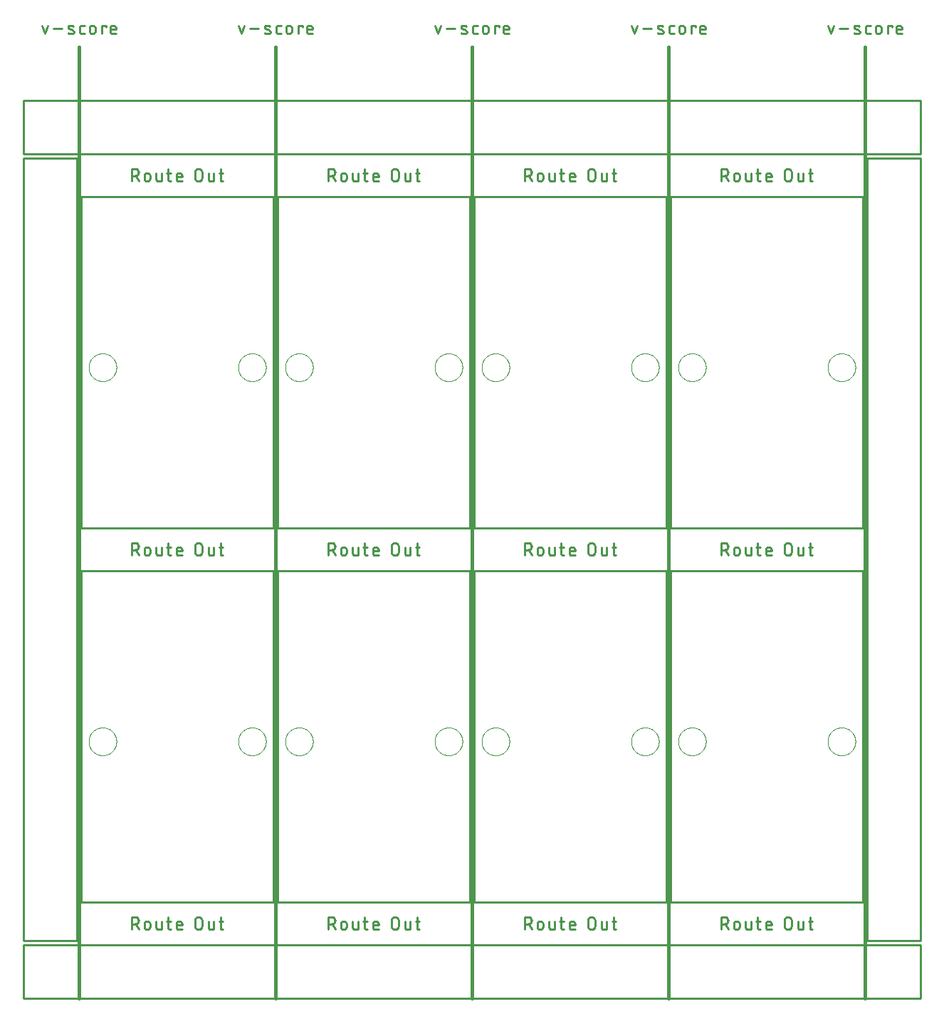
<source format=gko>
G75*
%MOIN*%
%OFA0B0*%
%FSLAX25Y25*%
%IPPOS*%
%LPD*%
%AMOC8*
5,1,8,0,0,1.08239X$1,22.5*
%
%ADD10C,0.01000*%
%ADD11C,0.01100*%
%ADD12C,0.01500*%
%ADD13C,0.00000*%
D10*
X0001500Y0001750D02*
X0001500Y0026750D01*
X0421500Y0026750D01*
X0421500Y0001750D01*
X0001500Y0001750D01*
X0001500Y0028750D02*
X0001500Y0394750D01*
X0026500Y0394750D01*
X0026500Y0028750D01*
X0001500Y0028750D01*
X0028500Y0046750D02*
X0118500Y0046750D01*
X0118500Y0201750D01*
X0028500Y0201750D01*
X0028500Y0046750D01*
X0120500Y0046750D02*
X0210500Y0046750D01*
X0210500Y0201750D01*
X0120500Y0201750D01*
X0120500Y0046750D01*
X0212500Y0046750D02*
X0302500Y0046750D01*
X0302500Y0201750D01*
X0212500Y0201750D01*
X0212500Y0046750D01*
X0304500Y0046750D02*
X0394500Y0046750D01*
X0394500Y0201750D01*
X0304500Y0201750D01*
X0304500Y0046750D01*
X0396500Y0028750D02*
X0396500Y0394750D01*
X0421500Y0394750D01*
X0421500Y0028750D01*
X0396500Y0028750D01*
X0394500Y0221750D02*
X0304500Y0221750D01*
X0304500Y0376750D01*
X0394500Y0376750D01*
X0394500Y0221750D01*
X0302500Y0221750D02*
X0302500Y0376750D01*
X0212500Y0376750D01*
X0212500Y0221750D01*
X0302500Y0221750D01*
X0210500Y0221750D02*
X0210500Y0376750D01*
X0120500Y0376750D01*
X0120500Y0221750D01*
X0210500Y0221750D01*
X0118500Y0221750D02*
X0118500Y0376750D01*
X0028500Y0376750D01*
X0028500Y0221750D01*
X0118500Y0221750D01*
X0001500Y0396750D02*
X0001500Y0421750D01*
X0421500Y0421750D01*
X0421500Y0396750D01*
X0001500Y0396750D01*
D11*
X0052045Y0389700D02*
X0052045Y0383800D01*
X0052045Y0386422D02*
X0053684Y0386422D01*
X0054012Y0386422D02*
X0055323Y0383800D01*
X0058062Y0385111D02*
X0058062Y0386422D01*
X0058064Y0386493D01*
X0058070Y0386564D01*
X0058079Y0386634D01*
X0058093Y0386704D01*
X0058110Y0386773D01*
X0058131Y0386841D01*
X0058155Y0386907D01*
X0058183Y0386972D01*
X0058215Y0387036D01*
X0058250Y0387098D01*
X0058288Y0387158D01*
X0058329Y0387215D01*
X0058374Y0387271D01*
X0058421Y0387324D01*
X0058471Y0387374D01*
X0058524Y0387421D01*
X0058580Y0387466D01*
X0058637Y0387507D01*
X0058697Y0387545D01*
X0058759Y0387580D01*
X0058823Y0387612D01*
X0058888Y0387640D01*
X0058954Y0387664D01*
X0059022Y0387685D01*
X0059091Y0387702D01*
X0059161Y0387716D01*
X0059231Y0387725D01*
X0059302Y0387731D01*
X0059373Y0387733D01*
X0059444Y0387731D01*
X0059515Y0387725D01*
X0059585Y0387716D01*
X0059655Y0387702D01*
X0059724Y0387685D01*
X0059792Y0387664D01*
X0059858Y0387640D01*
X0059923Y0387612D01*
X0059987Y0387580D01*
X0060049Y0387545D01*
X0060109Y0387507D01*
X0060166Y0387466D01*
X0060222Y0387421D01*
X0060275Y0387374D01*
X0060325Y0387324D01*
X0060372Y0387271D01*
X0060417Y0387215D01*
X0060458Y0387158D01*
X0060496Y0387098D01*
X0060531Y0387036D01*
X0060563Y0386972D01*
X0060591Y0386907D01*
X0060615Y0386841D01*
X0060636Y0386773D01*
X0060653Y0386704D01*
X0060667Y0386634D01*
X0060676Y0386564D01*
X0060682Y0386493D01*
X0060684Y0386422D01*
X0060684Y0385111D01*
X0060682Y0385040D01*
X0060676Y0384969D01*
X0060667Y0384899D01*
X0060653Y0384829D01*
X0060636Y0384760D01*
X0060615Y0384692D01*
X0060591Y0384626D01*
X0060563Y0384561D01*
X0060531Y0384497D01*
X0060496Y0384435D01*
X0060458Y0384375D01*
X0060417Y0384318D01*
X0060372Y0384262D01*
X0060325Y0384209D01*
X0060275Y0384159D01*
X0060222Y0384112D01*
X0060166Y0384067D01*
X0060109Y0384026D01*
X0060049Y0383988D01*
X0059987Y0383953D01*
X0059923Y0383921D01*
X0059858Y0383893D01*
X0059792Y0383869D01*
X0059724Y0383848D01*
X0059655Y0383831D01*
X0059585Y0383817D01*
X0059515Y0383808D01*
X0059444Y0383802D01*
X0059373Y0383800D01*
X0059302Y0383802D01*
X0059231Y0383808D01*
X0059161Y0383817D01*
X0059091Y0383831D01*
X0059022Y0383848D01*
X0058954Y0383869D01*
X0058888Y0383893D01*
X0058823Y0383921D01*
X0058759Y0383953D01*
X0058697Y0383988D01*
X0058637Y0384026D01*
X0058580Y0384067D01*
X0058524Y0384112D01*
X0058471Y0384159D01*
X0058421Y0384209D01*
X0058374Y0384262D01*
X0058329Y0384318D01*
X0058288Y0384375D01*
X0058250Y0384435D01*
X0058215Y0384497D01*
X0058183Y0384561D01*
X0058155Y0384626D01*
X0058131Y0384692D01*
X0058110Y0384760D01*
X0058093Y0384829D01*
X0058079Y0384899D01*
X0058070Y0384969D01*
X0058064Y0385040D01*
X0058062Y0385111D01*
X0053684Y0386422D02*
X0053763Y0386424D01*
X0053842Y0386430D01*
X0053921Y0386439D01*
X0053999Y0386453D01*
X0054076Y0386470D01*
X0054153Y0386490D01*
X0054228Y0386515D01*
X0054302Y0386543D01*
X0054375Y0386575D01*
X0054446Y0386610D01*
X0054515Y0386648D01*
X0054582Y0386690D01*
X0054647Y0386735D01*
X0054710Y0386783D01*
X0054771Y0386834D01*
X0054829Y0386888D01*
X0054884Y0386945D01*
X0054937Y0387004D01*
X0054986Y0387066D01*
X0055033Y0387130D01*
X0055076Y0387196D01*
X0055116Y0387264D01*
X0055153Y0387335D01*
X0055187Y0387406D01*
X0055216Y0387480D01*
X0055243Y0387555D01*
X0055265Y0387630D01*
X0055284Y0387707D01*
X0055300Y0387785D01*
X0055311Y0387863D01*
X0055319Y0387942D01*
X0055323Y0388021D01*
X0055323Y0388101D01*
X0055319Y0388180D01*
X0055311Y0388259D01*
X0055300Y0388337D01*
X0055284Y0388415D01*
X0055265Y0388492D01*
X0055243Y0388567D01*
X0055216Y0388642D01*
X0055187Y0388716D01*
X0055153Y0388787D01*
X0055116Y0388858D01*
X0055076Y0388926D01*
X0055033Y0388992D01*
X0054986Y0389056D01*
X0054937Y0389118D01*
X0054884Y0389177D01*
X0054829Y0389234D01*
X0054771Y0389288D01*
X0054710Y0389339D01*
X0054647Y0389387D01*
X0054582Y0389432D01*
X0054515Y0389474D01*
X0054446Y0389512D01*
X0054375Y0389547D01*
X0054302Y0389579D01*
X0054228Y0389607D01*
X0054153Y0389632D01*
X0054076Y0389652D01*
X0053999Y0389669D01*
X0053921Y0389683D01*
X0053842Y0389692D01*
X0053763Y0389698D01*
X0053684Y0389700D01*
X0052045Y0389700D01*
X0063601Y0387733D02*
X0063601Y0384783D01*
X0063603Y0384721D01*
X0063609Y0384660D01*
X0063618Y0384599D01*
X0063632Y0384539D01*
X0063649Y0384479D01*
X0063670Y0384421D01*
X0063695Y0384364D01*
X0063723Y0384309D01*
X0063754Y0384256D01*
X0063789Y0384205D01*
X0063827Y0384156D01*
X0063867Y0384110D01*
X0063911Y0384066D01*
X0063957Y0384026D01*
X0064006Y0383988D01*
X0064057Y0383953D01*
X0064110Y0383922D01*
X0064165Y0383894D01*
X0064222Y0383869D01*
X0064280Y0383848D01*
X0064340Y0383831D01*
X0064400Y0383817D01*
X0064461Y0383808D01*
X0064522Y0383802D01*
X0064584Y0383800D01*
X0066223Y0383800D01*
X0066223Y0387733D01*
X0068578Y0387733D02*
X0070544Y0387733D01*
X0069233Y0389700D02*
X0069233Y0384783D01*
X0069235Y0384721D01*
X0069241Y0384660D01*
X0069250Y0384599D01*
X0069264Y0384539D01*
X0069281Y0384479D01*
X0069302Y0384421D01*
X0069327Y0384364D01*
X0069355Y0384309D01*
X0069386Y0384256D01*
X0069421Y0384205D01*
X0069459Y0384156D01*
X0069499Y0384110D01*
X0069543Y0384066D01*
X0069589Y0384026D01*
X0069638Y0383988D01*
X0069689Y0383953D01*
X0069742Y0383922D01*
X0069797Y0383894D01*
X0069854Y0383869D01*
X0069912Y0383848D01*
X0069972Y0383831D01*
X0070032Y0383817D01*
X0070093Y0383808D01*
X0070154Y0383802D01*
X0070216Y0383800D01*
X0070544Y0383800D01*
X0073037Y0384783D02*
X0073037Y0386422D01*
X0073037Y0385767D02*
X0075659Y0385767D01*
X0075659Y0386422D01*
X0075657Y0386493D01*
X0075651Y0386564D01*
X0075642Y0386634D01*
X0075628Y0386704D01*
X0075611Y0386773D01*
X0075590Y0386841D01*
X0075566Y0386907D01*
X0075538Y0386972D01*
X0075506Y0387036D01*
X0075471Y0387098D01*
X0075433Y0387158D01*
X0075392Y0387215D01*
X0075347Y0387271D01*
X0075300Y0387324D01*
X0075250Y0387374D01*
X0075197Y0387421D01*
X0075141Y0387466D01*
X0075084Y0387507D01*
X0075024Y0387545D01*
X0074962Y0387580D01*
X0074898Y0387612D01*
X0074833Y0387640D01*
X0074767Y0387664D01*
X0074699Y0387685D01*
X0074630Y0387702D01*
X0074560Y0387716D01*
X0074490Y0387725D01*
X0074419Y0387731D01*
X0074348Y0387733D01*
X0074277Y0387731D01*
X0074206Y0387725D01*
X0074136Y0387716D01*
X0074066Y0387702D01*
X0073997Y0387685D01*
X0073929Y0387664D01*
X0073863Y0387640D01*
X0073798Y0387612D01*
X0073734Y0387580D01*
X0073672Y0387545D01*
X0073612Y0387507D01*
X0073555Y0387466D01*
X0073499Y0387421D01*
X0073446Y0387374D01*
X0073396Y0387324D01*
X0073349Y0387271D01*
X0073304Y0387215D01*
X0073263Y0387158D01*
X0073225Y0387098D01*
X0073190Y0387036D01*
X0073158Y0386972D01*
X0073130Y0386907D01*
X0073106Y0386841D01*
X0073085Y0386773D01*
X0073068Y0386704D01*
X0073054Y0386634D01*
X0073045Y0386564D01*
X0073039Y0386493D01*
X0073037Y0386422D01*
X0073037Y0384783D02*
X0073039Y0384721D01*
X0073045Y0384660D01*
X0073054Y0384599D01*
X0073068Y0384539D01*
X0073085Y0384479D01*
X0073106Y0384421D01*
X0073131Y0384364D01*
X0073159Y0384309D01*
X0073190Y0384256D01*
X0073225Y0384205D01*
X0073263Y0384156D01*
X0073303Y0384110D01*
X0073347Y0384066D01*
X0073393Y0384026D01*
X0073442Y0383988D01*
X0073493Y0383953D01*
X0073546Y0383922D01*
X0073601Y0383894D01*
X0073658Y0383869D01*
X0073716Y0383848D01*
X0073776Y0383831D01*
X0073836Y0383817D01*
X0073897Y0383808D01*
X0073958Y0383802D01*
X0074020Y0383800D01*
X0075659Y0383800D01*
X0081735Y0385439D02*
X0081735Y0388061D01*
X0081737Y0388140D01*
X0081743Y0388219D01*
X0081752Y0388298D01*
X0081766Y0388376D01*
X0081783Y0388453D01*
X0081803Y0388530D01*
X0081828Y0388605D01*
X0081856Y0388679D01*
X0081888Y0388752D01*
X0081923Y0388823D01*
X0081961Y0388892D01*
X0082003Y0388959D01*
X0082048Y0389024D01*
X0082096Y0389087D01*
X0082147Y0389148D01*
X0082201Y0389206D01*
X0082258Y0389261D01*
X0082317Y0389314D01*
X0082379Y0389363D01*
X0082443Y0389410D01*
X0082509Y0389453D01*
X0082577Y0389493D01*
X0082648Y0389530D01*
X0082719Y0389564D01*
X0082793Y0389593D01*
X0082868Y0389620D01*
X0082943Y0389642D01*
X0083020Y0389661D01*
X0083098Y0389677D01*
X0083176Y0389688D01*
X0083255Y0389696D01*
X0083334Y0389700D01*
X0083414Y0389700D01*
X0083493Y0389696D01*
X0083572Y0389688D01*
X0083650Y0389677D01*
X0083728Y0389661D01*
X0083805Y0389642D01*
X0083880Y0389620D01*
X0083955Y0389593D01*
X0084029Y0389564D01*
X0084100Y0389530D01*
X0084171Y0389493D01*
X0084239Y0389453D01*
X0084305Y0389410D01*
X0084369Y0389363D01*
X0084431Y0389314D01*
X0084490Y0389261D01*
X0084547Y0389206D01*
X0084601Y0389148D01*
X0084652Y0389087D01*
X0084700Y0389024D01*
X0084745Y0388959D01*
X0084787Y0388892D01*
X0084825Y0388823D01*
X0084860Y0388752D01*
X0084892Y0388679D01*
X0084920Y0388605D01*
X0084945Y0388530D01*
X0084965Y0388453D01*
X0084982Y0388376D01*
X0084996Y0388298D01*
X0085005Y0388219D01*
X0085011Y0388140D01*
X0085013Y0388061D01*
X0085013Y0385439D01*
X0085011Y0385360D01*
X0085005Y0385281D01*
X0084996Y0385202D01*
X0084982Y0385124D01*
X0084965Y0385047D01*
X0084945Y0384970D01*
X0084920Y0384895D01*
X0084892Y0384821D01*
X0084860Y0384748D01*
X0084825Y0384677D01*
X0084787Y0384608D01*
X0084745Y0384541D01*
X0084700Y0384476D01*
X0084652Y0384413D01*
X0084601Y0384352D01*
X0084547Y0384294D01*
X0084490Y0384239D01*
X0084431Y0384186D01*
X0084369Y0384137D01*
X0084305Y0384090D01*
X0084239Y0384047D01*
X0084171Y0384007D01*
X0084100Y0383970D01*
X0084029Y0383936D01*
X0083955Y0383907D01*
X0083880Y0383880D01*
X0083805Y0383858D01*
X0083728Y0383839D01*
X0083650Y0383823D01*
X0083572Y0383812D01*
X0083493Y0383804D01*
X0083414Y0383800D01*
X0083334Y0383800D01*
X0083255Y0383804D01*
X0083176Y0383812D01*
X0083098Y0383823D01*
X0083020Y0383839D01*
X0082943Y0383858D01*
X0082868Y0383880D01*
X0082793Y0383907D01*
X0082719Y0383936D01*
X0082648Y0383970D01*
X0082577Y0384007D01*
X0082509Y0384047D01*
X0082443Y0384090D01*
X0082379Y0384137D01*
X0082317Y0384186D01*
X0082258Y0384239D01*
X0082201Y0384294D01*
X0082147Y0384352D01*
X0082096Y0384413D01*
X0082048Y0384476D01*
X0082003Y0384541D01*
X0081961Y0384608D01*
X0081923Y0384677D01*
X0081888Y0384748D01*
X0081856Y0384821D01*
X0081828Y0384895D01*
X0081803Y0384970D01*
X0081783Y0385047D01*
X0081766Y0385124D01*
X0081752Y0385202D01*
X0081743Y0385281D01*
X0081737Y0385360D01*
X0081735Y0385439D01*
X0088012Y0384783D02*
X0088012Y0387733D01*
X0090634Y0387733D02*
X0090634Y0383800D01*
X0088995Y0383800D01*
X0088933Y0383802D01*
X0088872Y0383808D01*
X0088811Y0383817D01*
X0088751Y0383831D01*
X0088691Y0383848D01*
X0088633Y0383869D01*
X0088576Y0383894D01*
X0088521Y0383922D01*
X0088468Y0383953D01*
X0088417Y0383988D01*
X0088368Y0384026D01*
X0088322Y0384066D01*
X0088278Y0384110D01*
X0088238Y0384156D01*
X0088200Y0384205D01*
X0088165Y0384256D01*
X0088134Y0384309D01*
X0088106Y0384364D01*
X0088081Y0384421D01*
X0088060Y0384479D01*
X0088043Y0384539D01*
X0088029Y0384599D01*
X0088020Y0384660D01*
X0088014Y0384721D01*
X0088012Y0384783D01*
X0092988Y0387733D02*
X0094955Y0387733D01*
X0093644Y0389700D02*
X0093644Y0384783D01*
X0093646Y0384721D01*
X0093652Y0384660D01*
X0093661Y0384599D01*
X0093675Y0384539D01*
X0093692Y0384479D01*
X0093713Y0384421D01*
X0093738Y0384364D01*
X0093766Y0384309D01*
X0093797Y0384256D01*
X0093832Y0384205D01*
X0093870Y0384156D01*
X0093910Y0384110D01*
X0093954Y0384066D01*
X0094000Y0384026D01*
X0094049Y0383988D01*
X0094100Y0383953D01*
X0094153Y0383922D01*
X0094208Y0383894D01*
X0094265Y0383869D01*
X0094323Y0383848D01*
X0094383Y0383831D01*
X0094443Y0383817D01*
X0094504Y0383808D01*
X0094565Y0383802D01*
X0094627Y0383800D01*
X0094955Y0383800D01*
X0144045Y0383800D02*
X0144045Y0389700D01*
X0145684Y0389700D01*
X0145763Y0389698D01*
X0145842Y0389692D01*
X0145921Y0389683D01*
X0145999Y0389669D01*
X0146076Y0389652D01*
X0146153Y0389632D01*
X0146228Y0389607D01*
X0146302Y0389579D01*
X0146375Y0389547D01*
X0146446Y0389512D01*
X0146515Y0389474D01*
X0146582Y0389432D01*
X0146647Y0389387D01*
X0146710Y0389339D01*
X0146771Y0389288D01*
X0146829Y0389234D01*
X0146884Y0389177D01*
X0146937Y0389118D01*
X0146986Y0389056D01*
X0147033Y0388992D01*
X0147076Y0388926D01*
X0147116Y0388858D01*
X0147153Y0388787D01*
X0147187Y0388716D01*
X0147216Y0388642D01*
X0147243Y0388567D01*
X0147265Y0388492D01*
X0147284Y0388415D01*
X0147300Y0388337D01*
X0147311Y0388259D01*
X0147319Y0388180D01*
X0147323Y0388101D01*
X0147323Y0388021D01*
X0147319Y0387942D01*
X0147311Y0387863D01*
X0147300Y0387785D01*
X0147284Y0387707D01*
X0147265Y0387630D01*
X0147243Y0387555D01*
X0147216Y0387480D01*
X0147187Y0387406D01*
X0147153Y0387335D01*
X0147116Y0387264D01*
X0147076Y0387196D01*
X0147033Y0387130D01*
X0146986Y0387066D01*
X0146937Y0387004D01*
X0146884Y0386945D01*
X0146829Y0386888D01*
X0146771Y0386834D01*
X0146710Y0386783D01*
X0146647Y0386735D01*
X0146582Y0386690D01*
X0146515Y0386648D01*
X0146446Y0386610D01*
X0146375Y0386575D01*
X0146302Y0386543D01*
X0146228Y0386515D01*
X0146153Y0386490D01*
X0146076Y0386470D01*
X0145999Y0386453D01*
X0145921Y0386439D01*
X0145842Y0386430D01*
X0145763Y0386424D01*
X0145684Y0386422D01*
X0144045Y0386422D01*
X0146012Y0386422D02*
X0147323Y0383800D01*
X0150062Y0385111D02*
X0150062Y0386422D01*
X0150064Y0386493D01*
X0150070Y0386564D01*
X0150079Y0386634D01*
X0150093Y0386704D01*
X0150110Y0386773D01*
X0150131Y0386841D01*
X0150155Y0386907D01*
X0150183Y0386972D01*
X0150215Y0387036D01*
X0150250Y0387098D01*
X0150288Y0387158D01*
X0150329Y0387215D01*
X0150374Y0387271D01*
X0150421Y0387324D01*
X0150471Y0387374D01*
X0150524Y0387421D01*
X0150580Y0387466D01*
X0150637Y0387507D01*
X0150697Y0387545D01*
X0150759Y0387580D01*
X0150823Y0387612D01*
X0150888Y0387640D01*
X0150954Y0387664D01*
X0151022Y0387685D01*
X0151091Y0387702D01*
X0151161Y0387716D01*
X0151231Y0387725D01*
X0151302Y0387731D01*
X0151373Y0387733D01*
X0151444Y0387731D01*
X0151515Y0387725D01*
X0151585Y0387716D01*
X0151655Y0387702D01*
X0151724Y0387685D01*
X0151792Y0387664D01*
X0151858Y0387640D01*
X0151923Y0387612D01*
X0151987Y0387580D01*
X0152049Y0387545D01*
X0152109Y0387507D01*
X0152166Y0387466D01*
X0152222Y0387421D01*
X0152275Y0387374D01*
X0152325Y0387324D01*
X0152372Y0387271D01*
X0152417Y0387215D01*
X0152458Y0387158D01*
X0152496Y0387098D01*
X0152531Y0387036D01*
X0152563Y0386972D01*
X0152591Y0386907D01*
X0152615Y0386841D01*
X0152636Y0386773D01*
X0152653Y0386704D01*
X0152667Y0386634D01*
X0152676Y0386564D01*
X0152682Y0386493D01*
X0152684Y0386422D01*
X0152684Y0385111D01*
X0152682Y0385040D01*
X0152676Y0384969D01*
X0152667Y0384899D01*
X0152653Y0384829D01*
X0152636Y0384760D01*
X0152615Y0384692D01*
X0152591Y0384626D01*
X0152563Y0384561D01*
X0152531Y0384497D01*
X0152496Y0384435D01*
X0152458Y0384375D01*
X0152417Y0384318D01*
X0152372Y0384262D01*
X0152325Y0384209D01*
X0152275Y0384159D01*
X0152222Y0384112D01*
X0152166Y0384067D01*
X0152109Y0384026D01*
X0152049Y0383988D01*
X0151987Y0383953D01*
X0151923Y0383921D01*
X0151858Y0383893D01*
X0151792Y0383869D01*
X0151724Y0383848D01*
X0151655Y0383831D01*
X0151585Y0383817D01*
X0151515Y0383808D01*
X0151444Y0383802D01*
X0151373Y0383800D01*
X0151302Y0383802D01*
X0151231Y0383808D01*
X0151161Y0383817D01*
X0151091Y0383831D01*
X0151022Y0383848D01*
X0150954Y0383869D01*
X0150888Y0383893D01*
X0150823Y0383921D01*
X0150759Y0383953D01*
X0150697Y0383988D01*
X0150637Y0384026D01*
X0150580Y0384067D01*
X0150524Y0384112D01*
X0150471Y0384159D01*
X0150421Y0384209D01*
X0150374Y0384262D01*
X0150329Y0384318D01*
X0150288Y0384375D01*
X0150250Y0384435D01*
X0150215Y0384497D01*
X0150183Y0384561D01*
X0150155Y0384626D01*
X0150131Y0384692D01*
X0150110Y0384760D01*
X0150093Y0384829D01*
X0150079Y0384899D01*
X0150070Y0384969D01*
X0150064Y0385040D01*
X0150062Y0385111D01*
X0155601Y0384783D02*
X0155601Y0387733D01*
X0158223Y0387733D02*
X0158223Y0383800D01*
X0156584Y0383800D01*
X0156522Y0383802D01*
X0156461Y0383808D01*
X0156400Y0383817D01*
X0156340Y0383831D01*
X0156280Y0383848D01*
X0156222Y0383869D01*
X0156165Y0383894D01*
X0156110Y0383922D01*
X0156057Y0383953D01*
X0156006Y0383988D01*
X0155957Y0384026D01*
X0155911Y0384066D01*
X0155867Y0384110D01*
X0155827Y0384156D01*
X0155789Y0384205D01*
X0155754Y0384256D01*
X0155723Y0384309D01*
X0155695Y0384364D01*
X0155670Y0384421D01*
X0155649Y0384479D01*
X0155632Y0384539D01*
X0155618Y0384599D01*
X0155609Y0384660D01*
X0155603Y0384721D01*
X0155601Y0384783D01*
X0160578Y0387733D02*
X0162544Y0387733D01*
X0161233Y0389700D02*
X0161233Y0384783D01*
X0161235Y0384721D01*
X0161241Y0384660D01*
X0161250Y0384599D01*
X0161264Y0384539D01*
X0161281Y0384479D01*
X0161302Y0384421D01*
X0161327Y0384364D01*
X0161355Y0384309D01*
X0161386Y0384256D01*
X0161421Y0384205D01*
X0161459Y0384156D01*
X0161499Y0384110D01*
X0161543Y0384066D01*
X0161589Y0384026D01*
X0161638Y0383988D01*
X0161689Y0383953D01*
X0161742Y0383922D01*
X0161797Y0383894D01*
X0161854Y0383869D01*
X0161912Y0383848D01*
X0161972Y0383831D01*
X0162032Y0383817D01*
X0162093Y0383808D01*
X0162154Y0383802D01*
X0162216Y0383800D01*
X0162544Y0383800D01*
X0165037Y0384783D02*
X0165037Y0386422D01*
X0165037Y0385767D02*
X0167659Y0385767D01*
X0167659Y0386422D01*
X0167657Y0386493D01*
X0167651Y0386564D01*
X0167642Y0386634D01*
X0167628Y0386704D01*
X0167611Y0386773D01*
X0167590Y0386841D01*
X0167566Y0386907D01*
X0167538Y0386972D01*
X0167506Y0387036D01*
X0167471Y0387098D01*
X0167433Y0387158D01*
X0167392Y0387215D01*
X0167347Y0387271D01*
X0167300Y0387324D01*
X0167250Y0387374D01*
X0167197Y0387421D01*
X0167141Y0387466D01*
X0167084Y0387507D01*
X0167024Y0387545D01*
X0166962Y0387580D01*
X0166898Y0387612D01*
X0166833Y0387640D01*
X0166767Y0387664D01*
X0166699Y0387685D01*
X0166630Y0387702D01*
X0166560Y0387716D01*
X0166490Y0387725D01*
X0166419Y0387731D01*
X0166348Y0387733D01*
X0166277Y0387731D01*
X0166206Y0387725D01*
X0166136Y0387716D01*
X0166066Y0387702D01*
X0165997Y0387685D01*
X0165929Y0387664D01*
X0165863Y0387640D01*
X0165798Y0387612D01*
X0165734Y0387580D01*
X0165672Y0387545D01*
X0165612Y0387507D01*
X0165555Y0387466D01*
X0165499Y0387421D01*
X0165446Y0387374D01*
X0165396Y0387324D01*
X0165349Y0387271D01*
X0165304Y0387215D01*
X0165263Y0387158D01*
X0165225Y0387098D01*
X0165190Y0387036D01*
X0165158Y0386972D01*
X0165130Y0386907D01*
X0165106Y0386841D01*
X0165085Y0386773D01*
X0165068Y0386704D01*
X0165054Y0386634D01*
X0165045Y0386564D01*
X0165039Y0386493D01*
X0165037Y0386422D01*
X0165037Y0384783D02*
X0165039Y0384721D01*
X0165045Y0384660D01*
X0165054Y0384599D01*
X0165068Y0384539D01*
X0165085Y0384479D01*
X0165106Y0384421D01*
X0165131Y0384364D01*
X0165159Y0384309D01*
X0165190Y0384256D01*
X0165225Y0384205D01*
X0165263Y0384156D01*
X0165303Y0384110D01*
X0165347Y0384066D01*
X0165393Y0384026D01*
X0165442Y0383988D01*
X0165493Y0383953D01*
X0165546Y0383922D01*
X0165601Y0383894D01*
X0165658Y0383869D01*
X0165716Y0383848D01*
X0165776Y0383831D01*
X0165836Y0383817D01*
X0165897Y0383808D01*
X0165958Y0383802D01*
X0166020Y0383800D01*
X0167659Y0383800D01*
X0173735Y0385439D02*
X0173735Y0388061D01*
X0173737Y0388140D01*
X0173743Y0388219D01*
X0173752Y0388298D01*
X0173766Y0388376D01*
X0173783Y0388453D01*
X0173803Y0388530D01*
X0173828Y0388605D01*
X0173856Y0388679D01*
X0173888Y0388752D01*
X0173923Y0388823D01*
X0173961Y0388892D01*
X0174003Y0388959D01*
X0174048Y0389024D01*
X0174096Y0389087D01*
X0174147Y0389148D01*
X0174201Y0389206D01*
X0174258Y0389261D01*
X0174317Y0389314D01*
X0174379Y0389363D01*
X0174443Y0389410D01*
X0174509Y0389453D01*
X0174577Y0389493D01*
X0174648Y0389530D01*
X0174719Y0389564D01*
X0174793Y0389593D01*
X0174868Y0389620D01*
X0174943Y0389642D01*
X0175020Y0389661D01*
X0175098Y0389677D01*
X0175176Y0389688D01*
X0175255Y0389696D01*
X0175334Y0389700D01*
X0175414Y0389700D01*
X0175493Y0389696D01*
X0175572Y0389688D01*
X0175650Y0389677D01*
X0175728Y0389661D01*
X0175805Y0389642D01*
X0175880Y0389620D01*
X0175955Y0389593D01*
X0176029Y0389564D01*
X0176100Y0389530D01*
X0176171Y0389493D01*
X0176239Y0389453D01*
X0176305Y0389410D01*
X0176369Y0389363D01*
X0176431Y0389314D01*
X0176490Y0389261D01*
X0176547Y0389206D01*
X0176601Y0389148D01*
X0176652Y0389087D01*
X0176700Y0389024D01*
X0176745Y0388959D01*
X0176787Y0388892D01*
X0176825Y0388823D01*
X0176860Y0388752D01*
X0176892Y0388679D01*
X0176920Y0388605D01*
X0176945Y0388530D01*
X0176965Y0388453D01*
X0176982Y0388376D01*
X0176996Y0388298D01*
X0177005Y0388219D01*
X0177011Y0388140D01*
X0177013Y0388061D01*
X0177013Y0385439D01*
X0177011Y0385360D01*
X0177005Y0385281D01*
X0176996Y0385202D01*
X0176982Y0385124D01*
X0176965Y0385047D01*
X0176945Y0384970D01*
X0176920Y0384895D01*
X0176892Y0384821D01*
X0176860Y0384748D01*
X0176825Y0384677D01*
X0176787Y0384608D01*
X0176745Y0384541D01*
X0176700Y0384476D01*
X0176652Y0384413D01*
X0176601Y0384352D01*
X0176547Y0384294D01*
X0176490Y0384239D01*
X0176431Y0384186D01*
X0176369Y0384137D01*
X0176305Y0384090D01*
X0176239Y0384047D01*
X0176171Y0384007D01*
X0176100Y0383970D01*
X0176029Y0383936D01*
X0175955Y0383907D01*
X0175880Y0383880D01*
X0175805Y0383858D01*
X0175728Y0383839D01*
X0175650Y0383823D01*
X0175572Y0383812D01*
X0175493Y0383804D01*
X0175414Y0383800D01*
X0175334Y0383800D01*
X0175255Y0383804D01*
X0175176Y0383812D01*
X0175098Y0383823D01*
X0175020Y0383839D01*
X0174943Y0383858D01*
X0174868Y0383880D01*
X0174793Y0383907D01*
X0174719Y0383936D01*
X0174648Y0383970D01*
X0174577Y0384007D01*
X0174509Y0384047D01*
X0174443Y0384090D01*
X0174379Y0384137D01*
X0174317Y0384186D01*
X0174258Y0384239D01*
X0174201Y0384294D01*
X0174147Y0384352D01*
X0174096Y0384413D01*
X0174048Y0384476D01*
X0174003Y0384541D01*
X0173961Y0384608D01*
X0173923Y0384677D01*
X0173888Y0384748D01*
X0173856Y0384821D01*
X0173828Y0384895D01*
X0173803Y0384970D01*
X0173783Y0385047D01*
X0173766Y0385124D01*
X0173752Y0385202D01*
X0173743Y0385281D01*
X0173737Y0385360D01*
X0173735Y0385439D01*
X0180012Y0384783D02*
X0180012Y0387733D01*
X0182634Y0387733D02*
X0182634Y0383800D01*
X0180995Y0383800D01*
X0180933Y0383802D01*
X0180872Y0383808D01*
X0180811Y0383817D01*
X0180751Y0383831D01*
X0180691Y0383848D01*
X0180633Y0383869D01*
X0180576Y0383894D01*
X0180521Y0383922D01*
X0180468Y0383953D01*
X0180417Y0383988D01*
X0180368Y0384026D01*
X0180322Y0384066D01*
X0180278Y0384110D01*
X0180238Y0384156D01*
X0180200Y0384205D01*
X0180165Y0384256D01*
X0180134Y0384309D01*
X0180106Y0384364D01*
X0180081Y0384421D01*
X0180060Y0384479D01*
X0180043Y0384539D01*
X0180029Y0384599D01*
X0180020Y0384660D01*
X0180014Y0384721D01*
X0180012Y0384783D01*
X0185644Y0384783D02*
X0185644Y0389700D01*
X0184988Y0387733D02*
X0186955Y0387733D01*
X0185644Y0384783D02*
X0185646Y0384721D01*
X0185652Y0384660D01*
X0185661Y0384599D01*
X0185675Y0384539D01*
X0185692Y0384479D01*
X0185713Y0384421D01*
X0185738Y0384364D01*
X0185766Y0384309D01*
X0185797Y0384256D01*
X0185832Y0384205D01*
X0185870Y0384156D01*
X0185910Y0384110D01*
X0185954Y0384066D01*
X0186000Y0384026D01*
X0186049Y0383988D01*
X0186100Y0383953D01*
X0186153Y0383922D01*
X0186208Y0383894D01*
X0186265Y0383869D01*
X0186323Y0383848D01*
X0186383Y0383831D01*
X0186443Y0383817D01*
X0186504Y0383808D01*
X0186565Y0383802D01*
X0186627Y0383800D01*
X0186955Y0383800D01*
X0236045Y0383800D02*
X0236045Y0389700D01*
X0237684Y0389700D01*
X0237763Y0389698D01*
X0237842Y0389692D01*
X0237921Y0389683D01*
X0237999Y0389669D01*
X0238076Y0389652D01*
X0238153Y0389632D01*
X0238228Y0389607D01*
X0238302Y0389579D01*
X0238375Y0389547D01*
X0238446Y0389512D01*
X0238515Y0389474D01*
X0238582Y0389432D01*
X0238647Y0389387D01*
X0238710Y0389339D01*
X0238771Y0389288D01*
X0238829Y0389234D01*
X0238884Y0389177D01*
X0238937Y0389118D01*
X0238986Y0389056D01*
X0239033Y0388992D01*
X0239076Y0388926D01*
X0239116Y0388858D01*
X0239153Y0388787D01*
X0239187Y0388716D01*
X0239216Y0388642D01*
X0239243Y0388567D01*
X0239265Y0388492D01*
X0239284Y0388415D01*
X0239300Y0388337D01*
X0239311Y0388259D01*
X0239319Y0388180D01*
X0239323Y0388101D01*
X0239323Y0388021D01*
X0239319Y0387942D01*
X0239311Y0387863D01*
X0239300Y0387785D01*
X0239284Y0387707D01*
X0239265Y0387630D01*
X0239243Y0387555D01*
X0239216Y0387480D01*
X0239187Y0387406D01*
X0239153Y0387335D01*
X0239116Y0387264D01*
X0239076Y0387196D01*
X0239033Y0387130D01*
X0238986Y0387066D01*
X0238937Y0387004D01*
X0238884Y0386945D01*
X0238829Y0386888D01*
X0238771Y0386834D01*
X0238710Y0386783D01*
X0238647Y0386735D01*
X0238582Y0386690D01*
X0238515Y0386648D01*
X0238446Y0386610D01*
X0238375Y0386575D01*
X0238302Y0386543D01*
X0238228Y0386515D01*
X0238153Y0386490D01*
X0238076Y0386470D01*
X0237999Y0386453D01*
X0237921Y0386439D01*
X0237842Y0386430D01*
X0237763Y0386424D01*
X0237684Y0386422D01*
X0236045Y0386422D01*
X0238012Y0386422D02*
X0239323Y0383800D01*
X0242062Y0385111D02*
X0242062Y0386422D01*
X0242064Y0386493D01*
X0242070Y0386564D01*
X0242079Y0386634D01*
X0242093Y0386704D01*
X0242110Y0386773D01*
X0242131Y0386841D01*
X0242155Y0386907D01*
X0242183Y0386972D01*
X0242215Y0387036D01*
X0242250Y0387098D01*
X0242288Y0387158D01*
X0242329Y0387215D01*
X0242374Y0387271D01*
X0242421Y0387324D01*
X0242471Y0387374D01*
X0242524Y0387421D01*
X0242580Y0387466D01*
X0242637Y0387507D01*
X0242697Y0387545D01*
X0242759Y0387580D01*
X0242823Y0387612D01*
X0242888Y0387640D01*
X0242954Y0387664D01*
X0243022Y0387685D01*
X0243091Y0387702D01*
X0243161Y0387716D01*
X0243231Y0387725D01*
X0243302Y0387731D01*
X0243373Y0387733D01*
X0243444Y0387731D01*
X0243515Y0387725D01*
X0243585Y0387716D01*
X0243655Y0387702D01*
X0243724Y0387685D01*
X0243792Y0387664D01*
X0243858Y0387640D01*
X0243923Y0387612D01*
X0243987Y0387580D01*
X0244049Y0387545D01*
X0244109Y0387507D01*
X0244166Y0387466D01*
X0244222Y0387421D01*
X0244275Y0387374D01*
X0244325Y0387324D01*
X0244372Y0387271D01*
X0244417Y0387215D01*
X0244458Y0387158D01*
X0244496Y0387098D01*
X0244531Y0387036D01*
X0244563Y0386972D01*
X0244591Y0386907D01*
X0244615Y0386841D01*
X0244636Y0386773D01*
X0244653Y0386704D01*
X0244667Y0386634D01*
X0244676Y0386564D01*
X0244682Y0386493D01*
X0244684Y0386422D01*
X0244684Y0385111D01*
X0244682Y0385040D01*
X0244676Y0384969D01*
X0244667Y0384899D01*
X0244653Y0384829D01*
X0244636Y0384760D01*
X0244615Y0384692D01*
X0244591Y0384626D01*
X0244563Y0384561D01*
X0244531Y0384497D01*
X0244496Y0384435D01*
X0244458Y0384375D01*
X0244417Y0384318D01*
X0244372Y0384262D01*
X0244325Y0384209D01*
X0244275Y0384159D01*
X0244222Y0384112D01*
X0244166Y0384067D01*
X0244109Y0384026D01*
X0244049Y0383988D01*
X0243987Y0383953D01*
X0243923Y0383921D01*
X0243858Y0383893D01*
X0243792Y0383869D01*
X0243724Y0383848D01*
X0243655Y0383831D01*
X0243585Y0383817D01*
X0243515Y0383808D01*
X0243444Y0383802D01*
X0243373Y0383800D01*
X0243302Y0383802D01*
X0243231Y0383808D01*
X0243161Y0383817D01*
X0243091Y0383831D01*
X0243022Y0383848D01*
X0242954Y0383869D01*
X0242888Y0383893D01*
X0242823Y0383921D01*
X0242759Y0383953D01*
X0242697Y0383988D01*
X0242637Y0384026D01*
X0242580Y0384067D01*
X0242524Y0384112D01*
X0242471Y0384159D01*
X0242421Y0384209D01*
X0242374Y0384262D01*
X0242329Y0384318D01*
X0242288Y0384375D01*
X0242250Y0384435D01*
X0242215Y0384497D01*
X0242183Y0384561D01*
X0242155Y0384626D01*
X0242131Y0384692D01*
X0242110Y0384760D01*
X0242093Y0384829D01*
X0242079Y0384899D01*
X0242070Y0384969D01*
X0242064Y0385040D01*
X0242062Y0385111D01*
X0247601Y0384783D02*
X0247601Y0387733D01*
X0250223Y0387733D02*
X0250223Y0383800D01*
X0248584Y0383800D01*
X0248522Y0383802D01*
X0248461Y0383808D01*
X0248400Y0383817D01*
X0248340Y0383831D01*
X0248280Y0383848D01*
X0248222Y0383869D01*
X0248165Y0383894D01*
X0248110Y0383922D01*
X0248057Y0383953D01*
X0248006Y0383988D01*
X0247957Y0384026D01*
X0247911Y0384066D01*
X0247867Y0384110D01*
X0247827Y0384156D01*
X0247789Y0384205D01*
X0247754Y0384256D01*
X0247723Y0384309D01*
X0247695Y0384364D01*
X0247670Y0384421D01*
X0247649Y0384479D01*
X0247632Y0384539D01*
X0247618Y0384599D01*
X0247609Y0384660D01*
X0247603Y0384721D01*
X0247601Y0384783D01*
X0253233Y0384783D02*
X0253233Y0389700D01*
X0252578Y0387733D02*
X0254544Y0387733D01*
X0257037Y0386422D02*
X0257037Y0384783D01*
X0257039Y0384721D01*
X0257045Y0384660D01*
X0257054Y0384599D01*
X0257068Y0384539D01*
X0257085Y0384479D01*
X0257106Y0384421D01*
X0257131Y0384364D01*
X0257159Y0384309D01*
X0257190Y0384256D01*
X0257225Y0384205D01*
X0257263Y0384156D01*
X0257303Y0384110D01*
X0257347Y0384066D01*
X0257393Y0384026D01*
X0257442Y0383988D01*
X0257493Y0383953D01*
X0257546Y0383922D01*
X0257601Y0383894D01*
X0257658Y0383869D01*
X0257716Y0383848D01*
X0257776Y0383831D01*
X0257836Y0383817D01*
X0257897Y0383808D01*
X0257958Y0383802D01*
X0258020Y0383800D01*
X0259659Y0383800D01*
X0259659Y0385767D02*
X0257037Y0385767D01*
X0257037Y0386422D02*
X0257039Y0386493D01*
X0257045Y0386564D01*
X0257054Y0386634D01*
X0257068Y0386704D01*
X0257085Y0386773D01*
X0257106Y0386841D01*
X0257130Y0386907D01*
X0257158Y0386972D01*
X0257190Y0387036D01*
X0257225Y0387098D01*
X0257263Y0387158D01*
X0257304Y0387215D01*
X0257349Y0387271D01*
X0257396Y0387324D01*
X0257446Y0387374D01*
X0257499Y0387421D01*
X0257555Y0387466D01*
X0257612Y0387507D01*
X0257672Y0387545D01*
X0257734Y0387580D01*
X0257798Y0387612D01*
X0257863Y0387640D01*
X0257929Y0387664D01*
X0257997Y0387685D01*
X0258066Y0387702D01*
X0258136Y0387716D01*
X0258206Y0387725D01*
X0258277Y0387731D01*
X0258348Y0387733D01*
X0258419Y0387731D01*
X0258490Y0387725D01*
X0258560Y0387716D01*
X0258630Y0387702D01*
X0258699Y0387685D01*
X0258767Y0387664D01*
X0258833Y0387640D01*
X0258898Y0387612D01*
X0258962Y0387580D01*
X0259024Y0387545D01*
X0259084Y0387507D01*
X0259141Y0387466D01*
X0259197Y0387421D01*
X0259250Y0387374D01*
X0259300Y0387324D01*
X0259347Y0387271D01*
X0259392Y0387215D01*
X0259433Y0387158D01*
X0259471Y0387098D01*
X0259506Y0387036D01*
X0259538Y0386972D01*
X0259566Y0386907D01*
X0259590Y0386841D01*
X0259611Y0386773D01*
X0259628Y0386704D01*
X0259642Y0386634D01*
X0259651Y0386564D01*
X0259657Y0386493D01*
X0259659Y0386422D01*
X0259659Y0385767D01*
X0254544Y0383800D02*
X0254216Y0383800D01*
X0254154Y0383802D01*
X0254093Y0383808D01*
X0254032Y0383817D01*
X0253972Y0383831D01*
X0253912Y0383848D01*
X0253854Y0383869D01*
X0253797Y0383894D01*
X0253742Y0383922D01*
X0253689Y0383953D01*
X0253638Y0383988D01*
X0253589Y0384026D01*
X0253543Y0384066D01*
X0253499Y0384110D01*
X0253459Y0384156D01*
X0253421Y0384205D01*
X0253386Y0384256D01*
X0253355Y0384309D01*
X0253327Y0384364D01*
X0253302Y0384421D01*
X0253281Y0384479D01*
X0253264Y0384539D01*
X0253250Y0384599D01*
X0253241Y0384660D01*
X0253235Y0384721D01*
X0253233Y0384783D01*
X0265735Y0385439D02*
X0265735Y0388061D01*
X0265737Y0388140D01*
X0265743Y0388219D01*
X0265752Y0388298D01*
X0265766Y0388376D01*
X0265783Y0388453D01*
X0265803Y0388530D01*
X0265828Y0388605D01*
X0265856Y0388679D01*
X0265888Y0388752D01*
X0265923Y0388823D01*
X0265961Y0388892D01*
X0266003Y0388959D01*
X0266048Y0389024D01*
X0266096Y0389087D01*
X0266147Y0389148D01*
X0266201Y0389206D01*
X0266258Y0389261D01*
X0266317Y0389314D01*
X0266379Y0389363D01*
X0266443Y0389410D01*
X0266509Y0389453D01*
X0266577Y0389493D01*
X0266648Y0389530D01*
X0266719Y0389564D01*
X0266793Y0389593D01*
X0266868Y0389620D01*
X0266943Y0389642D01*
X0267020Y0389661D01*
X0267098Y0389677D01*
X0267176Y0389688D01*
X0267255Y0389696D01*
X0267334Y0389700D01*
X0267414Y0389700D01*
X0267493Y0389696D01*
X0267572Y0389688D01*
X0267650Y0389677D01*
X0267728Y0389661D01*
X0267805Y0389642D01*
X0267880Y0389620D01*
X0267955Y0389593D01*
X0268029Y0389564D01*
X0268100Y0389530D01*
X0268171Y0389493D01*
X0268239Y0389453D01*
X0268305Y0389410D01*
X0268369Y0389363D01*
X0268431Y0389314D01*
X0268490Y0389261D01*
X0268547Y0389206D01*
X0268601Y0389148D01*
X0268652Y0389087D01*
X0268700Y0389024D01*
X0268745Y0388959D01*
X0268787Y0388892D01*
X0268825Y0388823D01*
X0268860Y0388752D01*
X0268892Y0388679D01*
X0268920Y0388605D01*
X0268945Y0388530D01*
X0268965Y0388453D01*
X0268982Y0388376D01*
X0268996Y0388298D01*
X0269005Y0388219D01*
X0269011Y0388140D01*
X0269013Y0388061D01*
X0269013Y0385439D01*
X0269011Y0385360D01*
X0269005Y0385281D01*
X0268996Y0385202D01*
X0268982Y0385124D01*
X0268965Y0385047D01*
X0268945Y0384970D01*
X0268920Y0384895D01*
X0268892Y0384821D01*
X0268860Y0384748D01*
X0268825Y0384677D01*
X0268787Y0384608D01*
X0268745Y0384541D01*
X0268700Y0384476D01*
X0268652Y0384413D01*
X0268601Y0384352D01*
X0268547Y0384294D01*
X0268490Y0384239D01*
X0268431Y0384186D01*
X0268369Y0384137D01*
X0268305Y0384090D01*
X0268239Y0384047D01*
X0268171Y0384007D01*
X0268100Y0383970D01*
X0268029Y0383936D01*
X0267955Y0383907D01*
X0267880Y0383880D01*
X0267805Y0383858D01*
X0267728Y0383839D01*
X0267650Y0383823D01*
X0267572Y0383812D01*
X0267493Y0383804D01*
X0267414Y0383800D01*
X0267334Y0383800D01*
X0267255Y0383804D01*
X0267176Y0383812D01*
X0267098Y0383823D01*
X0267020Y0383839D01*
X0266943Y0383858D01*
X0266868Y0383880D01*
X0266793Y0383907D01*
X0266719Y0383936D01*
X0266648Y0383970D01*
X0266577Y0384007D01*
X0266509Y0384047D01*
X0266443Y0384090D01*
X0266379Y0384137D01*
X0266317Y0384186D01*
X0266258Y0384239D01*
X0266201Y0384294D01*
X0266147Y0384352D01*
X0266096Y0384413D01*
X0266048Y0384476D01*
X0266003Y0384541D01*
X0265961Y0384608D01*
X0265923Y0384677D01*
X0265888Y0384748D01*
X0265856Y0384821D01*
X0265828Y0384895D01*
X0265803Y0384970D01*
X0265783Y0385047D01*
X0265766Y0385124D01*
X0265752Y0385202D01*
X0265743Y0385281D01*
X0265737Y0385360D01*
X0265735Y0385439D01*
X0272012Y0384783D02*
X0272012Y0387733D01*
X0274634Y0387733D02*
X0274634Y0383800D01*
X0272995Y0383800D01*
X0272933Y0383802D01*
X0272872Y0383808D01*
X0272811Y0383817D01*
X0272751Y0383831D01*
X0272691Y0383848D01*
X0272633Y0383869D01*
X0272576Y0383894D01*
X0272521Y0383922D01*
X0272468Y0383953D01*
X0272417Y0383988D01*
X0272368Y0384026D01*
X0272322Y0384066D01*
X0272278Y0384110D01*
X0272238Y0384156D01*
X0272200Y0384205D01*
X0272165Y0384256D01*
X0272134Y0384309D01*
X0272106Y0384364D01*
X0272081Y0384421D01*
X0272060Y0384479D01*
X0272043Y0384539D01*
X0272029Y0384599D01*
X0272020Y0384660D01*
X0272014Y0384721D01*
X0272012Y0384783D01*
X0277644Y0384783D02*
X0277644Y0389700D01*
X0276988Y0387733D02*
X0278955Y0387733D01*
X0277644Y0384783D02*
X0277646Y0384721D01*
X0277652Y0384660D01*
X0277661Y0384599D01*
X0277675Y0384539D01*
X0277692Y0384479D01*
X0277713Y0384421D01*
X0277738Y0384364D01*
X0277766Y0384309D01*
X0277797Y0384256D01*
X0277832Y0384205D01*
X0277870Y0384156D01*
X0277910Y0384110D01*
X0277954Y0384066D01*
X0278000Y0384026D01*
X0278049Y0383988D01*
X0278100Y0383953D01*
X0278153Y0383922D01*
X0278208Y0383894D01*
X0278265Y0383869D01*
X0278323Y0383848D01*
X0278383Y0383831D01*
X0278443Y0383817D01*
X0278504Y0383808D01*
X0278565Y0383802D01*
X0278627Y0383800D01*
X0278955Y0383800D01*
X0328045Y0383800D02*
X0328045Y0389700D01*
X0329684Y0389700D01*
X0329763Y0389698D01*
X0329842Y0389692D01*
X0329921Y0389683D01*
X0329999Y0389669D01*
X0330076Y0389652D01*
X0330153Y0389632D01*
X0330228Y0389607D01*
X0330302Y0389579D01*
X0330375Y0389547D01*
X0330446Y0389512D01*
X0330515Y0389474D01*
X0330582Y0389432D01*
X0330647Y0389387D01*
X0330710Y0389339D01*
X0330771Y0389288D01*
X0330829Y0389234D01*
X0330884Y0389177D01*
X0330937Y0389118D01*
X0330986Y0389056D01*
X0331033Y0388992D01*
X0331076Y0388926D01*
X0331116Y0388858D01*
X0331153Y0388787D01*
X0331187Y0388716D01*
X0331216Y0388642D01*
X0331243Y0388567D01*
X0331265Y0388492D01*
X0331284Y0388415D01*
X0331300Y0388337D01*
X0331311Y0388259D01*
X0331319Y0388180D01*
X0331323Y0388101D01*
X0331323Y0388021D01*
X0331319Y0387942D01*
X0331311Y0387863D01*
X0331300Y0387785D01*
X0331284Y0387707D01*
X0331265Y0387630D01*
X0331243Y0387555D01*
X0331216Y0387480D01*
X0331187Y0387406D01*
X0331153Y0387335D01*
X0331116Y0387264D01*
X0331076Y0387196D01*
X0331033Y0387130D01*
X0330986Y0387066D01*
X0330937Y0387004D01*
X0330884Y0386945D01*
X0330829Y0386888D01*
X0330771Y0386834D01*
X0330710Y0386783D01*
X0330647Y0386735D01*
X0330582Y0386690D01*
X0330515Y0386648D01*
X0330446Y0386610D01*
X0330375Y0386575D01*
X0330302Y0386543D01*
X0330228Y0386515D01*
X0330153Y0386490D01*
X0330076Y0386470D01*
X0329999Y0386453D01*
X0329921Y0386439D01*
X0329842Y0386430D01*
X0329763Y0386424D01*
X0329684Y0386422D01*
X0328045Y0386422D01*
X0330012Y0386422D02*
X0331323Y0383800D01*
X0334062Y0385111D02*
X0334062Y0386422D01*
X0334064Y0386493D01*
X0334070Y0386564D01*
X0334079Y0386634D01*
X0334093Y0386704D01*
X0334110Y0386773D01*
X0334131Y0386841D01*
X0334155Y0386907D01*
X0334183Y0386972D01*
X0334215Y0387036D01*
X0334250Y0387098D01*
X0334288Y0387158D01*
X0334329Y0387215D01*
X0334374Y0387271D01*
X0334421Y0387324D01*
X0334471Y0387374D01*
X0334524Y0387421D01*
X0334580Y0387466D01*
X0334637Y0387507D01*
X0334697Y0387545D01*
X0334759Y0387580D01*
X0334823Y0387612D01*
X0334888Y0387640D01*
X0334954Y0387664D01*
X0335022Y0387685D01*
X0335091Y0387702D01*
X0335161Y0387716D01*
X0335231Y0387725D01*
X0335302Y0387731D01*
X0335373Y0387733D01*
X0335444Y0387731D01*
X0335515Y0387725D01*
X0335585Y0387716D01*
X0335655Y0387702D01*
X0335724Y0387685D01*
X0335792Y0387664D01*
X0335858Y0387640D01*
X0335923Y0387612D01*
X0335987Y0387580D01*
X0336049Y0387545D01*
X0336109Y0387507D01*
X0336166Y0387466D01*
X0336222Y0387421D01*
X0336275Y0387374D01*
X0336325Y0387324D01*
X0336372Y0387271D01*
X0336417Y0387215D01*
X0336458Y0387158D01*
X0336496Y0387098D01*
X0336531Y0387036D01*
X0336563Y0386972D01*
X0336591Y0386907D01*
X0336615Y0386841D01*
X0336636Y0386773D01*
X0336653Y0386704D01*
X0336667Y0386634D01*
X0336676Y0386564D01*
X0336682Y0386493D01*
X0336684Y0386422D01*
X0336684Y0385111D01*
X0336682Y0385040D01*
X0336676Y0384969D01*
X0336667Y0384899D01*
X0336653Y0384829D01*
X0336636Y0384760D01*
X0336615Y0384692D01*
X0336591Y0384626D01*
X0336563Y0384561D01*
X0336531Y0384497D01*
X0336496Y0384435D01*
X0336458Y0384375D01*
X0336417Y0384318D01*
X0336372Y0384262D01*
X0336325Y0384209D01*
X0336275Y0384159D01*
X0336222Y0384112D01*
X0336166Y0384067D01*
X0336109Y0384026D01*
X0336049Y0383988D01*
X0335987Y0383953D01*
X0335923Y0383921D01*
X0335858Y0383893D01*
X0335792Y0383869D01*
X0335724Y0383848D01*
X0335655Y0383831D01*
X0335585Y0383817D01*
X0335515Y0383808D01*
X0335444Y0383802D01*
X0335373Y0383800D01*
X0335302Y0383802D01*
X0335231Y0383808D01*
X0335161Y0383817D01*
X0335091Y0383831D01*
X0335022Y0383848D01*
X0334954Y0383869D01*
X0334888Y0383893D01*
X0334823Y0383921D01*
X0334759Y0383953D01*
X0334697Y0383988D01*
X0334637Y0384026D01*
X0334580Y0384067D01*
X0334524Y0384112D01*
X0334471Y0384159D01*
X0334421Y0384209D01*
X0334374Y0384262D01*
X0334329Y0384318D01*
X0334288Y0384375D01*
X0334250Y0384435D01*
X0334215Y0384497D01*
X0334183Y0384561D01*
X0334155Y0384626D01*
X0334131Y0384692D01*
X0334110Y0384760D01*
X0334093Y0384829D01*
X0334079Y0384899D01*
X0334070Y0384969D01*
X0334064Y0385040D01*
X0334062Y0385111D01*
X0339601Y0384783D02*
X0339601Y0387733D01*
X0342223Y0387733D02*
X0342223Y0383800D01*
X0340584Y0383800D01*
X0340522Y0383802D01*
X0340461Y0383808D01*
X0340400Y0383817D01*
X0340340Y0383831D01*
X0340280Y0383848D01*
X0340222Y0383869D01*
X0340165Y0383894D01*
X0340110Y0383922D01*
X0340057Y0383953D01*
X0340006Y0383988D01*
X0339957Y0384026D01*
X0339911Y0384066D01*
X0339867Y0384110D01*
X0339827Y0384156D01*
X0339789Y0384205D01*
X0339754Y0384256D01*
X0339723Y0384309D01*
X0339695Y0384364D01*
X0339670Y0384421D01*
X0339649Y0384479D01*
X0339632Y0384539D01*
X0339618Y0384599D01*
X0339609Y0384660D01*
X0339603Y0384721D01*
X0339601Y0384783D01*
X0345233Y0384783D02*
X0345233Y0389700D01*
X0344578Y0387733D02*
X0346544Y0387733D01*
X0349037Y0386422D02*
X0349037Y0384783D01*
X0349039Y0384721D01*
X0349045Y0384660D01*
X0349054Y0384599D01*
X0349068Y0384539D01*
X0349085Y0384479D01*
X0349106Y0384421D01*
X0349131Y0384364D01*
X0349159Y0384309D01*
X0349190Y0384256D01*
X0349225Y0384205D01*
X0349263Y0384156D01*
X0349303Y0384110D01*
X0349347Y0384066D01*
X0349393Y0384026D01*
X0349442Y0383988D01*
X0349493Y0383953D01*
X0349546Y0383922D01*
X0349601Y0383894D01*
X0349658Y0383869D01*
X0349716Y0383848D01*
X0349776Y0383831D01*
X0349836Y0383817D01*
X0349897Y0383808D01*
X0349958Y0383802D01*
X0350020Y0383800D01*
X0351659Y0383800D01*
X0351659Y0385767D02*
X0349037Y0385767D01*
X0349037Y0386422D02*
X0349039Y0386493D01*
X0349045Y0386564D01*
X0349054Y0386634D01*
X0349068Y0386704D01*
X0349085Y0386773D01*
X0349106Y0386841D01*
X0349130Y0386907D01*
X0349158Y0386972D01*
X0349190Y0387036D01*
X0349225Y0387098D01*
X0349263Y0387158D01*
X0349304Y0387215D01*
X0349349Y0387271D01*
X0349396Y0387324D01*
X0349446Y0387374D01*
X0349499Y0387421D01*
X0349555Y0387466D01*
X0349612Y0387507D01*
X0349672Y0387545D01*
X0349734Y0387580D01*
X0349798Y0387612D01*
X0349863Y0387640D01*
X0349929Y0387664D01*
X0349997Y0387685D01*
X0350066Y0387702D01*
X0350136Y0387716D01*
X0350206Y0387725D01*
X0350277Y0387731D01*
X0350348Y0387733D01*
X0350419Y0387731D01*
X0350490Y0387725D01*
X0350560Y0387716D01*
X0350630Y0387702D01*
X0350699Y0387685D01*
X0350767Y0387664D01*
X0350833Y0387640D01*
X0350898Y0387612D01*
X0350962Y0387580D01*
X0351024Y0387545D01*
X0351084Y0387507D01*
X0351141Y0387466D01*
X0351197Y0387421D01*
X0351250Y0387374D01*
X0351300Y0387324D01*
X0351347Y0387271D01*
X0351392Y0387215D01*
X0351433Y0387158D01*
X0351471Y0387098D01*
X0351506Y0387036D01*
X0351538Y0386972D01*
X0351566Y0386907D01*
X0351590Y0386841D01*
X0351611Y0386773D01*
X0351628Y0386704D01*
X0351642Y0386634D01*
X0351651Y0386564D01*
X0351657Y0386493D01*
X0351659Y0386422D01*
X0351659Y0385767D01*
X0357735Y0385439D02*
X0357735Y0388061D01*
X0357737Y0388140D01*
X0357743Y0388219D01*
X0357752Y0388298D01*
X0357766Y0388376D01*
X0357783Y0388453D01*
X0357803Y0388530D01*
X0357828Y0388605D01*
X0357856Y0388679D01*
X0357888Y0388752D01*
X0357923Y0388823D01*
X0357961Y0388892D01*
X0358003Y0388959D01*
X0358048Y0389024D01*
X0358096Y0389087D01*
X0358147Y0389148D01*
X0358201Y0389206D01*
X0358258Y0389261D01*
X0358317Y0389314D01*
X0358379Y0389363D01*
X0358443Y0389410D01*
X0358509Y0389453D01*
X0358577Y0389493D01*
X0358648Y0389530D01*
X0358719Y0389564D01*
X0358793Y0389593D01*
X0358868Y0389620D01*
X0358943Y0389642D01*
X0359020Y0389661D01*
X0359098Y0389677D01*
X0359176Y0389688D01*
X0359255Y0389696D01*
X0359334Y0389700D01*
X0359414Y0389700D01*
X0359493Y0389696D01*
X0359572Y0389688D01*
X0359650Y0389677D01*
X0359728Y0389661D01*
X0359805Y0389642D01*
X0359880Y0389620D01*
X0359955Y0389593D01*
X0360029Y0389564D01*
X0360100Y0389530D01*
X0360171Y0389493D01*
X0360239Y0389453D01*
X0360305Y0389410D01*
X0360369Y0389363D01*
X0360431Y0389314D01*
X0360490Y0389261D01*
X0360547Y0389206D01*
X0360601Y0389148D01*
X0360652Y0389087D01*
X0360700Y0389024D01*
X0360745Y0388959D01*
X0360787Y0388892D01*
X0360825Y0388823D01*
X0360860Y0388752D01*
X0360892Y0388679D01*
X0360920Y0388605D01*
X0360945Y0388530D01*
X0360965Y0388453D01*
X0360982Y0388376D01*
X0360996Y0388298D01*
X0361005Y0388219D01*
X0361011Y0388140D01*
X0361013Y0388061D01*
X0361013Y0385439D01*
X0361011Y0385360D01*
X0361005Y0385281D01*
X0360996Y0385202D01*
X0360982Y0385124D01*
X0360965Y0385047D01*
X0360945Y0384970D01*
X0360920Y0384895D01*
X0360892Y0384821D01*
X0360860Y0384748D01*
X0360825Y0384677D01*
X0360787Y0384608D01*
X0360745Y0384541D01*
X0360700Y0384476D01*
X0360652Y0384413D01*
X0360601Y0384352D01*
X0360547Y0384294D01*
X0360490Y0384239D01*
X0360431Y0384186D01*
X0360369Y0384137D01*
X0360305Y0384090D01*
X0360239Y0384047D01*
X0360171Y0384007D01*
X0360100Y0383970D01*
X0360029Y0383936D01*
X0359955Y0383907D01*
X0359880Y0383880D01*
X0359805Y0383858D01*
X0359728Y0383839D01*
X0359650Y0383823D01*
X0359572Y0383812D01*
X0359493Y0383804D01*
X0359414Y0383800D01*
X0359334Y0383800D01*
X0359255Y0383804D01*
X0359176Y0383812D01*
X0359098Y0383823D01*
X0359020Y0383839D01*
X0358943Y0383858D01*
X0358868Y0383880D01*
X0358793Y0383907D01*
X0358719Y0383936D01*
X0358648Y0383970D01*
X0358577Y0384007D01*
X0358509Y0384047D01*
X0358443Y0384090D01*
X0358379Y0384137D01*
X0358317Y0384186D01*
X0358258Y0384239D01*
X0358201Y0384294D01*
X0358147Y0384352D01*
X0358096Y0384413D01*
X0358048Y0384476D01*
X0358003Y0384541D01*
X0357961Y0384608D01*
X0357923Y0384677D01*
X0357888Y0384748D01*
X0357856Y0384821D01*
X0357828Y0384895D01*
X0357803Y0384970D01*
X0357783Y0385047D01*
X0357766Y0385124D01*
X0357752Y0385202D01*
X0357743Y0385281D01*
X0357737Y0385360D01*
X0357735Y0385439D01*
X0364012Y0384783D02*
X0364012Y0387733D01*
X0366634Y0387733D02*
X0366634Y0383800D01*
X0364995Y0383800D01*
X0364933Y0383802D01*
X0364872Y0383808D01*
X0364811Y0383817D01*
X0364751Y0383831D01*
X0364691Y0383848D01*
X0364633Y0383869D01*
X0364576Y0383894D01*
X0364521Y0383922D01*
X0364468Y0383953D01*
X0364417Y0383988D01*
X0364368Y0384026D01*
X0364322Y0384066D01*
X0364278Y0384110D01*
X0364238Y0384156D01*
X0364200Y0384205D01*
X0364165Y0384256D01*
X0364134Y0384309D01*
X0364106Y0384364D01*
X0364081Y0384421D01*
X0364060Y0384479D01*
X0364043Y0384539D01*
X0364029Y0384599D01*
X0364020Y0384660D01*
X0364014Y0384721D01*
X0364012Y0384783D01*
X0369644Y0384783D02*
X0369644Y0389700D01*
X0368988Y0387733D02*
X0370955Y0387733D01*
X0369644Y0384783D02*
X0369646Y0384721D01*
X0369652Y0384660D01*
X0369661Y0384599D01*
X0369675Y0384539D01*
X0369692Y0384479D01*
X0369713Y0384421D01*
X0369738Y0384364D01*
X0369766Y0384309D01*
X0369797Y0384256D01*
X0369832Y0384205D01*
X0369870Y0384156D01*
X0369910Y0384110D01*
X0369954Y0384066D01*
X0370000Y0384026D01*
X0370049Y0383988D01*
X0370100Y0383953D01*
X0370153Y0383922D01*
X0370208Y0383894D01*
X0370265Y0383869D01*
X0370323Y0383848D01*
X0370383Y0383831D01*
X0370443Y0383817D01*
X0370504Y0383808D01*
X0370565Y0383802D01*
X0370627Y0383800D01*
X0370955Y0383800D01*
X0346544Y0383800D02*
X0346216Y0383800D01*
X0346154Y0383802D01*
X0346093Y0383808D01*
X0346032Y0383817D01*
X0345972Y0383831D01*
X0345912Y0383848D01*
X0345854Y0383869D01*
X0345797Y0383894D01*
X0345742Y0383922D01*
X0345689Y0383953D01*
X0345638Y0383988D01*
X0345589Y0384026D01*
X0345543Y0384066D01*
X0345499Y0384110D01*
X0345459Y0384156D01*
X0345421Y0384205D01*
X0345386Y0384256D01*
X0345355Y0384309D01*
X0345327Y0384364D01*
X0345302Y0384421D01*
X0345281Y0384479D01*
X0345264Y0384539D01*
X0345250Y0384599D01*
X0345241Y0384660D01*
X0345235Y0384721D01*
X0345233Y0384783D01*
X0320709Y0452800D02*
X0319070Y0452800D01*
X0319008Y0452802D01*
X0318947Y0452808D01*
X0318886Y0452817D01*
X0318826Y0452831D01*
X0318766Y0452848D01*
X0318708Y0452869D01*
X0318651Y0452894D01*
X0318596Y0452922D01*
X0318543Y0452953D01*
X0318492Y0452988D01*
X0318443Y0453026D01*
X0318397Y0453066D01*
X0318353Y0453110D01*
X0318313Y0453156D01*
X0318275Y0453205D01*
X0318240Y0453256D01*
X0318209Y0453309D01*
X0318181Y0453364D01*
X0318156Y0453421D01*
X0318135Y0453479D01*
X0318118Y0453539D01*
X0318104Y0453599D01*
X0318095Y0453660D01*
X0318089Y0453721D01*
X0318087Y0453783D01*
X0318087Y0455422D01*
X0318087Y0454767D02*
X0320709Y0454767D01*
X0320709Y0455422D01*
X0320707Y0455493D01*
X0320701Y0455564D01*
X0320692Y0455634D01*
X0320678Y0455704D01*
X0320661Y0455773D01*
X0320640Y0455841D01*
X0320616Y0455907D01*
X0320588Y0455972D01*
X0320556Y0456036D01*
X0320521Y0456098D01*
X0320483Y0456158D01*
X0320442Y0456215D01*
X0320397Y0456271D01*
X0320350Y0456324D01*
X0320300Y0456374D01*
X0320247Y0456421D01*
X0320191Y0456466D01*
X0320134Y0456507D01*
X0320074Y0456545D01*
X0320012Y0456580D01*
X0319948Y0456612D01*
X0319883Y0456640D01*
X0319817Y0456664D01*
X0319749Y0456685D01*
X0319680Y0456702D01*
X0319610Y0456716D01*
X0319540Y0456725D01*
X0319469Y0456731D01*
X0319398Y0456733D01*
X0319327Y0456731D01*
X0319256Y0456725D01*
X0319186Y0456716D01*
X0319116Y0456702D01*
X0319047Y0456685D01*
X0318979Y0456664D01*
X0318913Y0456640D01*
X0318848Y0456612D01*
X0318784Y0456580D01*
X0318722Y0456545D01*
X0318662Y0456507D01*
X0318605Y0456466D01*
X0318549Y0456421D01*
X0318496Y0456374D01*
X0318446Y0456324D01*
X0318399Y0456271D01*
X0318354Y0456215D01*
X0318313Y0456158D01*
X0318275Y0456098D01*
X0318240Y0456036D01*
X0318208Y0455972D01*
X0318180Y0455907D01*
X0318156Y0455841D01*
X0318135Y0455773D01*
X0318118Y0455704D01*
X0318104Y0455634D01*
X0318095Y0455564D01*
X0318089Y0455493D01*
X0318087Y0455422D01*
X0316001Y0456078D02*
X0316001Y0456733D01*
X0314034Y0456733D01*
X0314034Y0452800D01*
X0311068Y0454111D02*
X0311068Y0455422D01*
X0311066Y0455493D01*
X0311060Y0455564D01*
X0311051Y0455634D01*
X0311037Y0455704D01*
X0311020Y0455773D01*
X0310999Y0455841D01*
X0310975Y0455907D01*
X0310947Y0455972D01*
X0310915Y0456036D01*
X0310880Y0456098D01*
X0310842Y0456158D01*
X0310801Y0456215D01*
X0310756Y0456271D01*
X0310709Y0456324D01*
X0310659Y0456374D01*
X0310606Y0456421D01*
X0310550Y0456466D01*
X0310493Y0456507D01*
X0310433Y0456545D01*
X0310371Y0456580D01*
X0310307Y0456612D01*
X0310242Y0456640D01*
X0310176Y0456664D01*
X0310108Y0456685D01*
X0310039Y0456702D01*
X0309969Y0456716D01*
X0309899Y0456725D01*
X0309828Y0456731D01*
X0309757Y0456733D01*
X0309686Y0456731D01*
X0309615Y0456725D01*
X0309545Y0456716D01*
X0309475Y0456702D01*
X0309406Y0456685D01*
X0309338Y0456664D01*
X0309272Y0456640D01*
X0309207Y0456612D01*
X0309143Y0456580D01*
X0309081Y0456545D01*
X0309021Y0456507D01*
X0308964Y0456466D01*
X0308908Y0456421D01*
X0308855Y0456374D01*
X0308805Y0456324D01*
X0308758Y0456271D01*
X0308713Y0456215D01*
X0308672Y0456158D01*
X0308634Y0456098D01*
X0308599Y0456036D01*
X0308567Y0455972D01*
X0308539Y0455907D01*
X0308515Y0455841D01*
X0308494Y0455773D01*
X0308477Y0455704D01*
X0308463Y0455634D01*
X0308454Y0455564D01*
X0308448Y0455493D01*
X0308446Y0455422D01*
X0308445Y0455422D02*
X0308445Y0454111D01*
X0308446Y0454111D02*
X0308448Y0454040D01*
X0308454Y0453969D01*
X0308463Y0453899D01*
X0308477Y0453829D01*
X0308494Y0453760D01*
X0308515Y0453692D01*
X0308539Y0453626D01*
X0308567Y0453561D01*
X0308599Y0453497D01*
X0308634Y0453435D01*
X0308672Y0453375D01*
X0308713Y0453318D01*
X0308758Y0453262D01*
X0308805Y0453209D01*
X0308855Y0453159D01*
X0308908Y0453112D01*
X0308964Y0453067D01*
X0309021Y0453026D01*
X0309081Y0452988D01*
X0309143Y0452953D01*
X0309207Y0452921D01*
X0309272Y0452893D01*
X0309338Y0452869D01*
X0309406Y0452848D01*
X0309475Y0452831D01*
X0309545Y0452817D01*
X0309615Y0452808D01*
X0309686Y0452802D01*
X0309757Y0452800D01*
X0309828Y0452802D01*
X0309899Y0452808D01*
X0309969Y0452817D01*
X0310039Y0452831D01*
X0310108Y0452848D01*
X0310176Y0452869D01*
X0310242Y0452893D01*
X0310307Y0452921D01*
X0310371Y0452953D01*
X0310433Y0452988D01*
X0310493Y0453026D01*
X0310550Y0453067D01*
X0310606Y0453112D01*
X0310659Y0453159D01*
X0310709Y0453209D01*
X0310756Y0453262D01*
X0310801Y0453318D01*
X0310842Y0453375D01*
X0310880Y0453435D01*
X0310915Y0453497D01*
X0310947Y0453561D01*
X0310975Y0453626D01*
X0310999Y0453692D01*
X0311020Y0453760D01*
X0311037Y0453829D01*
X0311051Y0453899D01*
X0311060Y0453969D01*
X0311066Y0454040D01*
X0311068Y0454111D01*
X0306032Y0452800D02*
X0304721Y0452800D01*
X0304659Y0452802D01*
X0304598Y0452808D01*
X0304537Y0452817D01*
X0304477Y0452831D01*
X0304417Y0452848D01*
X0304359Y0452869D01*
X0304302Y0452894D01*
X0304247Y0452922D01*
X0304194Y0452953D01*
X0304143Y0452988D01*
X0304094Y0453026D01*
X0304048Y0453066D01*
X0304004Y0453110D01*
X0303964Y0453156D01*
X0303926Y0453205D01*
X0303891Y0453256D01*
X0303860Y0453309D01*
X0303832Y0453364D01*
X0303807Y0453421D01*
X0303786Y0453479D01*
X0303769Y0453539D01*
X0303755Y0453599D01*
X0303746Y0453660D01*
X0303740Y0453721D01*
X0303738Y0453783D01*
X0303738Y0455750D01*
X0303740Y0455812D01*
X0303746Y0455873D01*
X0303755Y0455934D01*
X0303769Y0455994D01*
X0303786Y0456054D01*
X0303807Y0456112D01*
X0303832Y0456169D01*
X0303860Y0456224D01*
X0303891Y0456277D01*
X0303926Y0456328D01*
X0303964Y0456377D01*
X0304004Y0456423D01*
X0304048Y0456467D01*
X0304094Y0456507D01*
X0304143Y0456545D01*
X0304194Y0456580D01*
X0304247Y0456611D01*
X0304302Y0456639D01*
X0304359Y0456664D01*
X0304417Y0456685D01*
X0304477Y0456702D01*
X0304537Y0456716D01*
X0304598Y0456725D01*
X0304659Y0456731D01*
X0304721Y0456733D01*
X0306032Y0456733D01*
X0300524Y0454439D02*
X0298886Y0455094D01*
X0298885Y0455095D02*
X0298833Y0455118D01*
X0298782Y0455145D01*
X0298733Y0455175D01*
X0298686Y0455208D01*
X0298641Y0455244D01*
X0298599Y0455284D01*
X0298560Y0455326D01*
X0298524Y0455370D01*
X0298491Y0455417D01*
X0298461Y0455467D01*
X0298434Y0455518D01*
X0298411Y0455570D01*
X0298392Y0455624D01*
X0298376Y0455680D01*
X0298364Y0455736D01*
X0298356Y0455793D01*
X0298352Y0455850D01*
X0298351Y0455908D01*
X0298355Y0455965D01*
X0298362Y0456022D01*
X0298374Y0456079D01*
X0298389Y0456134D01*
X0298407Y0456189D01*
X0298430Y0456242D01*
X0298456Y0456293D01*
X0298485Y0456342D01*
X0298518Y0456390D01*
X0298554Y0456435D01*
X0298592Y0456477D01*
X0298634Y0456517D01*
X0298678Y0456554D01*
X0298725Y0456588D01*
X0298773Y0456619D01*
X0298824Y0456646D01*
X0298876Y0456670D01*
X0298930Y0456690D01*
X0298985Y0456706D01*
X0299041Y0456719D01*
X0299098Y0456728D01*
X0299156Y0456733D01*
X0299213Y0456734D01*
X0298394Y0453128D02*
X0298528Y0453082D01*
X0298663Y0453039D01*
X0298799Y0453000D01*
X0298936Y0452964D01*
X0299073Y0452932D01*
X0299212Y0452903D01*
X0299351Y0452877D01*
X0299491Y0452856D01*
X0299632Y0452837D01*
X0299772Y0452823D01*
X0299914Y0452812D01*
X0300055Y0452804D01*
X0300197Y0452801D01*
X0300197Y0452800D02*
X0300254Y0452801D01*
X0300312Y0452806D01*
X0300369Y0452815D01*
X0300425Y0452828D01*
X0300480Y0452844D01*
X0300534Y0452864D01*
X0300586Y0452888D01*
X0300637Y0452915D01*
X0300685Y0452946D01*
X0300732Y0452980D01*
X0300776Y0453017D01*
X0300818Y0453057D01*
X0300856Y0453099D01*
X0300892Y0453144D01*
X0300925Y0453192D01*
X0300954Y0453241D01*
X0300980Y0453292D01*
X0301003Y0453345D01*
X0301021Y0453400D01*
X0301036Y0453455D01*
X0301048Y0453512D01*
X0301055Y0453569D01*
X0301059Y0453626D01*
X0301058Y0453684D01*
X0301054Y0453741D01*
X0301046Y0453798D01*
X0301034Y0453854D01*
X0301018Y0453910D01*
X0300999Y0453964D01*
X0300976Y0454016D01*
X0300949Y0454067D01*
X0300919Y0454117D01*
X0300886Y0454164D01*
X0300850Y0454208D01*
X0300811Y0454250D01*
X0300769Y0454290D01*
X0300724Y0454326D01*
X0300677Y0454359D01*
X0300628Y0454389D01*
X0300577Y0454416D01*
X0300525Y0454439D01*
X0300688Y0456405D02*
X0300581Y0456451D01*
X0300472Y0456494D01*
X0300362Y0456534D01*
X0300250Y0456570D01*
X0300138Y0456602D01*
X0300024Y0456631D01*
X0299910Y0456657D01*
X0299795Y0456678D01*
X0299680Y0456697D01*
X0299563Y0456711D01*
X0299447Y0456722D01*
X0299330Y0456729D01*
X0299213Y0456733D01*
X0295518Y0455094D02*
X0291584Y0455094D01*
X0288913Y0456733D02*
X0287602Y0452800D01*
X0286291Y0456733D01*
X0228709Y0455422D02*
X0228709Y0454767D01*
X0226087Y0454767D01*
X0226087Y0455422D02*
X0226087Y0453783D01*
X0226089Y0453721D01*
X0226095Y0453660D01*
X0226104Y0453599D01*
X0226118Y0453539D01*
X0226135Y0453479D01*
X0226156Y0453421D01*
X0226181Y0453364D01*
X0226209Y0453309D01*
X0226240Y0453256D01*
X0226275Y0453205D01*
X0226313Y0453156D01*
X0226353Y0453110D01*
X0226397Y0453066D01*
X0226443Y0453026D01*
X0226492Y0452988D01*
X0226543Y0452953D01*
X0226596Y0452922D01*
X0226651Y0452894D01*
X0226708Y0452869D01*
X0226766Y0452848D01*
X0226826Y0452831D01*
X0226886Y0452817D01*
X0226947Y0452808D01*
X0227008Y0452802D01*
X0227070Y0452800D01*
X0228709Y0452800D01*
X0228709Y0455422D02*
X0228707Y0455493D01*
X0228701Y0455564D01*
X0228692Y0455634D01*
X0228678Y0455704D01*
X0228661Y0455773D01*
X0228640Y0455841D01*
X0228616Y0455907D01*
X0228588Y0455972D01*
X0228556Y0456036D01*
X0228521Y0456098D01*
X0228483Y0456158D01*
X0228442Y0456215D01*
X0228397Y0456271D01*
X0228350Y0456324D01*
X0228300Y0456374D01*
X0228247Y0456421D01*
X0228191Y0456466D01*
X0228134Y0456507D01*
X0228074Y0456545D01*
X0228012Y0456580D01*
X0227948Y0456612D01*
X0227883Y0456640D01*
X0227817Y0456664D01*
X0227749Y0456685D01*
X0227680Y0456702D01*
X0227610Y0456716D01*
X0227540Y0456725D01*
X0227469Y0456731D01*
X0227398Y0456733D01*
X0227327Y0456731D01*
X0227256Y0456725D01*
X0227186Y0456716D01*
X0227116Y0456702D01*
X0227047Y0456685D01*
X0226979Y0456664D01*
X0226913Y0456640D01*
X0226848Y0456612D01*
X0226784Y0456580D01*
X0226722Y0456545D01*
X0226662Y0456507D01*
X0226605Y0456466D01*
X0226549Y0456421D01*
X0226496Y0456374D01*
X0226446Y0456324D01*
X0226399Y0456271D01*
X0226354Y0456215D01*
X0226313Y0456158D01*
X0226275Y0456098D01*
X0226240Y0456036D01*
X0226208Y0455972D01*
X0226180Y0455907D01*
X0226156Y0455841D01*
X0226135Y0455773D01*
X0226118Y0455704D01*
X0226104Y0455634D01*
X0226095Y0455564D01*
X0226089Y0455493D01*
X0226087Y0455422D01*
X0224001Y0456078D02*
X0224001Y0456733D01*
X0222034Y0456733D01*
X0222034Y0452800D01*
X0219068Y0454111D02*
X0219068Y0455422D01*
X0219066Y0455493D01*
X0219060Y0455564D01*
X0219051Y0455634D01*
X0219037Y0455704D01*
X0219020Y0455773D01*
X0218999Y0455841D01*
X0218975Y0455907D01*
X0218947Y0455972D01*
X0218915Y0456036D01*
X0218880Y0456098D01*
X0218842Y0456158D01*
X0218801Y0456215D01*
X0218756Y0456271D01*
X0218709Y0456324D01*
X0218659Y0456374D01*
X0218606Y0456421D01*
X0218550Y0456466D01*
X0218493Y0456507D01*
X0218433Y0456545D01*
X0218371Y0456580D01*
X0218307Y0456612D01*
X0218242Y0456640D01*
X0218176Y0456664D01*
X0218108Y0456685D01*
X0218039Y0456702D01*
X0217969Y0456716D01*
X0217899Y0456725D01*
X0217828Y0456731D01*
X0217757Y0456733D01*
X0217686Y0456731D01*
X0217615Y0456725D01*
X0217545Y0456716D01*
X0217475Y0456702D01*
X0217406Y0456685D01*
X0217338Y0456664D01*
X0217272Y0456640D01*
X0217207Y0456612D01*
X0217143Y0456580D01*
X0217081Y0456545D01*
X0217021Y0456507D01*
X0216964Y0456466D01*
X0216908Y0456421D01*
X0216855Y0456374D01*
X0216805Y0456324D01*
X0216758Y0456271D01*
X0216713Y0456215D01*
X0216672Y0456158D01*
X0216634Y0456098D01*
X0216599Y0456036D01*
X0216567Y0455972D01*
X0216539Y0455907D01*
X0216515Y0455841D01*
X0216494Y0455773D01*
X0216477Y0455704D01*
X0216463Y0455634D01*
X0216454Y0455564D01*
X0216448Y0455493D01*
X0216446Y0455422D01*
X0216445Y0455422D02*
X0216445Y0454111D01*
X0216446Y0454111D02*
X0216448Y0454040D01*
X0216454Y0453969D01*
X0216463Y0453899D01*
X0216477Y0453829D01*
X0216494Y0453760D01*
X0216515Y0453692D01*
X0216539Y0453626D01*
X0216567Y0453561D01*
X0216599Y0453497D01*
X0216634Y0453435D01*
X0216672Y0453375D01*
X0216713Y0453318D01*
X0216758Y0453262D01*
X0216805Y0453209D01*
X0216855Y0453159D01*
X0216908Y0453112D01*
X0216964Y0453067D01*
X0217021Y0453026D01*
X0217081Y0452988D01*
X0217143Y0452953D01*
X0217207Y0452921D01*
X0217272Y0452893D01*
X0217338Y0452869D01*
X0217406Y0452848D01*
X0217475Y0452831D01*
X0217545Y0452817D01*
X0217615Y0452808D01*
X0217686Y0452802D01*
X0217757Y0452800D01*
X0217828Y0452802D01*
X0217899Y0452808D01*
X0217969Y0452817D01*
X0218039Y0452831D01*
X0218108Y0452848D01*
X0218176Y0452869D01*
X0218242Y0452893D01*
X0218307Y0452921D01*
X0218371Y0452953D01*
X0218433Y0452988D01*
X0218493Y0453026D01*
X0218550Y0453067D01*
X0218606Y0453112D01*
X0218659Y0453159D01*
X0218709Y0453209D01*
X0218756Y0453262D01*
X0218801Y0453318D01*
X0218842Y0453375D01*
X0218880Y0453435D01*
X0218915Y0453497D01*
X0218947Y0453561D01*
X0218975Y0453626D01*
X0218999Y0453692D01*
X0219020Y0453760D01*
X0219037Y0453829D01*
X0219051Y0453899D01*
X0219060Y0453969D01*
X0219066Y0454040D01*
X0219068Y0454111D01*
X0214032Y0452800D02*
X0212721Y0452800D01*
X0212659Y0452802D01*
X0212598Y0452808D01*
X0212537Y0452817D01*
X0212477Y0452831D01*
X0212417Y0452848D01*
X0212359Y0452869D01*
X0212302Y0452894D01*
X0212247Y0452922D01*
X0212194Y0452953D01*
X0212143Y0452988D01*
X0212094Y0453026D01*
X0212048Y0453066D01*
X0212004Y0453110D01*
X0211964Y0453156D01*
X0211926Y0453205D01*
X0211891Y0453256D01*
X0211860Y0453309D01*
X0211832Y0453364D01*
X0211807Y0453421D01*
X0211786Y0453479D01*
X0211769Y0453539D01*
X0211755Y0453599D01*
X0211746Y0453660D01*
X0211740Y0453721D01*
X0211738Y0453783D01*
X0211738Y0455750D01*
X0211740Y0455812D01*
X0211746Y0455873D01*
X0211755Y0455934D01*
X0211769Y0455994D01*
X0211786Y0456054D01*
X0211807Y0456112D01*
X0211832Y0456169D01*
X0211860Y0456224D01*
X0211891Y0456277D01*
X0211926Y0456328D01*
X0211964Y0456377D01*
X0212004Y0456423D01*
X0212048Y0456467D01*
X0212094Y0456507D01*
X0212143Y0456545D01*
X0212194Y0456580D01*
X0212247Y0456611D01*
X0212302Y0456639D01*
X0212359Y0456664D01*
X0212417Y0456685D01*
X0212477Y0456702D01*
X0212537Y0456716D01*
X0212598Y0456725D01*
X0212659Y0456731D01*
X0212721Y0456733D01*
X0214032Y0456733D01*
X0208524Y0454439D02*
X0206886Y0455094D01*
X0206885Y0455095D02*
X0206833Y0455118D01*
X0206782Y0455145D01*
X0206733Y0455175D01*
X0206686Y0455208D01*
X0206641Y0455244D01*
X0206599Y0455284D01*
X0206560Y0455326D01*
X0206524Y0455370D01*
X0206491Y0455417D01*
X0206461Y0455467D01*
X0206434Y0455518D01*
X0206411Y0455570D01*
X0206392Y0455624D01*
X0206376Y0455680D01*
X0206364Y0455736D01*
X0206356Y0455793D01*
X0206352Y0455850D01*
X0206351Y0455908D01*
X0206355Y0455965D01*
X0206362Y0456022D01*
X0206374Y0456079D01*
X0206389Y0456134D01*
X0206407Y0456189D01*
X0206430Y0456242D01*
X0206456Y0456293D01*
X0206485Y0456342D01*
X0206518Y0456390D01*
X0206554Y0456435D01*
X0206592Y0456477D01*
X0206634Y0456517D01*
X0206678Y0456554D01*
X0206725Y0456588D01*
X0206773Y0456619D01*
X0206824Y0456646D01*
X0206876Y0456670D01*
X0206930Y0456690D01*
X0206985Y0456706D01*
X0207041Y0456719D01*
X0207098Y0456728D01*
X0207156Y0456733D01*
X0207213Y0456734D01*
X0206394Y0453128D02*
X0206528Y0453082D01*
X0206663Y0453039D01*
X0206799Y0453000D01*
X0206936Y0452964D01*
X0207073Y0452932D01*
X0207212Y0452903D01*
X0207351Y0452877D01*
X0207491Y0452856D01*
X0207632Y0452837D01*
X0207772Y0452823D01*
X0207914Y0452812D01*
X0208055Y0452804D01*
X0208197Y0452801D01*
X0208197Y0452800D02*
X0208254Y0452801D01*
X0208312Y0452806D01*
X0208369Y0452815D01*
X0208425Y0452828D01*
X0208480Y0452844D01*
X0208534Y0452864D01*
X0208586Y0452888D01*
X0208637Y0452915D01*
X0208685Y0452946D01*
X0208732Y0452980D01*
X0208776Y0453017D01*
X0208818Y0453057D01*
X0208856Y0453099D01*
X0208892Y0453144D01*
X0208925Y0453192D01*
X0208954Y0453241D01*
X0208980Y0453292D01*
X0209003Y0453345D01*
X0209021Y0453400D01*
X0209036Y0453455D01*
X0209048Y0453512D01*
X0209055Y0453569D01*
X0209059Y0453626D01*
X0209058Y0453684D01*
X0209054Y0453741D01*
X0209046Y0453798D01*
X0209034Y0453854D01*
X0209018Y0453910D01*
X0208999Y0453964D01*
X0208976Y0454016D01*
X0208949Y0454067D01*
X0208919Y0454117D01*
X0208886Y0454164D01*
X0208850Y0454208D01*
X0208811Y0454250D01*
X0208769Y0454290D01*
X0208724Y0454326D01*
X0208677Y0454359D01*
X0208628Y0454389D01*
X0208577Y0454416D01*
X0208525Y0454439D01*
X0208688Y0456405D02*
X0208581Y0456451D01*
X0208472Y0456494D01*
X0208362Y0456534D01*
X0208250Y0456570D01*
X0208138Y0456602D01*
X0208024Y0456631D01*
X0207910Y0456657D01*
X0207795Y0456678D01*
X0207680Y0456697D01*
X0207563Y0456711D01*
X0207447Y0456722D01*
X0207330Y0456729D01*
X0207213Y0456733D01*
X0203518Y0455094D02*
X0199584Y0455094D01*
X0196913Y0456733D02*
X0195602Y0452800D01*
X0194291Y0456733D01*
X0136709Y0455422D02*
X0136709Y0454767D01*
X0134087Y0454767D01*
X0134087Y0455422D02*
X0134087Y0453783D01*
X0134089Y0453721D01*
X0134095Y0453660D01*
X0134104Y0453599D01*
X0134118Y0453539D01*
X0134135Y0453479D01*
X0134156Y0453421D01*
X0134181Y0453364D01*
X0134209Y0453309D01*
X0134240Y0453256D01*
X0134275Y0453205D01*
X0134313Y0453156D01*
X0134353Y0453110D01*
X0134397Y0453066D01*
X0134443Y0453026D01*
X0134492Y0452988D01*
X0134543Y0452953D01*
X0134596Y0452922D01*
X0134651Y0452894D01*
X0134708Y0452869D01*
X0134766Y0452848D01*
X0134826Y0452831D01*
X0134886Y0452817D01*
X0134947Y0452808D01*
X0135008Y0452802D01*
X0135070Y0452800D01*
X0136709Y0452800D01*
X0136709Y0455422D02*
X0136707Y0455493D01*
X0136701Y0455564D01*
X0136692Y0455634D01*
X0136678Y0455704D01*
X0136661Y0455773D01*
X0136640Y0455841D01*
X0136616Y0455907D01*
X0136588Y0455972D01*
X0136556Y0456036D01*
X0136521Y0456098D01*
X0136483Y0456158D01*
X0136442Y0456215D01*
X0136397Y0456271D01*
X0136350Y0456324D01*
X0136300Y0456374D01*
X0136247Y0456421D01*
X0136191Y0456466D01*
X0136134Y0456507D01*
X0136074Y0456545D01*
X0136012Y0456580D01*
X0135948Y0456612D01*
X0135883Y0456640D01*
X0135817Y0456664D01*
X0135749Y0456685D01*
X0135680Y0456702D01*
X0135610Y0456716D01*
X0135540Y0456725D01*
X0135469Y0456731D01*
X0135398Y0456733D01*
X0135327Y0456731D01*
X0135256Y0456725D01*
X0135186Y0456716D01*
X0135116Y0456702D01*
X0135047Y0456685D01*
X0134979Y0456664D01*
X0134913Y0456640D01*
X0134848Y0456612D01*
X0134784Y0456580D01*
X0134722Y0456545D01*
X0134662Y0456507D01*
X0134605Y0456466D01*
X0134549Y0456421D01*
X0134496Y0456374D01*
X0134446Y0456324D01*
X0134399Y0456271D01*
X0134354Y0456215D01*
X0134313Y0456158D01*
X0134275Y0456098D01*
X0134240Y0456036D01*
X0134208Y0455972D01*
X0134180Y0455907D01*
X0134156Y0455841D01*
X0134135Y0455773D01*
X0134118Y0455704D01*
X0134104Y0455634D01*
X0134095Y0455564D01*
X0134089Y0455493D01*
X0134087Y0455422D01*
X0132001Y0456078D02*
X0132001Y0456733D01*
X0130034Y0456733D01*
X0130034Y0452800D01*
X0127068Y0454111D02*
X0127068Y0455422D01*
X0127066Y0455493D01*
X0127060Y0455564D01*
X0127051Y0455634D01*
X0127037Y0455704D01*
X0127020Y0455773D01*
X0126999Y0455841D01*
X0126975Y0455907D01*
X0126947Y0455972D01*
X0126915Y0456036D01*
X0126880Y0456098D01*
X0126842Y0456158D01*
X0126801Y0456215D01*
X0126756Y0456271D01*
X0126709Y0456324D01*
X0126659Y0456374D01*
X0126606Y0456421D01*
X0126550Y0456466D01*
X0126493Y0456507D01*
X0126433Y0456545D01*
X0126371Y0456580D01*
X0126307Y0456612D01*
X0126242Y0456640D01*
X0126176Y0456664D01*
X0126108Y0456685D01*
X0126039Y0456702D01*
X0125969Y0456716D01*
X0125899Y0456725D01*
X0125828Y0456731D01*
X0125757Y0456733D01*
X0125686Y0456731D01*
X0125615Y0456725D01*
X0125545Y0456716D01*
X0125475Y0456702D01*
X0125406Y0456685D01*
X0125338Y0456664D01*
X0125272Y0456640D01*
X0125207Y0456612D01*
X0125143Y0456580D01*
X0125081Y0456545D01*
X0125021Y0456507D01*
X0124964Y0456466D01*
X0124908Y0456421D01*
X0124855Y0456374D01*
X0124805Y0456324D01*
X0124758Y0456271D01*
X0124713Y0456215D01*
X0124672Y0456158D01*
X0124634Y0456098D01*
X0124599Y0456036D01*
X0124567Y0455972D01*
X0124539Y0455907D01*
X0124515Y0455841D01*
X0124494Y0455773D01*
X0124477Y0455704D01*
X0124463Y0455634D01*
X0124454Y0455564D01*
X0124448Y0455493D01*
X0124446Y0455422D01*
X0124445Y0455422D02*
X0124445Y0454111D01*
X0124446Y0454111D02*
X0124448Y0454040D01*
X0124454Y0453969D01*
X0124463Y0453899D01*
X0124477Y0453829D01*
X0124494Y0453760D01*
X0124515Y0453692D01*
X0124539Y0453626D01*
X0124567Y0453561D01*
X0124599Y0453497D01*
X0124634Y0453435D01*
X0124672Y0453375D01*
X0124713Y0453318D01*
X0124758Y0453262D01*
X0124805Y0453209D01*
X0124855Y0453159D01*
X0124908Y0453112D01*
X0124964Y0453067D01*
X0125021Y0453026D01*
X0125081Y0452988D01*
X0125143Y0452953D01*
X0125207Y0452921D01*
X0125272Y0452893D01*
X0125338Y0452869D01*
X0125406Y0452848D01*
X0125475Y0452831D01*
X0125545Y0452817D01*
X0125615Y0452808D01*
X0125686Y0452802D01*
X0125757Y0452800D01*
X0125828Y0452802D01*
X0125899Y0452808D01*
X0125969Y0452817D01*
X0126039Y0452831D01*
X0126108Y0452848D01*
X0126176Y0452869D01*
X0126242Y0452893D01*
X0126307Y0452921D01*
X0126371Y0452953D01*
X0126433Y0452988D01*
X0126493Y0453026D01*
X0126550Y0453067D01*
X0126606Y0453112D01*
X0126659Y0453159D01*
X0126709Y0453209D01*
X0126756Y0453262D01*
X0126801Y0453318D01*
X0126842Y0453375D01*
X0126880Y0453435D01*
X0126915Y0453497D01*
X0126947Y0453561D01*
X0126975Y0453626D01*
X0126999Y0453692D01*
X0127020Y0453760D01*
X0127037Y0453829D01*
X0127051Y0453899D01*
X0127060Y0453969D01*
X0127066Y0454040D01*
X0127068Y0454111D01*
X0122032Y0452800D02*
X0120721Y0452800D01*
X0120659Y0452802D01*
X0120598Y0452808D01*
X0120537Y0452817D01*
X0120477Y0452831D01*
X0120417Y0452848D01*
X0120359Y0452869D01*
X0120302Y0452894D01*
X0120247Y0452922D01*
X0120194Y0452953D01*
X0120143Y0452988D01*
X0120094Y0453026D01*
X0120048Y0453066D01*
X0120004Y0453110D01*
X0119964Y0453156D01*
X0119926Y0453205D01*
X0119891Y0453256D01*
X0119860Y0453309D01*
X0119832Y0453364D01*
X0119807Y0453421D01*
X0119786Y0453479D01*
X0119769Y0453539D01*
X0119755Y0453599D01*
X0119746Y0453660D01*
X0119740Y0453721D01*
X0119738Y0453783D01*
X0119738Y0455750D01*
X0119740Y0455812D01*
X0119746Y0455873D01*
X0119755Y0455934D01*
X0119769Y0455994D01*
X0119786Y0456054D01*
X0119807Y0456112D01*
X0119832Y0456169D01*
X0119860Y0456224D01*
X0119891Y0456277D01*
X0119926Y0456328D01*
X0119964Y0456377D01*
X0120004Y0456423D01*
X0120048Y0456467D01*
X0120094Y0456507D01*
X0120143Y0456545D01*
X0120194Y0456580D01*
X0120247Y0456611D01*
X0120302Y0456639D01*
X0120359Y0456664D01*
X0120417Y0456685D01*
X0120477Y0456702D01*
X0120537Y0456716D01*
X0120598Y0456725D01*
X0120659Y0456731D01*
X0120721Y0456733D01*
X0122032Y0456733D01*
X0116524Y0454439D02*
X0114886Y0455094D01*
X0114885Y0455095D02*
X0114833Y0455118D01*
X0114782Y0455145D01*
X0114733Y0455175D01*
X0114686Y0455208D01*
X0114641Y0455244D01*
X0114599Y0455284D01*
X0114560Y0455326D01*
X0114524Y0455370D01*
X0114491Y0455417D01*
X0114461Y0455467D01*
X0114434Y0455518D01*
X0114411Y0455570D01*
X0114392Y0455624D01*
X0114376Y0455680D01*
X0114364Y0455736D01*
X0114356Y0455793D01*
X0114352Y0455850D01*
X0114351Y0455908D01*
X0114355Y0455965D01*
X0114362Y0456022D01*
X0114374Y0456079D01*
X0114389Y0456134D01*
X0114407Y0456189D01*
X0114430Y0456242D01*
X0114456Y0456293D01*
X0114485Y0456342D01*
X0114518Y0456390D01*
X0114554Y0456435D01*
X0114592Y0456477D01*
X0114634Y0456517D01*
X0114678Y0456554D01*
X0114725Y0456588D01*
X0114773Y0456619D01*
X0114824Y0456646D01*
X0114876Y0456670D01*
X0114930Y0456690D01*
X0114985Y0456706D01*
X0115041Y0456719D01*
X0115098Y0456728D01*
X0115156Y0456733D01*
X0115213Y0456734D01*
X0114394Y0453128D02*
X0114528Y0453082D01*
X0114663Y0453039D01*
X0114799Y0453000D01*
X0114936Y0452964D01*
X0115073Y0452932D01*
X0115212Y0452903D01*
X0115351Y0452877D01*
X0115491Y0452856D01*
X0115632Y0452837D01*
X0115772Y0452823D01*
X0115914Y0452812D01*
X0116055Y0452804D01*
X0116197Y0452801D01*
X0116197Y0452800D02*
X0116254Y0452801D01*
X0116312Y0452806D01*
X0116369Y0452815D01*
X0116425Y0452828D01*
X0116480Y0452844D01*
X0116534Y0452864D01*
X0116586Y0452888D01*
X0116637Y0452915D01*
X0116685Y0452946D01*
X0116732Y0452980D01*
X0116776Y0453017D01*
X0116818Y0453057D01*
X0116856Y0453099D01*
X0116892Y0453144D01*
X0116925Y0453192D01*
X0116954Y0453241D01*
X0116980Y0453292D01*
X0117003Y0453345D01*
X0117021Y0453400D01*
X0117036Y0453455D01*
X0117048Y0453512D01*
X0117055Y0453569D01*
X0117059Y0453626D01*
X0117058Y0453684D01*
X0117054Y0453741D01*
X0117046Y0453798D01*
X0117034Y0453854D01*
X0117018Y0453910D01*
X0116999Y0453964D01*
X0116976Y0454016D01*
X0116949Y0454067D01*
X0116919Y0454117D01*
X0116886Y0454164D01*
X0116850Y0454208D01*
X0116811Y0454250D01*
X0116769Y0454290D01*
X0116724Y0454326D01*
X0116677Y0454359D01*
X0116628Y0454389D01*
X0116577Y0454416D01*
X0116525Y0454439D01*
X0116688Y0456405D02*
X0116581Y0456451D01*
X0116472Y0456494D01*
X0116362Y0456534D01*
X0116250Y0456570D01*
X0116138Y0456602D01*
X0116024Y0456631D01*
X0115910Y0456657D01*
X0115795Y0456678D01*
X0115680Y0456697D01*
X0115563Y0456711D01*
X0115447Y0456722D01*
X0115330Y0456729D01*
X0115213Y0456733D01*
X0111518Y0455094D02*
X0107584Y0455094D01*
X0104913Y0456733D02*
X0103602Y0452800D01*
X0102291Y0456733D01*
X0044709Y0455422D02*
X0044709Y0454767D01*
X0042087Y0454767D01*
X0042087Y0455422D02*
X0042087Y0453783D01*
X0042089Y0453721D01*
X0042095Y0453660D01*
X0042104Y0453599D01*
X0042118Y0453539D01*
X0042135Y0453479D01*
X0042156Y0453421D01*
X0042181Y0453364D01*
X0042209Y0453309D01*
X0042240Y0453256D01*
X0042275Y0453205D01*
X0042313Y0453156D01*
X0042353Y0453110D01*
X0042397Y0453066D01*
X0042443Y0453026D01*
X0042492Y0452988D01*
X0042543Y0452953D01*
X0042596Y0452922D01*
X0042651Y0452894D01*
X0042708Y0452869D01*
X0042766Y0452848D01*
X0042826Y0452831D01*
X0042886Y0452817D01*
X0042947Y0452808D01*
X0043008Y0452802D01*
X0043070Y0452800D01*
X0044709Y0452800D01*
X0044709Y0455422D02*
X0044707Y0455493D01*
X0044701Y0455564D01*
X0044692Y0455634D01*
X0044678Y0455704D01*
X0044661Y0455773D01*
X0044640Y0455841D01*
X0044616Y0455907D01*
X0044588Y0455972D01*
X0044556Y0456036D01*
X0044521Y0456098D01*
X0044483Y0456158D01*
X0044442Y0456215D01*
X0044397Y0456271D01*
X0044350Y0456324D01*
X0044300Y0456374D01*
X0044247Y0456421D01*
X0044191Y0456466D01*
X0044134Y0456507D01*
X0044074Y0456545D01*
X0044012Y0456580D01*
X0043948Y0456612D01*
X0043883Y0456640D01*
X0043817Y0456664D01*
X0043749Y0456685D01*
X0043680Y0456702D01*
X0043610Y0456716D01*
X0043540Y0456725D01*
X0043469Y0456731D01*
X0043398Y0456733D01*
X0043327Y0456731D01*
X0043256Y0456725D01*
X0043186Y0456716D01*
X0043116Y0456702D01*
X0043047Y0456685D01*
X0042979Y0456664D01*
X0042913Y0456640D01*
X0042848Y0456612D01*
X0042784Y0456580D01*
X0042722Y0456545D01*
X0042662Y0456507D01*
X0042605Y0456466D01*
X0042549Y0456421D01*
X0042496Y0456374D01*
X0042446Y0456324D01*
X0042399Y0456271D01*
X0042354Y0456215D01*
X0042313Y0456158D01*
X0042275Y0456098D01*
X0042240Y0456036D01*
X0042208Y0455972D01*
X0042180Y0455907D01*
X0042156Y0455841D01*
X0042135Y0455773D01*
X0042118Y0455704D01*
X0042104Y0455634D01*
X0042095Y0455564D01*
X0042089Y0455493D01*
X0042087Y0455422D01*
X0040001Y0456078D02*
X0040001Y0456733D01*
X0038034Y0456733D01*
X0038034Y0452800D01*
X0035068Y0454111D02*
X0035068Y0455422D01*
X0035066Y0455493D01*
X0035060Y0455564D01*
X0035051Y0455634D01*
X0035037Y0455704D01*
X0035020Y0455773D01*
X0034999Y0455841D01*
X0034975Y0455907D01*
X0034947Y0455972D01*
X0034915Y0456036D01*
X0034880Y0456098D01*
X0034842Y0456158D01*
X0034801Y0456215D01*
X0034756Y0456271D01*
X0034709Y0456324D01*
X0034659Y0456374D01*
X0034606Y0456421D01*
X0034550Y0456466D01*
X0034493Y0456507D01*
X0034433Y0456545D01*
X0034371Y0456580D01*
X0034307Y0456612D01*
X0034242Y0456640D01*
X0034176Y0456664D01*
X0034108Y0456685D01*
X0034039Y0456702D01*
X0033969Y0456716D01*
X0033899Y0456725D01*
X0033828Y0456731D01*
X0033757Y0456733D01*
X0033686Y0456731D01*
X0033615Y0456725D01*
X0033545Y0456716D01*
X0033475Y0456702D01*
X0033406Y0456685D01*
X0033338Y0456664D01*
X0033272Y0456640D01*
X0033207Y0456612D01*
X0033143Y0456580D01*
X0033081Y0456545D01*
X0033021Y0456507D01*
X0032964Y0456466D01*
X0032908Y0456421D01*
X0032855Y0456374D01*
X0032805Y0456324D01*
X0032758Y0456271D01*
X0032713Y0456215D01*
X0032672Y0456158D01*
X0032634Y0456098D01*
X0032599Y0456036D01*
X0032567Y0455972D01*
X0032539Y0455907D01*
X0032515Y0455841D01*
X0032494Y0455773D01*
X0032477Y0455704D01*
X0032463Y0455634D01*
X0032454Y0455564D01*
X0032448Y0455493D01*
X0032446Y0455422D01*
X0032445Y0455422D02*
X0032445Y0454111D01*
X0032446Y0454111D02*
X0032448Y0454040D01*
X0032454Y0453969D01*
X0032463Y0453899D01*
X0032477Y0453829D01*
X0032494Y0453760D01*
X0032515Y0453692D01*
X0032539Y0453626D01*
X0032567Y0453561D01*
X0032599Y0453497D01*
X0032634Y0453435D01*
X0032672Y0453375D01*
X0032713Y0453318D01*
X0032758Y0453262D01*
X0032805Y0453209D01*
X0032855Y0453159D01*
X0032908Y0453112D01*
X0032964Y0453067D01*
X0033021Y0453026D01*
X0033081Y0452988D01*
X0033143Y0452953D01*
X0033207Y0452921D01*
X0033272Y0452893D01*
X0033338Y0452869D01*
X0033406Y0452848D01*
X0033475Y0452831D01*
X0033545Y0452817D01*
X0033615Y0452808D01*
X0033686Y0452802D01*
X0033757Y0452800D01*
X0033828Y0452802D01*
X0033899Y0452808D01*
X0033969Y0452817D01*
X0034039Y0452831D01*
X0034108Y0452848D01*
X0034176Y0452869D01*
X0034242Y0452893D01*
X0034307Y0452921D01*
X0034371Y0452953D01*
X0034433Y0452988D01*
X0034493Y0453026D01*
X0034550Y0453067D01*
X0034606Y0453112D01*
X0034659Y0453159D01*
X0034709Y0453209D01*
X0034756Y0453262D01*
X0034801Y0453318D01*
X0034842Y0453375D01*
X0034880Y0453435D01*
X0034915Y0453497D01*
X0034947Y0453561D01*
X0034975Y0453626D01*
X0034999Y0453692D01*
X0035020Y0453760D01*
X0035037Y0453829D01*
X0035051Y0453899D01*
X0035060Y0453969D01*
X0035066Y0454040D01*
X0035068Y0454111D01*
X0030032Y0452800D02*
X0028721Y0452800D01*
X0028659Y0452802D01*
X0028598Y0452808D01*
X0028537Y0452817D01*
X0028477Y0452831D01*
X0028417Y0452848D01*
X0028359Y0452869D01*
X0028302Y0452894D01*
X0028247Y0452922D01*
X0028194Y0452953D01*
X0028143Y0452988D01*
X0028094Y0453026D01*
X0028048Y0453066D01*
X0028004Y0453110D01*
X0027964Y0453156D01*
X0027926Y0453205D01*
X0027891Y0453256D01*
X0027860Y0453309D01*
X0027832Y0453364D01*
X0027807Y0453421D01*
X0027786Y0453479D01*
X0027769Y0453539D01*
X0027755Y0453599D01*
X0027746Y0453660D01*
X0027740Y0453721D01*
X0027738Y0453783D01*
X0027738Y0455750D01*
X0027740Y0455812D01*
X0027746Y0455873D01*
X0027755Y0455934D01*
X0027769Y0455994D01*
X0027786Y0456054D01*
X0027807Y0456112D01*
X0027832Y0456169D01*
X0027860Y0456224D01*
X0027891Y0456277D01*
X0027926Y0456328D01*
X0027964Y0456377D01*
X0028004Y0456423D01*
X0028048Y0456467D01*
X0028094Y0456507D01*
X0028143Y0456545D01*
X0028194Y0456580D01*
X0028247Y0456611D01*
X0028302Y0456639D01*
X0028359Y0456664D01*
X0028417Y0456685D01*
X0028477Y0456702D01*
X0028537Y0456716D01*
X0028598Y0456725D01*
X0028659Y0456731D01*
X0028721Y0456733D01*
X0030032Y0456733D01*
X0024524Y0454439D02*
X0022886Y0455094D01*
X0022885Y0455095D02*
X0022833Y0455118D01*
X0022782Y0455145D01*
X0022733Y0455175D01*
X0022686Y0455208D01*
X0022641Y0455244D01*
X0022599Y0455284D01*
X0022560Y0455326D01*
X0022524Y0455370D01*
X0022491Y0455417D01*
X0022461Y0455467D01*
X0022434Y0455518D01*
X0022411Y0455570D01*
X0022392Y0455624D01*
X0022376Y0455680D01*
X0022364Y0455736D01*
X0022356Y0455793D01*
X0022352Y0455850D01*
X0022351Y0455908D01*
X0022355Y0455965D01*
X0022362Y0456022D01*
X0022374Y0456079D01*
X0022389Y0456134D01*
X0022407Y0456189D01*
X0022430Y0456242D01*
X0022456Y0456293D01*
X0022485Y0456342D01*
X0022518Y0456390D01*
X0022554Y0456435D01*
X0022592Y0456477D01*
X0022634Y0456517D01*
X0022678Y0456554D01*
X0022725Y0456588D01*
X0022773Y0456619D01*
X0022824Y0456646D01*
X0022876Y0456670D01*
X0022930Y0456690D01*
X0022985Y0456706D01*
X0023041Y0456719D01*
X0023098Y0456728D01*
X0023156Y0456733D01*
X0023213Y0456734D01*
X0022394Y0453128D02*
X0022528Y0453082D01*
X0022663Y0453039D01*
X0022799Y0453000D01*
X0022936Y0452964D01*
X0023073Y0452932D01*
X0023212Y0452903D01*
X0023351Y0452877D01*
X0023491Y0452856D01*
X0023632Y0452837D01*
X0023772Y0452823D01*
X0023914Y0452812D01*
X0024055Y0452804D01*
X0024197Y0452801D01*
X0024197Y0452800D02*
X0024254Y0452801D01*
X0024312Y0452806D01*
X0024369Y0452815D01*
X0024425Y0452828D01*
X0024480Y0452844D01*
X0024534Y0452864D01*
X0024586Y0452888D01*
X0024637Y0452915D01*
X0024685Y0452946D01*
X0024732Y0452980D01*
X0024776Y0453017D01*
X0024818Y0453057D01*
X0024856Y0453099D01*
X0024892Y0453144D01*
X0024925Y0453192D01*
X0024954Y0453241D01*
X0024980Y0453292D01*
X0025003Y0453345D01*
X0025021Y0453400D01*
X0025036Y0453455D01*
X0025048Y0453512D01*
X0025055Y0453569D01*
X0025059Y0453626D01*
X0025058Y0453684D01*
X0025054Y0453741D01*
X0025046Y0453798D01*
X0025034Y0453854D01*
X0025018Y0453910D01*
X0024999Y0453964D01*
X0024976Y0454016D01*
X0024949Y0454067D01*
X0024919Y0454117D01*
X0024886Y0454164D01*
X0024850Y0454208D01*
X0024811Y0454250D01*
X0024769Y0454290D01*
X0024724Y0454326D01*
X0024677Y0454359D01*
X0024628Y0454389D01*
X0024577Y0454416D01*
X0024525Y0454439D01*
X0024688Y0456405D02*
X0024581Y0456451D01*
X0024472Y0456494D01*
X0024362Y0456534D01*
X0024250Y0456570D01*
X0024138Y0456602D01*
X0024024Y0456631D01*
X0023910Y0456657D01*
X0023795Y0456678D01*
X0023680Y0456697D01*
X0023563Y0456711D01*
X0023447Y0456722D01*
X0023330Y0456729D01*
X0023213Y0456733D01*
X0019518Y0455094D02*
X0015584Y0455094D01*
X0012913Y0456733D02*
X0011602Y0452800D01*
X0010291Y0456733D01*
X0052045Y0214700D02*
X0053684Y0214700D01*
X0053763Y0214698D01*
X0053842Y0214692D01*
X0053921Y0214683D01*
X0053999Y0214669D01*
X0054076Y0214652D01*
X0054153Y0214632D01*
X0054228Y0214607D01*
X0054302Y0214579D01*
X0054375Y0214547D01*
X0054446Y0214512D01*
X0054515Y0214474D01*
X0054582Y0214432D01*
X0054647Y0214387D01*
X0054710Y0214339D01*
X0054771Y0214288D01*
X0054829Y0214234D01*
X0054884Y0214177D01*
X0054937Y0214118D01*
X0054986Y0214056D01*
X0055033Y0213992D01*
X0055076Y0213926D01*
X0055116Y0213858D01*
X0055153Y0213787D01*
X0055187Y0213716D01*
X0055216Y0213642D01*
X0055243Y0213567D01*
X0055265Y0213492D01*
X0055284Y0213415D01*
X0055300Y0213337D01*
X0055311Y0213259D01*
X0055319Y0213180D01*
X0055323Y0213101D01*
X0055323Y0213021D01*
X0055319Y0212942D01*
X0055311Y0212863D01*
X0055300Y0212785D01*
X0055284Y0212707D01*
X0055265Y0212630D01*
X0055243Y0212555D01*
X0055216Y0212480D01*
X0055187Y0212406D01*
X0055153Y0212335D01*
X0055116Y0212264D01*
X0055076Y0212196D01*
X0055033Y0212130D01*
X0054986Y0212066D01*
X0054937Y0212004D01*
X0054884Y0211945D01*
X0054829Y0211888D01*
X0054771Y0211834D01*
X0054710Y0211783D01*
X0054647Y0211735D01*
X0054582Y0211690D01*
X0054515Y0211648D01*
X0054446Y0211610D01*
X0054375Y0211575D01*
X0054302Y0211543D01*
X0054228Y0211515D01*
X0054153Y0211490D01*
X0054076Y0211470D01*
X0053999Y0211453D01*
X0053921Y0211439D01*
X0053842Y0211430D01*
X0053763Y0211424D01*
X0053684Y0211422D01*
X0052045Y0211422D01*
X0054012Y0211422D02*
X0055323Y0208800D01*
X0058062Y0210111D02*
X0058062Y0211422D01*
X0058064Y0211493D01*
X0058070Y0211564D01*
X0058079Y0211634D01*
X0058093Y0211704D01*
X0058110Y0211773D01*
X0058131Y0211841D01*
X0058155Y0211907D01*
X0058183Y0211972D01*
X0058215Y0212036D01*
X0058250Y0212098D01*
X0058288Y0212158D01*
X0058329Y0212215D01*
X0058374Y0212271D01*
X0058421Y0212324D01*
X0058471Y0212374D01*
X0058524Y0212421D01*
X0058580Y0212466D01*
X0058637Y0212507D01*
X0058697Y0212545D01*
X0058759Y0212580D01*
X0058823Y0212612D01*
X0058888Y0212640D01*
X0058954Y0212664D01*
X0059022Y0212685D01*
X0059091Y0212702D01*
X0059161Y0212716D01*
X0059231Y0212725D01*
X0059302Y0212731D01*
X0059373Y0212733D01*
X0059444Y0212731D01*
X0059515Y0212725D01*
X0059585Y0212716D01*
X0059655Y0212702D01*
X0059724Y0212685D01*
X0059792Y0212664D01*
X0059858Y0212640D01*
X0059923Y0212612D01*
X0059987Y0212580D01*
X0060049Y0212545D01*
X0060109Y0212507D01*
X0060166Y0212466D01*
X0060222Y0212421D01*
X0060275Y0212374D01*
X0060325Y0212324D01*
X0060372Y0212271D01*
X0060417Y0212215D01*
X0060458Y0212158D01*
X0060496Y0212098D01*
X0060531Y0212036D01*
X0060563Y0211972D01*
X0060591Y0211907D01*
X0060615Y0211841D01*
X0060636Y0211773D01*
X0060653Y0211704D01*
X0060667Y0211634D01*
X0060676Y0211564D01*
X0060682Y0211493D01*
X0060684Y0211422D01*
X0060684Y0210111D01*
X0060682Y0210040D01*
X0060676Y0209969D01*
X0060667Y0209899D01*
X0060653Y0209829D01*
X0060636Y0209760D01*
X0060615Y0209692D01*
X0060591Y0209626D01*
X0060563Y0209561D01*
X0060531Y0209497D01*
X0060496Y0209435D01*
X0060458Y0209375D01*
X0060417Y0209318D01*
X0060372Y0209262D01*
X0060325Y0209209D01*
X0060275Y0209159D01*
X0060222Y0209112D01*
X0060166Y0209067D01*
X0060109Y0209026D01*
X0060049Y0208988D01*
X0059987Y0208953D01*
X0059923Y0208921D01*
X0059858Y0208893D01*
X0059792Y0208869D01*
X0059724Y0208848D01*
X0059655Y0208831D01*
X0059585Y0208817D01*
X0059515Y0208808D01*
X0059444Y0208802D01*
X0059373Y0208800D01*
X0059302Y0208802D01*
X0059231Y0208808D01*
X0059161Y0208817D01*
X0059091Y0208831D01*
X0059022Y0208848D01*
X0058954Y0208869D01*
X0058888Y0208893D01*
X0058823Y0208921D01*
X0058759Y0208953D01*
X0058697Y0208988D01*
X0058637Y0209026D01*
X0058580Y0209067D01*
X0058524Y0209112D01*
X0058471Y0209159D01*
X0058421Y0209209D01*
X0058374Y0209262D01*
X0058329Y0209318D01*
X0058288Y0209375D01*
X0058250Y0209435D01*
X0058215Y0209497D01*
X0058183Y0209561D01*
X0058155Y0209626D01*
X0058131Y0209692D01*
X0058110Y0209760D01*
X0058093Y0209829D01*
X0058079Y0209899D01*
X0058070Y0209969D01*
X0058064Y0210040D01*
X0058062Y0210111D01*
X0052045Y0208800D02*
X0052045Y0214700D01*
X0063601Y0212733D02*
X0063601Y0209783D01*
X0063603Y0209721D01*
X0063609Y0209660D01*
X0063618Y0209599D01*
X0063632Y0209539D01*
X0063649Y0209479D01*
X0063670Y0209421D01*
X0063695Y0209364D01*
X0063723Y0209309D01*
X0063754Y0209256D01*
X0063789Y0209205D01*
X0063827Y0209156D01*
X0063867Y0209110D01*
X0063911Y0209066D01*
X0063957Y0209026D01*
X0064006Y0208988D01*
X0064057Y0208953D01*
X0064110Y0208922D01*
X0064165Y0208894D01*
X0064222Y0208869D01*
X0064280Y0208848D01*
X0064340Y0208831D01*
X0064400Y0208817D01*
X0064461Y0208808D01*
X0064522Y0208802D01*
X0064584Y0208800D01*
X0066223Y0208800D01*
X0066223Y0212733D01*
X0068578Y0212733D02*
X0070544Y0212733D01*
X0069233Y0214700D02*
X0069233Y0209783D01*
X0069235Y0209721D01*
X0069241Y0209660D01*
X0069250Y0209599D01*
X0069264Y0209539D01*
X0069281Y0209479D01*
X0069302Y0209421D01*
X0069327Y0209364D01*
X0069355Y0209309D01*
X0069386Y0209256D01*
X0069421Y0209205D01*
X0069459Y0209156D01*
X0069499Y0209110D01*
X0069543Y0209066D01*
X0069589Y0209026D01*
X0069638Y0208988D01*
X0069689Y0208953D01*
X0069742Y0208922D01*
X0069797Y0208894D01*
X0069854Y0208869D01*
X0069912Y0208848D01*
X0069972Y0208831D01*
X0070032Y0208817D01*
X0070093Y0208808D01*
X0070154Y0208802D01*
X0070216Y0208800D01*
X0070544Y0208800D01*
X0073037Y0209783D02*
X0073037Y0211422D01*
X0073037Y0210767D02*
X0075659Y0210767D01*
X0075659Y0211422D01*
X0075657Y0211493D01*
X0075651Y0211564D01*
X0075642Y0211634D01*
X0075628Y0211704D01*
X0075611Y0211773D01*
X0075590Y0211841D01*
X0075566Y0211907D01*
X0075538Y0211972D01*
X0075506Y0212036D01*
X0075471Y0212098D01*
X0075433Y0212158D01*
X0075392Y0212215D01*
X0075347Y0212271D01*
X0075300Y0212324D01*
X0075250Y0212374D01*
X0075197Y0212421D01*
X0075141Y0212466D01*
X0075084Y0212507D01*
X0075024Y0212545D01*
X0074962Y0212580D01*
X0074898Y0212612D01*
X0074833Y0212640D01*
X0074767Y0212664D01*
X0074699Y0212685D01*
X0074630Y0212702D01*
X0074560Y0212716D01*
X0074490Y0212725D01*
X0074419Y0212731D01*
X0074348Y0212733D01*
X0074277Y0212731D01*
X0074206Y0212725D01*
X0074136Y0212716D01*
X0074066Y0212702D01*
X0073997Y0212685D01*
X0073929Y0212664D01*
X0073863Y0212640D01*
X0073798Y0212612D01*
X0073734Y0212580D01*
X0073672Y0212545D01*
X0073612Y0212507D01*
X0073555Y0212466D01*
X0073499Y0212421D01*
X0073446Y0212374D01*
X0073396Y0212324D01*
X0073349Y0212271D01*
X0073304Y0212215D01*
X0073263Y0212158D01*
X0073225Y0212098D01*
X0073190Y0212036D01*
X0073158Y0211972D01*
X0073130Y0211907D01*
X0073106Y0211841D01*
X0073085Y0211773D01*
X0073068Y0211704D01*
X0073054Y0211634D01*
X0073045Y0211564D01*
X0073039Y0211493D01*
X0073037Y0211422D01*
X0073037Y0209783D02*
X0073039Y0209721D01*
X0073045Y0209660D01*
X0073054Y0209599D01*
X0073068Y0209539D01*
X0073085Y0209479D01*
X0073106Y0209421D01*
X0073131Y0209364D01*
X0073159Y0209309D01*
X0073190Y0209256D01*
X0073225Y0209205D01*
X0073263Y0209156D01*
X0073303Y0209110D01*
X0073347Y0209066D01*
X0073393Y0209026D01*
X0073442Y0208988D01*
X0073493Y0208953D01*
X0073546Y0208922D01*
X0073601Y0208894D01*
X0073658Y0208869D01*
X0073716Y0208848D01*
X0073776Y0208831D01*
X0073836Y0208817D01*
X0073897Y0208808D01*
X0073958Y0208802D01*
X0074020Y0208800D01*
X0075659Y0208800D01*
X0081735Y0210439D02*
X0081735Y0213061D01*
X0081737Y0213140D01*
X0081743Y0213219D01*
X0081752Y0213298D01*
X0081766Y0213376D01*
X0081783Y0213453D01*
X0081803Y0213530D01*
X0081828Y0213605D01*
X0081856Y0213679D01*
X0081888Y0213752D01*
X0081923Y0213823D01*
X0081961Y0213892D01*
X0082003Y0213959D01*
X0082048Y0214024D01*
X0082096Y0214087D01*
X0082147Y0214148D01*
X0082201Y0214206D01*
X0082258Y0214261D01*
X0082317Y0214314D01*
X0082379Y0214363D01*
X0082443Y0214410D01*
X0082509Y0214453D01*
X0082577Y0214493D01*
X0082648Y0214530D01*
X0082719Y0214564D01*
X0082793Y0214593D01*
X0082868Y0214620D01*
X0082943Y0214642D01*
X0083020Y0214661D01*
X0083098Y0214677D01*
X0083176Y0214688D01*
X0083255Y0214696D01*
X0083334Y0214700D01*
X0083414Y0214700D01*
X0083493Y0214696D01*
X0083572Y0214688D01*
X0083650Y0214677D01*
X0083728Y0214661D01*
X0083805Y0214642D01*
X0083880Y0214620D01*
X0083955Y0214593D01*
X0084029Y0214564D01*
X0084100Y0214530D01*
X0084171Y0214493D01*
X0084239Y0214453D01*
X0084305Y0214410D01*
X0084369Y0214363D01*
X0084431Y0214314D01*
X0084490Y0214261D01*
X0084547Y0214206D01*
X0084601Y0214148D01*
X0084652Y0214087D01*
X0084700Y0214024D01*
X0084745Y0213959D01*
X0084787Y0213892D01*
X0084825Y0213823D01*
X0084860Y0213752D01*
X0084892Y0213679D01*
X0084920Y0213605D01*
X0084945Y0213530D01*
X0084965Y0213453D01*
X0084982Y0213376D01*
X0084996Y0213298D01*
X0085005Y0213219D01*
X0085011Y0213140D01*
X0085013Y0213061D01*
X0085013Y0210439D01*
X0085011Y0210360D01*
X0085005Y0210281D01*
X0084996Y0210202D01*
X0084982Y0210124D01*
X0084965Y0210047D01*
X0084945Y0209970D01*
X0084920Y0209895D01*
X0084892Y0209821D01*
X0084860Y0209748D01*
X0084825Y0209677D01*
X0084787Y0209608D01*
X0084745Y0209541D01*
X0084700Y0209476D01*
X0084652Y0209413D01*
X0084601Y0209352D01*
X0084547Y0209294D01*
X0084490Y0209239D01*
X0084431Y0209186D01*
X0084369Y0209137D01*
X0084305Y0209090D01*
X0084239Y0209047D01*
X0084171Y0209007D01*
X0084100Y0208970D01*
X0084029Y0208936D01*
X0083955Y0208907D01*
X0083880Y0208880D01*
X0083805Y0208858D01*
X0083728Y0208839D01*
X0083650Y0208823D01*
X0083572Y0208812D01*
X0083493Y0208804D01*
X0083414Y0208800D01*
X0083334Y0208800D01*
X0083255Y0208804D01*
X0083176Y0208812D01*
X0083098Y0208823D01*
X0083020Y0208839D01*
X0082943Y0208858D01*
X0082868Y0208880D01*
X0082793Y0208907D01*
X0082719Y0208936D01*
X0082648Y0208970D01*
X0082577Y0209007D01*
X0082509Y0209047D01*
X0082443Y0209090D01*
X0082379Y0209137D01*
X0082317Y0209186D01*
X0082258Y0209239D01*
X0082201Y0209294D01*
X0082147Y0209352D01*
X0082096Y0209413D01*
X0082048Y0209476D01*
X0082003Y0209541D01*
X0081961Y0209608D01*
X0081923Y0209677D01*
X0081888Y0209748D01*
X0081856Y0209821D01*
X0081828Y0209895D01*
X0081803Y0209970D01*
X0081783Y0210047D01*
X0081766Y0210124D01*
X0081752Y0210202D01*
X0081743Y0210281D01*
X0081737Y0210360D01*
X0081735Y0210439D01*
X0088012Y0209783D02*
X0088012Y0212733D01*
X0090634Y0212733D02*
X0090634Y0208800D01*
X0088995Y0208800D01*
X0088933Y0208802D01*
X0088872Y0208808D01*
X0088811Y0208817D01*
X0088751Y0208831D01*
X0088691Y0208848D01*
X0088633Y0208869D01*
X0088576Y0208894D01*
X0088521Y0208922D01*
X0088468Y0208953D01*
X0088417Y0208988D01*
X0088368Y0209026D01*
X0088322Y0209066D01*
X0088278Y0209110D01*
X0088238Y0209156D01*
X0088200Y0209205D01*
X0088165Y0209256D01*
X0088134Y0209309D01*
X0088106Y0209364D01*
X0088081Y0209421D01*
X0088060Y0209479D01*
X0088043Y0209539D01*
X0088029Y0209599D01*
X0088020Y0209660D01*
X0088014Y0209721D01*
X0088012Y0209783D01*
X0092988Y0212733D02*
X0094955Y0212733D01*
X0093644Y0214700D02*
X0093644Y0209783D01*
X0093646Y0209721D01*
X0093652Y0209660D01*
X0093661Y0209599D01*
X0093675Y0209539D01*
X0093692Y0209479D01*
X0093713Y0209421D01*
X0093738Y0209364D01*
X0093766Y0209309D01*
X0093797Y0209256D01*
X0093832Y0209205D01*
X0093870Y0209156D01*
X0093910Y0209110D01*
X0093954Y0209066D01*
X0094000Y0209026D01*
X0094049Y0208988D01*
X0094100Y0208953D01*
X0094153Y0208922D01*
X0094208Y0208894D01*
X0094265Y0208869D01*
X0094323Y0208848D01*
X0094383Y0208831D01*
X0094443Y0208817D01*
X0094504Y0208808D01*
X0094565Y0208802D01*
X0094627Y0208800D01*
X0094955Y0208800D01*
X0144045Y0208800D02*
X0144045Y0214700D01*
X0145684Y0214700D01*
X0145763Y0214698D01*
X0145842Y0214692D01*
X0145921Y0214683D01*
X0145999Y0214669D01*
X0146076Y0214652D01*
X0146153Y0214632D01*
X0146228Y0214607D01*
X0146302Y0214579D01*
X0146375Y0214547D01*
X0146446Y0214512D01*
X0146515Y0214474D01*
X0146582Y0214432D01*
X0146647Y0214387D01*
X0146710Y0214339D01*
X0146771Y0214288D01*
X0146829Y0214234D01*
X0146884Y0214177D01*
X0146937Y0214118D01*
X0146986Y0214056D01*
X0147033Y0213992D01*
X0147076Y0213926D01*
X0147116Y0213858D01*
X0147153Y0213787D01*
X0147187Y0213716D01*
X0147216Y0213642D01*
X0147243Y0213567D01*
X0147265Y0213492D01*
X0147284Y0213415D01*
X0147300Y0213337D01*
X0147311Y0213259D01*
X0147319Y0213180D01*
X0147323Y0213101D01*
X0147323Y0213021D01*
X0147319Y0212942D01*
X0147311Y0212863D01*
X0147300Y0212785D01*
X0147284Y0212707D01*
X0147265Y0212630D01*
X0147243Y0212555D01*
X0147216Y0212480D01*
X0147187Y0212406D01*
X0147153Y0212335D01*
X0147116Y0212264D01*
X0147076Y0212196D01*
X0147033Y0212130D01*
X0146986Y0212066D01*
X0146937Y0212004D01*
X0146884Y0211945D01*
X0146829Y0211888D01*
X0146771Y0211834D01*
X0146710Y0211783D01*
X0146647Y0211735D01*
X0146582Y0211690D01*
X0146515Y0211648D01*
X0146446Y0211610D01*
X0146375Y0211575D01*
X0146302Y0211543D01*
X0146228Y0211515D01*
X0146153Y0211490D01*
X0146076Y0211470D01*
X0145999Y0211453D01*
X0145921Y0211439D01*
X0145842Y0211430D01*
X0145763Y0211424D01*
X0145684Y0211422D01*
X0144045Y0211422D01*
X0146012Y0211422D02*
X0147323Y0208800D01*
X0150062Y0210111D02*
X0150062Y0211422D01*
X0150064Y0211493D01*
X0150070Y0211564D01*
X0150079Y0211634D01*
X0150093Y0211704D01*
X0150110Y0211773D01*
X0150131Y0211841D01*
X0150155Y0211907D01*
X0150183Y0211972D01*
X0150215Y0212036D01*
X0150250Y0212098D01*
X0150288Y0212158D01*
X0150329Y0212215D01*
X0150374Y0212271D01*
X0150421Y0212324D01*
X0150471Y0212374D01*
X0150524Y0212421D01*
X0150580Y0212466D01*
X0150637Y0212507D01*
X0150697Y0212545D01*
X0150759Y0212580D01*
X0150823Y0212612D01*
X0150888Y0212640D01*
X0150954Y0212664D01*
X0151022Y0212685D01*
X0151091Y0212702D01*
X0151161Y0212716D01*
X0151231Y0212725D01*
X0151302Y0212731D01*
X0151373Y0212733D01*
X0151444Y0212731D01*
X0151515Y0212725D01*
X0151585Y0212716D01*
X0151655Y0212702D01*
X0151724Y0212685D01*
X0151792Y0212664D01*
X0151858Y0212640D01*
X0151923Y0212612D01*
X0151987Y0212580D01*
X0152049Y0212545D01*
X0152109Y0212507D01*
X0152166Y0212466D01*
X0152222Y0212421D01*
X0152275Y0212374D01*
X0152325Y0212324D01*
X0152372Y0212271D01*
X0152417Y0212215D01*
X0152458Y0212158D01*
X0152496Y0212098D01*
X0152531Y0212036D01*
X0152563Y0211972D01*
X0152591Y0211907D01*
X0152615Y0211841D01*
X0152636Y0211773D01*
X0152653Y0211704D01*
X0152667Y0211634D01*
X0152676Y0211564D01*
X0152682Y0211493D01*
X0152684Y0211422D01*
X0152684Y0210111D01*
X0152682Y0210040D01*
X0152676Y0209969D01*
X0152667Y0209899D01*
X0152653Y0209829D01*
X0152636Y0209760D01*
X0152615Y0209692D01*
X0152591Y0209626D01*
X0152563Y0209561D01*
X0152531Y0209497D01*
X0152496Y0209435D01*
X0152458Y0209375D01*
X0152417Y0209318D01*
X0152372Y0209262D01*
X0152325Y0209209D01*
X0152275Y0209159D01*
X0152222Y0209112D01*
X0152166Y0209067D01*
X0152109Y0209026D01*
X0152049Y0208988D01*
X0151987Y0208953D01*
X0151923Y0208921D01*
X0151858Y0208893D01*
X0151792Y0208869D01*
X0151724Y0208848D01*
X0151655Y0208831D01*
X0151585Y0208817D01*
X0151515Y0208808D01*
X0151444Y0208802D01*
X0151373Y0208800D01*
X0151302Y0208802D01*
X0151231Y0208808D01*
X0151161Y0208817D01*
X0151091Y0208831D01*
X0151022Y0208848D01*
X0150954Y0208869D01*
X0150888Y0208893D01*
X0150823Y0208921D01*
X0150759Y0208953D01*
X0150697Y0208988D01*
X0150637Y0209026D01*
X0150580Y0209067D01*
X0150524Y0209112D01*
X0150471Y0209159D01*
X0150421Y0209209D01*
X0150374Y0209262D01*
X0150329Y0209318D01*
X0150288Y0209375D01*
X0150250Y0209435D01*
X0150215Y0209497D01*
X0150183Y0209561D01*
X0150155Y0209626D01*
X0150131Y0209692D01*
X0150110Y0209760D01*
X0150093Y0209829D01*
X0150079Y0209899D01*
X0150070Y0209969D01*
X0150064Y0210040D01*
X0150062Y0210111D01*
X0155601Y0209783D02*
X0155601Y0212733D01*
X0158223Y0212733D02*
X0158223Y0208800D01*
X0156584Y0208800D01*
X0156522Y0208802D01*
X0156461Y0208808D01*
X0156400Y0208817D01*
X0156340Y0208831D01*
X0156280Y0208848D01*
X0156222Y0208869D01*
X0156165Y0208894D01*
X0156110Y0208922D01*
X0156057Y0208953D01*
X0156006Y0208988D01*
X0155957Y0209026D01*
X0155911Y0209066D01*
X0155867Y0209110D01*
X0155827Y0209156D01*
X0155789Y0209205D01*
X0155754Y0209256D01*
X0155723Y0209309D01*
X0155695Y0209364D01*
X0155670Y0209421D01*
X0155649Y0209479D01*
X0155632Y0209539D01*
X0155618Y0209599D01*
X0155609Y0209660D01*
X0155603Y0209721D01*
X0155601Y0209783D01*
X0160578Y0212733D02*
X0162544Y0212733D01*
X0161233Y0214700D02*
X0161233Y0209783D01*
X0161235Y0209721D01*
X0161241Y0209660D01*
X0161250Y0209599D01*
X0161264Y0209539D01*
X0161281Y0209479D01*
X0161302Y0209421D01*
X0161327Y0209364D01*
X0161355Y0209309D01*
X0161386Y0209256D01*
X0161421Y0209205D01*
X0161459Y0209156D01*
X0161499Y0209110D01*
X0161543Y0209066D01*
X0161589Y0209026D01*
X0161638Y0208988D01*
X0161689Y0208953D01*
X0161742Y0208922D01*
X0161797Y0208894D01*
X0161854Y0208869D01*
X0161912Y0208848D01*
X0161972Y0208831D01*
X0162032Y0208817D01*
X0162093Y0208808D01*
X0162154Y0208802D01*
X0162216Y0208800D01*
X0162544Y0208800D01*
X0165037Y0209783D02*
X0165037Y0211422D01*
X0165037Y0210767D02*
X0167659Y0210767D01*
X0167659Y0211422D01*
X0167657Y0211493D01*
X0167651Y0211564D01*
X0167642Y0211634D01*
X0167628Y0211704D01*
X0167611Y0211773D01*
X0167590Y0211841D01*
X0167566Y0211907D01*
X0167538Y0211972D01*
X0167506Y0212036D01*
X0167471Y0212098D01*
X0167433Y0212158D01*
X0167392Y0212215D01*
X0167347Y0212271D01*
X0167300Y0212324D01*
X0167250Y0212374D01*
X0167197Y0212421D01*
X0167141Y0212466D01*
X0167084Y0212507D01*
X0167024Y0212545D01*
X0166962Y0212580D01*
X0166898Y0212612D01*
X0166833Y0212640D01*
X0166767Y0212664D01*
X0166699Y0212685D01*
X0166630Y0212702D01*
X0166560Y0212716D01*
X0166490Y0212725D01*
X0166419Y0212731D01*
X0166348Y0212733D01*
X0166277Y0212731D01*
X0166206Y0212725D01*
X0166136Y0212716D01*
X0166066Y0212702D01*
X0165997Y0212685D01*
X0165929Y0212664D01*
X0165863Y0212640D01*
X0165798Y0212612D01*
X0165734Y0212580D01*
X0165672Y0212545D01*
X0165612Y0212507D01*
X0165555Y0212466D01*
X0165499Y0212421D01*
X0165446Y0212374D01*
X0165396Y0212324D01*
X0165349Y0212271D01*
X0165304Y0212215D01*
X0165263Y0212158D01*
X0165225Y0212098D01*
X0165190Y0212036D01*
X0165158Y0211972D01*
X0165130Y0211907D01*
X0165106Y0211841D01*
X0165085Y0211773D01*
X0165068Y0211704D01*
X0165054Y0211634D01*
X0165045Y0211564D01*
X0165039Y0211493D01*
X0165037Y0211422D01*
X0165037Y0209783D02*
X0165039Y0209721D01*
X0165045Y0209660D01*
X0165054Y0209599D01*
X0165068Y0209539D01*
X0165085Y0209479D01*
X0165106Y0209421D01*
X0165131Y0209364D01*
X0165159Y0209309D01*
X0165190Y0209256D01*
X0165225Y0209205D01*
X0165263Y0209156D01*
X0165303Y0209110D01*
X0165347Y0209066D01*
X0165393Y0209026D01*
X0165442Y0208988D01*
X0165493Y0208953D01*
X0165546Y0208922D01*
X0165601Y0208894D01*
X0165658Y0208869D01*
X0165716Y0208848D01*
X0165776Y0208831D01*
X0165836Y0208817D01*
X0165897Y0208808D01*
X0165958Y0208802D01*
X0166020Y0208800D01*
X0167659Y0208800D01*
X0173735Y0210439D02*
X0173735Y0213061D01*
X0173737Y0213140D01*
X0173743Y0213219D01*
X0173752Y0213298D01*
X0173766Y0213376D01*
X0173783Y0213453D01*
X0173803Y0213530D01*
X0173828Y0213605D01*
X0173856Y0213679D01*
X0173888Y0213752D01*
X0173923Y0213823D01*
X0173961Y0213892D01*
X0174003Y0213959D01*
X0174048Y0214024D01*
X0174096Y0214087D01*
X0174147Y0214148D01*
X0174201Y0214206D01*
X0174258Y0214261D01*
X0174317Y0214314D01*
X0174379Y0214363D01*
X0174443Y0214410D01*
X0174509Y0214453D01*
X0174577Y0214493D01*
X0174648Y0214530D01*
X0174719Y0214564D01*
X0174793Y0214593D01*
X0174868Y0214620D01*
X0174943Y0214642D01*
X0175020Y0214661D01*
X0175098Y0214677D01*
X0175176Y0214688D01*
X0175255Y0214696D01*
X0175334Y0214700D01*
X0175414Y0214700D01*
X0175493Y0214696D01*
X0175572Y0214688D01*
X0175650Y0214677D01*
X0175728Y0214661D01*
X0175805Y0214642D01*
X0175880Y0214620D01*
X0175955Y0214593D01*
X0176029Y0214564D01*
X0176100Y0214530D01*
X0176171Y0214493D01*
X0176239Y0214453D01*
X0176305Y0214410D01*
X0176369Y0214363D01*
X0176431Y0214314D01*
X0176490Y0214261D01*
X0176547Y0214206D01*
X0176601Y0214148D01*
X0176652Y0214087D01*
X0176700Y0214024D01*
X0176745Y0213959D01*
X0176787Y0213892D01*
X0176825Y0213823D01*
X0176860Y0213752D01*
X0176892Y0213679D01*
X0176920Y0213605D01*
X0176945Y0213530D01*
X0176965Y0213453D01*
X0176982Y0213376D01*
X0176996Y0213298D01*
X0177005Y0213219D01*
X0177011Y0213140D01*
X0177013Y0213061D01*
X0177013Y0210439D01*
X0177011Y0210360D01*
X0177005Y0210281D01*
X0176996Y0210202D01*
X0176982Y0210124D01*
X0176965Y0210047D01*
X0176945Y0209970D01*
X0176920Y0209895D01*
X0176892Y0209821D01*
X0176860Y0209748D01*
X0176825Y0209677D01*
X0176787Y0209608D01*
X0176745Y0209541D01*
X0176700Y0209476D01*
X0176652Y0209413D01*
X0176601Y0209352D01*
X0176547Y0209294D01*
X0176490Y0209239D01*
X0176431Y0209186D01*
X0176369Y0209137D01*
X0176305Y0209090D01*
X0176239Y0209047D01*
X0176171Y0209007D01*
X0176100Y0208970D01*
X0176029Y0208936D01*
X0175955Y0208907D01*
X0175880Y0208880D01*
X0175805Y0208858D01*
X0175728Y0208839D01*
X0175650Y0208823D01*
X0175572Y0208812D01*
X0175493Y0208804D01*
X0175414Y0208800D01*
X0175334Y0208800D01*
X0175255Y0208804D01*
X0175176Y0208812D01*
X0175098Y0208823D01*
X0175020Y0208839D01*
X0174943Y0208858D01*
X0174868Y0208880D01*
X0174793Y0208907D01*
X0174719Y0208936D01*
X0174648Y0208970D01*
X0174577Y0209007D01*
X0174509Y0209047D01*
X0174443Y0209090D01*
X0174379Y0209137D01*
X0174317Y0209186D01*
X0174258Y0209239D01*
X0174201Y0209294D01*
X0174147Y0209352D01*
X0174096Y0209413D01*
X0174048Y0209476D01*
X0174003Y0209541D01*
X0173961Y0209608D01*
X0173923Y0209677D01*
X0173888Y0209748D01*
X0173856Y0209821D01*
X0173828Y0209895D01*
X0173803Y0209970D01*
X0173783Y0210047D01*
X0173766Y0210124D01*
X0173752Y0210202D01*
X0173743Y0210281D01*
X0173737Y0210360D01*
X0173735Y0210439D01*
X0180012Y0209783D02*
X0180012Y0212733D01*
X0182634Y0212733D02*
X0182634Y0208800D01*
X0180995Y0208800D01*
X0180933Y0208802D01*
X0180872Y0208808D01*
X0180811Y0208817D01*
X0180751Y0208831D01*
X0180691Y0208848D01*
X0180633Y0208869D01*
X0180576Y0208894D01*
X0180521Y0208922D01*
X0180468Y0208953D01*
X0180417Y0208988D01*
X0180368Y0209026D01*
X0180322Y0209066D01*
X0180278Y0209110D01*
X0180238Y0209156D01*
X0180200Y0209205D01*
X0180165Y0209256D01*
X0180134Y0209309D01*
X0180106Y0209364D01*
X0180081Y0209421D01*
X0180060Y0209479D01*
X0180043Y0209539D01*
X0180029Y0209599D01*
X0180020Y0209660D01*
X0180014Y0209721D01*
X0180012Y0209783D01*
X0185644Y0209783D02*
X0185644Y0214700D01*
X0184988Y0212733D02*
X0186955Y0212733D01*
X0185644Y0209783D02*
X0185646Y0209721D01*
X0185652Y0209660D01*
X0185661Y0209599D01*
X0185675Y0209539D01*
X0185692Y0209479D01*
X0185713Y0209421D01*
X0185738Y0209364D01*
X0185766Y0209309D01*
X0185797Y0209256D01*
X0185832Y0209205D01*
X0185870Y0209156D01*
X0185910Y0209110D01*
X0185954Y0209066D01*
X0186000Y0209026D01*
X0186049Y0208988D01*
X0186100Y0208953D01*
X0186153Y0208922D01*
X0186208Y0208894D01*
X0186265Y0208869D01*
X0186323Y0208848D01*
X0186383Y0208831D01*
X0186443Y0208817D01*
X0186504Y0208808D01*
X0186565Y0208802D01*
X0186627Y0208800D01*
X0186955Y0208800D01*
X0236045Y0208800D02*
X0236045Y0214700D01*
X0237684Y0214700D01*
X0237763Y0214698D01*
X0237842Y0214692D01*
X0237921Y0214683D01*
X0237999Y0214669D01*
X0238076Y0214652D01*
X0238153Y0214632D01*
X0238228Y0214607D01*
X0238302Y0214579D01*
X0238375Y0214547D01*
X0238446Y0214512D01*
X0238515Y0214474D01*
X0238582Y0214432D01*
X0238647Y0214387D01*
X0238710Y0214339D01*
X0238771Y0214288D01*
X0238829Y0214234D01*
X0238884Y0214177D01*
X0238937Y0214118D01*
X0238986Y0214056D01*
X0239033Y0213992D01*
X0239076Y0213926D01*
X0239116Y0213858D01*
X0239153Y0213787D01*
X0239187Y0213716D01*
X0239216Y0213642D01*
X0239243Y0213567D01*
X0239265Y0213492D01*
X0239284Y0213415D01*
X0239300Y0213337D01*
X0239311Y0213259D01*
X0239319Y0213180D01*
X0239323Y0213101D01*
X0239323Y0213021D01*
X0239319Y0212942D01*
X0239311Y0212863D01*
X0239300Y0212785D01*
X0239284Y0212707D01*
X0239265Y0212630D01*
X0239243Y0212555D01*
X0239216Y0212480D01*
X0239187Y0212406D01*
X0239153Y0212335D01*
X0239116Y0212264D01*
X0239076Y0212196D01*
X0239033Y0212130D01*
X0238986Y0212066D01*
X0238937Y0212004D01*
X0238884Y0211945D01*
X0238829Y0211888D01*
X0238771Y0211834D01*
X0238710Y0211783D01*
X0238647Y0211735D01*
X0238582Y0211690D01*
X0238515Y0211648D01*
X0238446Y0211610D01*
X0238375Y0211575D01*
X0238302Y0211543D01*
X0238228Y0211515D01*
X0238153Y0211490D01*
X0238076Y0211470D01*
X0237999Y0211453D01*
X0237921Y0211439D01*
X0237842Y0211430D01*
X0237763Y0211424D01*
X0237684Y0211422D01*
X0236045Y0211422D01*
X0238012Y0211422D02*
X0239323Y0208800D01*
X0242062Y0210111D02*
X0242062Y0211422D01*
X0242064Y0211493D01*
X0242070Y0211564D01*
X0242079Y0211634D01*
X0242093Y0211704D01*
X0242110Y0211773D01*
X0242131Y0211841D01*
X0242155Y0211907D01*
X0242183Y0211972D01*
X0242215Y0212036D01*
X0242250Y0212098D01*
X0242288Y0212158D01*
X0242329Y0212215D01*
X0242374Y0212271D01*
X0242421Y0212324D01*
X0242471Y0212374D01*
X0242524Y0212421D01*
X0242580Y0212466D01*
X0242637Y0212507D01*
X0242697Y0212545D01*
X0242759Y0212580D01*
X0242823Y0212612D01*
X0242888Y0212640D01*
X0242954Y0212664D01*
X0243022Y0212685D01*
X0243091Y0212702D01*
X0243161Y0212716D01*
X0243231Y0212725D01*
X0243302Y0212731D01*
X0243373Y0212733D01*
X0243444Y0212731D01*
X0243515Y0212725D01*
X0243585Y0212716D01*
X0243655Y0212702D01*
X0243724Y0212685D01*
X0243792Y0212664D01*
X0243858Y0212640D01*
X0243923Y0212612D01*
X0243987Y0212580D01*
X0244049Y0212545D01*
X0244109Y0212507D01*
X0244166Y0212466D01*
X0244222Y0212421D01*
X0244275Y0212374D01*
X0244325Y0212324D01*
X0244372Y0212271D01*
X0244417Y0212215D01*
X0244458Y0212158D01*
X0244496Y0212098D01*
X0244531Y0212036D01*
X0244563Y0211972D01*
X0244591Y0211907D01*
X0244615Y0211841D01*
X0244636Y0211773D01*
X0244653Y0211704D01*
X0244667Y0211634D01*
X0244676Y0211564D01*
X0244682Y0211493D01*
X0244684Y0211422D01*
X0244684Y0210111D01*
X0244682Y0210040D01*
X0244676Y0209969D01*
X0244667Y0209899D01*
X0244653Y0209829D01*
X0244636Y0209760D01*
X0244615Y0209692D01*
X0244591Y0209626D01*
X0244563Y0209561D01*
X0244531Y0209497D01*
X0244496Y0209435D01*
X0244458Y0209375D01*
X0244417Y0209318D01*
X0244372Y0209262D01*
X0244325Y0209209D01*
X0244275Y0209159D01*
X0244222Y0209112D01*
X0244166Y0209067D01*
X0244109Y0209026D01*
X0244049Y0208988D01*
X0243987Y0208953D01*
X0243923Y0208921D01*
X0243858Y0208893D01*
X0243792Y0208869D01*
X0243724Y0208848D01*
X0243655Y0208831D01*
X0243585Y0208817D01*
X0243515Y0208808D01*
X0243444Y0208802D01*
X0243373Y0208800D01*
X0243302Y0208802D01*
X0243231Y0208808D01*
X0243161Y0208817D01*
X0243091Y0208831D01*
X0243022Y0208848D01*
X0242954Y0208869D01*
X0242888Y0208893D01*
X0242823Y0208921D01*
X0242759Y0208953D01*
X0242697Y0208988D01*
X0242637Y0209026D01*
X0242580Y0209067D01*
X0242524Y0209112D01*
X0242471Y0209159D01*
X0242421Y0209209D01*
X0242374Y0209262D01*
X0242329Y0209318D01*
X0242288Y0209375D01*
X0242250Y0209435D01*
X0242215Y0209497D01*
X0242183Y0209561D01*
X0242155Y0209626D01*
X0242131Y0209692D01*
X0242110Y0209760D01*
X0242093Y0209829D01*
X0242079Y0209899D01*
X0242070Y0209969D01*
X0242064Y0210040D01*
X0242062Y0210111D01*
X0247601Y0209783D02*
X0247601Y0212733D01*
X0250223Y0212733D02*
X0250223Y0208800D01*
X0248584Y0208800D01*
X0248522Y0208802D01*
X0248461Y0208808D01*
X0248400Y0208817D01*
X0248340Y0208831D01*
X0248280Y0208848D01*
X0248222Y0208869D01*
X0248165Y0208894D01*
X0248110Y0208922D01*
X0248057Y0208953D01*
X0248006Y0208988D01*
X0247957Y0209026D01*
X0247911Y0209066D01*
X0247867Y0209110D01*
X0247827Y0209156D01*
X0247789Y0209205D01*
X0247754Y0209256D01*
X0247723Y0209309D01*
X0247695Y0209364D01*
X0247670Y0209421D01*
X0247649Y0209479D01*
X0247632Y0209539D01*
X0247618Y0209599D01*
X0247609Y0209660D01*
X0247603Y0209721D01*
X0247601Y0209783D01*
X0253233Y0209783D02*
X0253233Y0214700D01*
X0252578Y0212733D02*
X0254544Y0212733D01*
X0257037Y0211422D02*
X0257037Y0209783D01*
X0257039Y0209721D01*
X0257045Y0209660D01*
X0257054Y0209599D01*
X0257068Y0209539D01*
X0257085Y0209479D01*
X0257106Y0209421D01*
X0257131Y0209364D01*
X0257159Y0209309D01*
X0257190Y0209256D01*
X0257225Y0209205D01*
X0257263Y0209156D01*
X0257303Y0209110D01*
X0257347Y0209066D01*
X0257393Y0209026D01*
X0257442Y0208988D01*
X0257493Y0208953D01*
X0257546Y0208922D01*
X0257601Y0208894D01*
X0257658Y0208869D01*
X0257716Y0208848D01*
X0257776Y0208831D01*
X0257836Y0208817D01*
X0257897Y0208808D01*
X0257958Y0208802D01*
X0258020Y0208800D01*
X0259659Y0208800D01*
X0259659Y0210767D02*
X0257037Y0210767D01*
X0257037Y0211422D02*
X0257039Y0211493D01*
X0257045Y0211564D01*
X0257054Y0211634D01*
X0257068Y0211704D01*
X0257085Y0211773D01*
X0257106Y0211841D01*
X0257130Y0211907D01*
X0257158Y0211972D01*
X0257190Y0212036D01*
X0257225Y0212098D01*
X0257263Y0212158D01*
X0257304Y0212215D01*
X0257349Y0212271D01*
X0257396Y0212324D01*
X0257446Y0212374D01*
X0257499Y0212421D01*
X0257555Y0212466D01*
X0257612Y0212507D01*
X0257672Y0212545D01*
X0257734Y0212580D01*
X0257798Y0212612D01*
X0257863Y0212640D01*
X0257929Y0212664D01*
X0257997Y0212685D01*
X0258066Y0212702D01*
X0258136Y0212716D01*
X0258206Y0212725D01*
X0258277Y0212731D01*
X0258348Y0212733D01*
X0258419Y0212731D01*
X0258490Y0212725D01*
X0258560Y0212716D01*
X0258630Y0212702D01*
X0258699Y0212685D01*
X0258767Y0212664D01*
X0258833Y0212640D01*
X0258898Y0212612D01*
X0258962Y0212580D01*
X0259024Y0212545D01*
X0259084Y0212507D01*
X0259141Y0212466D01*
X0259197Y0212421D01*
X0259250Y0212374D01*
X0259300Y0212324D01*
X0259347Y0212271D01*
X0259392Y0212215D01*
X0259433Y0212158D01*
X0259471Y0212098D01*
X0259506Y0212036D01*
X0259538Y0211972D01*
X0259566Y0211907D01*
X0259590Y0211841D01*
X0259611Y0211773D01*
X0259628Y0211704D01*
X0259642Y0211634D01*
X0259651Y0211564D01*
X0259657Y0211493D01*
X0259659Y0211422D01*
X0259659Y0210767D01*
X0254544Y0208800D02*
X0254216Y0208800D01*
X0254154Y0208802D01*
X0254093Y0208808D01*
X0254032Y0208817D01*
X0253972Y0208831D01*
X0253912Y0208848D01*
X0253854Y0208869D01*
X0253797Y0208894D01*
X0253742Y0208922D01*
X0253689Y0208953D01*
X0253638Y0208988D01*
X0253589Y0209026D01*
X0253543Y0209066D01*
X0253499Y0209110D01*
X0253459Y0209156D01*
X0253421Y0209205D01*
X0253386Y0209256D01*
X0253355Y0209309D01*
X0253327Y0209364D01*
X0253302Y0209421D01*
X0253281Y0209479D01*
X0253264Y0209539D01*
X0253250Y0209599D01*
X0253241Y0209660D01*
X0253235Y0209721D01*
X0253233Y0209783D01*
X0265735Y0210439D02*
X0265735Y0213061D01*
X0265737Y0213140D01*
X0265743Y0213219D01*
X0265752Y0213298D01*
X0265766Y0213376D01*
X0265783Y0213453D01*
X0265803Y0213530D01*
X0265828Y0213605D01*
X0265856Y0213679D01*
X0265888Y0213752D01*
X0265923Y0213823D01*
X0265961Y0213892D01*
X0266003Y0213959D01*
X0266048Y0214024D01*
X0266096Y0214087D01*
X0266147Y0214148D01*
X0266201Y0214206D01*
X0266258Y0214261D01*
X0266317Y0214314D01*
X0266379Y0214363D01*
X0266443Y0214410D01*
X0266509Y0214453D01*
X0266577Y0214493D01*
X0266648Y0214530D01*
X0266719Y0214564D01*
X0266793Y0214593D01*
X0266868Y0214620D01*
X0266943Y0214642D01*
X0267020Y0214661D01*
X0267098Y0214677D01*
X0267176Y0214688D01*
X0267255Y0214696D01*
X0267334Y0214700D01*
X0267414Y0214700D01*
X0267493Y0214696D01*
X0267572Y0214688D01*
X0267650Y0214677D01*
X0267728Y0214661D01*
X0267805Y0214642D01*
X0267880Y0214620D01*
X0267955Y0214593D01*
X0268029Y0214564D01*
X0268100Y0214530D01*
X0268171Y0214493D01*
X0268239Y0214453D01*
X0268305Y0214410D01*
X0268369Y0214363D01*
X0268431Y0214314D01*
X0268490Y0214261D01*
X0268547Y0214206D01*
X0268601Y0214148D01*
X0268652Y0214087D01*
X0268700Y0214024D01*
X0268745Y0213959D01*
X0268787Y0213892D01*
X0268825Y0213823D01*
X0268860Y0213752D01*
X0268892Y0213679D01*
X0268920Y0213605D01*
X0268945Y0213530D01*
X0268965Y0213453D01*
X0268982Y0213376D01*
X0268996Y0213298D01*
X0269005Y0213219D01*
X0269011Y0213140D01*
X0269013Y0213061D01*
X0269013Y0210439D01*
X0269011Y0210360D01*
X0269005Y0210281D01*
X0268996Y0210202D01*
X0268982Y0210124D01*
X0268965Y0210047D01*
X0268945Y0209970D01*
X0268920Y0209895D01*
X0268892Y0209821D01*
X0268860Y0209748D01*
X0268825Y0209677D01*
X0268787Y0209608D01*
X0268745Y0209541D01*
X0268700Y0209476D01*
X0268652Y0209413D01*
X0268601Y0209352D01*
X0268547Y0209294D01*
X0268490Y0209239D01*
X0268431Y0209186D01*
X0268369Y0209137D01*
X0268305Y0209090D01*
X0268239Y0209047D01*
X0268171Y0209007D01*
X0268100Y0208970D01*
X0268029Y0208936D01*
X0267955Y0208907D01*
X0267880Y0208880D01*
X0267805Y0208858D01*
X0267728Y0208839D01*
X0267650Y0208823D01*
X0267572Y0208812D01*
X0267493Y0208804D01*
X0267414Y0208800D01*
X0267334Y0208800D01*
X0267255Y0208804D01*
X0267176Y0208812D01*
X0267098Y0208823D01*
X0267020Y0208839D01*
X0266943Y0208858D01*
X0266868Y0208880D01*
X0266793Y0208907D01*
X0266719Y0208936D01*
X0266648Y0208970D01*
X0266577Y0209007D01*
X0266509Y0209047D01*
X0266443Y0209090D01*
X0266379Y0209137D01*
X0266317Y0209186D01*
X0266258Y0209239D01*
X0266201Y0209294D01*
X0266147Y0209352D01*
X0266096Y0209413D01*
X0266048Y0209476D01*
X0266003Y0209541D01*
X0265961Y0209608D01*
X0265923Y0209677D01*
X0265888Y0209748D01*
X0265856Y0209821D01*
X0265828Y0209895D01*
X0265803Y0209970D01*
X0265783Y0210047D01*
X0265766Y0210124D01*
X0265752Y0210202D01*
X0265743Y0210281D01*
X0265737Y0210360D01*
X0265735Y0210439D01*
X0272012Y0209783D02*
X0272012Y0212733D01*
X0274634Y0212733D02*
X0274634Y0208800D01*
X0272995Y0208800D01*
X0272933Y0208802D01*
X0272872Y0208808D01*
X0272811Y0208817D01*
X0272751Y0208831D01*
X0272691Y0208848D01*
X0272633Y0208869D01*
X0272576Y0208894D01*
X0272521Y0208922D01*
X0272468Y0208953D01*
X0272417Y0208988D01*
X0272368Y0209026D01*
X0272322Y0209066D01*
X0272278Y0209110D01*
X0272238Y0209156D01*
X0272200Y0209205D01*
X0272165Y0209256D01*
X0272134Y0209309D01*
X0272106Y0209364D01*
X0272081Y0209421D01*
X0272060Y0209479D01*
X0272043Y0209539D01*
X0272029Y0209599D01*
X0272020Y0209660D01*
X0272014Y0209721D01*
X0272012Y0209783D01*
X0277644Y0209783D02*
X0277644Y0214700D01*
X0276988Y0212733D02*
X0278955Y0212733D01*
X0277644Y0209783D02*
X0277646Y0209721D01*
X0277652Y0209660D01*
X0277661Y0209599D01*
X0277675Y0209539D01*
X0277692Y0209479D01*
X0277713Y0209421D01*
X0277738Y0209364D01*
X0277766Y0209309D01*
X0277797Y0209256D01*
X0277832Y0209205D01*
X0277870Y0209156D01*
X0277910Y0209110D01*
X0277954Y0209066D01*
X0278000Y0209026D01*
X0278049Y0208988D01*
X0278100Y0208953D01*
X0278153Y0208922D01*
X0278208Y0208894D01*
X0278265Y0208869D01*
X0278323Y0208848D01*
X0278383Y0208831D01*
X0278443Y0208817D01*
X0278504Y0208808D01*
X0278565Y0208802D01*
X0278627Y0208800D01*
X0278955Y0208800D01*
X0328045Y0208800D02*
X0328045Y0214700D01*
X0329684Y0214700D01*
X0329763Y0214698D01*
X0329842Y0214692D01*
X0329921Y0214683D01*
X0329999Y0214669D01*
X0330076Y0214652D01*
X0330153Y0214632D01*
X0330228Y0214607D01*
X0330302Y0214579D01*
X0330375Y0214547D01*
X0330446Y0214512D01*
X0330515Y0214474D01*
X0330582Y0214432D01*
X0330647Y0214387D01*
X0330710Y0214339D01*
X0330771Y0214288D01*
X0330829Y0214234D01*
X0330884Y0214177D01*
X0330937Y0214118D01*
X0330986Y0214056D01*
X0331033Y0213992D01*
X0331076Y0213926D01*
X0331116Y0213858D01*
X0331153Y0213787D01*
X0331187Y0213716D01*
X0331216Y0213642D01*
X0331243Y0213567D01*
X0331265Y0213492D01*
X0331284Y0213415D01*
X0331300Y0213337D01*
X0331311Y0213259D01*
X0331319Y0213180D01*
X0331323Y0213101D01*
X0331323Y0213021D01*
X0331319Y0212942D01*
X0331311Y0212863D01*
X0331300Y0212785D01*
X0331284Y0212707D01*
X0331265Y0212630D01*
X0331243Y0212555D01*
X0331216Y0212480D01*
X0331187Y0212406D01*
X0331153Y0212335D01*
X0331116Y0212264D01*
X0331076Y0212196D01*
X0331033Y0212130D01*
X0330986Y0212066D01*
X0330937Y0212004D01*
X0330884Y0211945D01*
X0330829Y0211888D01*
X0330771Y0211834D01*
X0330710Y0211783D01*
X0330647Y0211735D01*
X0330582Y0211690D01*
X0330515Y0211648D01*
X0330446Y0211610D01*
X0330375Y0211575D01*
X0330302Y0211543D01*
X0330228Y0211515D01*
X0330153Y0211490D01*
X0330076Y0211470D01*
X0329999Y0211453D01*
X0329921Y0211439D01*
X0329842Y0211430D01*
X0329763Y0211424D01*
X0329684Y0211422D01*
X0328045Y0211422D01*
X0330012Y0211422D02*
X0331323Y0208800D01*
X0334062Y0210111D02*
X0334062Y0211422D01*
X0334064Y0211493D01*
X0334070Y0211564D01*
X0334079Y0211634D01*
X0334093Y0211704D01*
X0334110Y0211773D01*
X0334131Y0211841D01*
X0334155Y0211907D01*
X0334183Y0211972D01*
X0334215Y0212036D01*
X0334250Y0212098D01*
X0334288Y0212158D01*
X0334329Y0212215D01*
X0334374Y0212271D01*
X0334421Y0212324D01*
X0334471Y0212374D01*
X0334524Y0212421D01*
X0334580Y0212466D01*
X0334637Y0212507D01*
X0334697Y0212545D01*
X0334759Y0212580D01*
X0334823Y0212612D01*
X0334888Y0212640D01*
X0334954Y0212664D01*
X0335022Y0212685D01*
X0335091Y0212702D01*
X0335161Y0212716D01*
X0335231Y0212725D01*
X0335302Y0212731D01*
X0335373Y0212733D01*
X0335444Y0212731D01*
X0335515Y0212725D01*
X0335585Y0212716D01*
X0335655Y0212702D01*
X0335724Y0212685D01*
X0335792Y0212664D01*
X0335858Y0212640D01*
X0335923Y0212612D01*
X0335987Y0212580D01*
X0336049Y0212545D01*
X0336109Y0212507D01*
X0336166Y0212466D01*
X0336222Y0212421D01*
X0336275Y0212374D01*
X0336325Y0212324D01*
X0336372Y0212271D01*
X0336417Y0212215D01*
X0336458Y0212158D01*
X0336496Y0212098D01*
X0336531Y0212036D01*
X0336563Y0211972D01*
X0336591Y0211907D01*
X0336615Y0211841D01*
X0336636Y0211773D01*
X0336653Y0211704D01*
X0336667Y0211634D01*
X0336676Y0211564D01*
X0336682Y0211493D01*
X0336684Y0211422D01*
X0336684Y0210111D01*
X0336682Y0210040D01*
X0336676Y0209969D01*
X0336667Y0209899D01*
X0336653Y0209829D01*
X0336636Y0209760D01*
X0336615Y0209692D01*
X0336591Y0209626D01*
X0336563Y0209561D01*
X0336531Y0209497D01*
X0336496Y0209435D01*
X0336458Y0209375D01*
X0336417Y0209318D01*
X0336372Y0209262D01*
X0336325Y0209209D01*
X0336275Y0209159D01*
X0336222Y0209112D01*
X0336166Y0209067D01*
X0336109Y0209026D01*
X0336049Y0208988D01*
X0335987Y0208953D01*
X0335923Y0208921D01*
X0335858Y0208893D01*
X0335792Y0208869D01*
X0335724Y0208848D01*
X0335655Y0208831D01*
X0335585Y0208817D01*
X0335515Y0208808D01*
X0335444Y0208802D01*
X0335373Y0208800D01*
X0335302Y0208802D01*
X0335231Y0208808D01*
X0335161Y0208817D01*
X0335091Y0208831D01*
X0335022Y0208848D01*
X0334954Y0208869D01*
X0334888Y0208893D01*
X0334823Y0208921D01*
X0334759Y0208953D01*
X0334697Y0208988D01*
X0334637Y0209026D01*
X0334580Y0209067D01*
X0334524Y0209112D01*
X0334471Y0209159D01*
X0334421Y0209209D01*
X0334374Y0209262D01*
X0334329Y0209318D01*
X0334288Y0209375D01*
X0334250Y0209435D01*
X0334215Y0209497D01*
X0334183Y0209561D01*
X0334155Y0209626D01*
X0334131Y0209692D01*
X0334110Y0209760D01*
X0334093Y0209829D01*
X0334079Y0209899D01*
X0334070Y0209969D01*
X0334064Y0210040D01*
X0334062Y0210111D01*
X0339601Y0209783D02*
X0339601Y0212733D01*
X0342223Y0212733D02*
X0342223Y0208800D01*
X0340584Y0208800D01*
X0340522Y0208802D01*
X0340461Y0208808D01*
X0340400Y0208817D01*
X0340340Y0208831D01*
X0340280Y0208848D01*
X0340222Y0208869D01*
X0340165Y0208894D01*
X0340110Y0208922D01*
X0340057Y0208953D01*
X0340006Y0208988D01*
X0339957Y0209026D01*
X0339911Y0209066D01*
X0339867Y0209110D01*
X0339827Y0209156D01*
X0339789Y0209205D01*
X0339754Y0209256D01*
X0339723Y0209309D01*
X0339695Y0209364D01*
X0339670Y0209421D01*
X0339649Y0209479D01*
X0339632Y0209539D01*
X0339618Y0209599D01*
X0339609Y0209660D01*
X0339603Y0209721D01*
X0339601Y0209783D01*
X0345233Y0209783D02*
X0345233Y0214700D01*
X0344578Y0212733D02*
X0346544Y0212733D01*
X0349037Y0211422D02*
X0349037Y0209783D01*
X0349039Y0209721D01*
X0349045Y0209660D01*
X0349054Y0209599D01*
X0349068Y0209539D01*
X0349085Y0209479D01*
X0349106Y0209421D01*
X0349131Y0209364D01*
X0349159Y0209309D01*
X0349190Y0209256D01*
X0349225Y0209205D01*
X0349263Y0209156D01*
X0349303Y0209110D01*
X0349347Y0209066D01*
X0349393Y0209026D01*
X0349442Y0208988D01*
X0349493Y0208953D01*
X0349546Y0208922D01*
X0349601Y0208894D01*
X0349658Y0208869D01*
X0349716Y0208848D01*
X0349776Y0208831D01*
X0349836Y0208817D01*
X0349897Y0208808D01*
X0349958Y0208802D01*
X0350020Y0208800D01*
X0351659Y0208800D01*
X0351659Y0210767D02*
X0349037Y0210767D01*
X0349037Y0211422D02*
X0349039Y0211493D01*
X0349045Y0211564D01*
X0349054Y0211634D01*
X0349068Y0211704D01*
X0349085Y0211773D01*
X0349106Y0211841D01*
X0349130Y0211907D01*
X0349158Y0211972D01*
X0349190Y0212036D01*
X0349225Y0212098D01*
X0349263Y0212158D01*
X0349304Y0212215D01*
X0349349Y0212271D01*
X0349396Y0212324D01*
X0349446Y0212374D01*
X0349499Y0212421D01*
X0349555Y0212466D01*
X0349612Y0212507D01*
X0349672Y0212545D01*
X0349734Y0212580D01*
X0349798Y0212612D01*
X0349863Y0212640D01*
X0349929Y0212664D01*
X0349997Y0212685D01*
X0350066Y0212702D01*
X0350136Y0212716D01*
X0350206Y0212725D01*
X0350277Y0212731D01*
X0350348Y0212733D01*
X0350419Y0212731D01*
X0350490Y0212725D01*
X0350560Y0212716D01*
X0350630Y0212702D01*
X0350699Y0212685D01*
X0350767Y0212664D01*
X0350833Y0212640D01*
X0350898Y0212612D01*
X0350962Y0212580D01*
X0351024Y0212545D01*
X0351084Y0212507D01*
X0351141Y0212466D01*
X0351197Y0212421D01*
X0351250Y0212374D01*
X0351300Y0212324D01*
X0351347Y0212271D01*
X0351392Y0212215D01*
X0351433Y0212158D01*
X0351471Y0212098D01*
X0351506Y0212036D01*
X0351538Y0211972D01*
X0351566Y0211907D01*
X0351590Y0211841D01*
X0351611Y0211773D01*
X0351628Y0211704D01*
X0351642Y0211634D01*
X0351651Y0211564D01*
X0351657Y0211493D01*
X0351659Y0211422D01*
X0351659Y0210767D01*
X0357735Y0210439D02*
X0357735Y0213061D01*
X0357737Y0213140D01*
X0357743Y0213219D01*
X0357752Y0213298D01*
X0357766Y0213376D01*
X0357783Y0213453D01*
X0357803Y0213530D01*
X0357828Y0213605D01*
X0357856Y0213679D01*
X0357888Y0213752D01*
X0357923Y0213823D01*
X0357961Y0213892D01*
X0358003Y0213959D01*
X0358048Y0214024D01*
X0358096Y0214087D01*
X0358147Y0214148D01*
X0358201Y0214206D01*
X0358258Y0214261D01*
X0358317Y0214314D01*
X0358379Y0214363D01*
X0358443Y0214410D01*
X0358509Y0214453D01*
X0358577Y0214493D01*
X0358648Y0214530D01*
X0358719Y0214564D01*
X0358793Y0214593D01*
X0358868Y0214620D01*
X0358943Y0214642D01*
X0359020Y0214661D01*
X0359098Y0214677D01*
X0359176Y0214688D01*
X0359255Y0214696D01*
X0359334Y0214700D01*
X0359414Y0214700D01*
X0359493Y0214696D01*
X0359572Y0214688D01*
X0359650Y0214677D01*
X0359728Y0214661D01*
X0359805Y0214642D01*
X0359880Y0214620D01*
X0359955Y0214593D01*
X0360029Y0214564D01*
X0360100Y0214530D01*
X0360171Y0214493D01*
X0360239Y0214453D01*
X0360305Y0214410D01*
X0360369Y0214363D01*
X0360431Y0214314D01*
X0360490Y0214261D01*
X0360547Y0214206D01*
X0360601Y0214148D01*
X0360652Y0214087D01*
X0360700Y0214024D01*
X0360745Y0213959D01*
X0360787Y0213892D01*
X0360825Y0213823D01*
X0360860Y0213752D01*
X0360892Y0213679D01*
X0360920Y0213605D01*
X0360945Y0213530D01*
X0360965Y0213453D01*
X0360982Y0213376D01*
X0360996Y0213298D01*
X0361005Y0213219D01*
X0361011Y0213140D01*
X0361013Y0213061D01*
X0361013Y0210439D01*
X0361011Y0210360D01*
X0361005Y0210281D01*
X0360996Y0210202D01*
X0360982Y0210124D01*
X0360965Y0210047D01*
X0360945Y0209970D01*
X0360920Y0209895D01*
X0360892Y0209821D01*
X0360860Y0209748D01*
X0360825Y0209677D01*
X0360787Y0209608D01*
X0360745Y0209541D01*
X0360700Y0209476D01*
X0360652Y0209413D01*
X0360601Y0209352D01*
X0360547Y0209294D01*
X0360490Y0209239D01*
X0360431Y0209186D01*
X0360369Y0209137D01*
X0360305Y0209090D01*
X0360239Y0209047D01*
X0360171Y0209007D01*
X0360100Y0208970D01*
X0360029Y0208936D01*
X0359955Y0208907D01*
X0359880Y0208880D01*
X0359805Y0208858D01*
X0359728Y0208839D01*
X0359650Y0208823D01*
X0359572Y0208812D01*
X0359493Y0208804D01*
X0359414Y0208800D01*
X0359334Y0208800D01*
X0359255Y0208804D01*
X0359176Y0208812D01*
X0359098Y0208823D01*
X0359020Y0208839D01*
X0358943Y0208858D01*
X0358868Y0208880D01*
X0358793Y0208907D01*
X0358719Y0208936D01*
X0358648Y0208970D01*
X0358577Y0209007D01*
X0358509Y0209047D01*
X0358443Y0209090D01*
X0358379Y0209137D01*
X0358317Y0209186D01*
X0358258Y0209239D01*
X0358201Y0209294D01*
X0358147Y0209352D01*
X0358096Y0209413D01*
X0358048Y0209476D01*
X0358003Y0209541D01*
X0357961Y0209608D01*
X0357923Y0209677D01*
X0357888Y0209748D01*
X0357856Y0209821D01*
X0357828Y0209895D01*
X0357803Y0209970D01*
X0357783Y0210047D01*
X0357766Y0210124D01*
X0357752Y0210202D01*
X0357743Y0210281D01*
X0357737Y0210360D01*
X0357735Y0210439D01*
X0364012Y0209783D02*
X0364012Y0212733D01*
X0366634Y0212733D02*
X0366634Y0208800D01*
X0364995Y0208800D01*
X0364933Y0208802D01*
X0364872Y0208808D01*
X0364811Y0208817D01*
X0364751Y0208831D01*
X0364691Y0208848D01*
X0364633Y0208869D01*
X0364576Y0208894D01*
X0364521Y0208922D01*
X0364468Y0208953D01*
X0364417Y0208988D01*
X0364368Y0209026D01*
X0364322Y0209066D01*
X0364278Y0209110D01*
X0364238Y0209156D01*
X0364200Y0209205D01*
X0364165Y0209256D01*
X0364134Y0209309D01*
X0364106Y0209364D01*
X0364081Y0209421D01*
X0364060Y0209479D01*
X0364043Y0209539D01*
X0364029Y0209599D01*
X0364020Y0209660D01*
X0364014Y0209721D01*
X0364012Y0209783D01*
X0369644Y0209783D02*
X0369644Y0214700D01*
X0368988Y0212733D02*
X0370955Y0212733D01*
X0369644Y0209783D02*
X0369646Y0209721D01*
X0369652Y0209660D01*
X0369661Y0209599D01*
X0369675Y0209539D01*
X0369692Y0209479D01*
X0369713Y0209421D01*
X0369738Y0209364D01*
X0369766Y0209309D01*
X0369797Y0209256D01*
X0369832Y0209205D01*
X0369870Y0209156D01*
X0369910Y0209110D01*
X0369954Y0209066D01*
X0370000Y0209026D01*
X0370049Y0208988D01*
X0370100Y0208953D01*
X0370153Y0208922D01*
X0370208Y0208894D01*
X0370265Y0208869D01*
X0370323Y0208848D01*
X0370383Y0208831D01*
X0370443Y0208817D01*
X0370504Y0208808D01*
X0370565Y0208802D01*
X0370627Y0208800D01*
X0370955Y0208800D01*
X0346544Y0208800D02*
X0346216Y0208800D01*
X0346154Y0208802D01*
X0346093Y0208808D01*
X0346032Y0208817D01*
X0345972Y0208831D01*
X0345912Y0208848D01*
X0345854Y0208869D01*
X0345797Y0208894D01*
X0345742Y0208922D01*
X0345689Y0208953D01*
X0345638Y0208988D01*
X0345589Y0209026D01*
X0345543Y0209066D01*
X0345499Y0209110D01*
X0345459Y0209156D01*
X0345421Y0209205D01*
X0345386Y0209256D01*
X0345355Y0209309D01*
X0345327Y0209364D01*
X0345302Y0209421D01*
X0345281Y0209479D01*
X0345264Y0209539D01*
X0345250Y0209599D01*
X0345241Y0209660D01*
X0345235Y0209721D01*
X0345233Y0209783D01*
X0345233Y0039700D02*
X0345233Y0034783D01*
X0345235Y0034721D01*
X0345241Y0034660D01*
X0345250Y0034599D01*
X0345264Y0034539D01*
X0345281Y0034479D01*
X0345302Y0034421D01*
X0345327Y0034364D01*
X0345355Y0034309D01*
X0345386Y0034256D01*
X0345421Y0034205D01*
X0345459Y0034156D01*
X0345499Y0034110D01*
X0345543Y0034066D01*
X0345589Y0034026D01*
X0345638Y0033988D01*
X0345689Y0033953D01*
X0345742Y0033922D01*
X0345797Y0033894D01*
X0345854Y0033869D01*
X0345912Y0033848D01*
X0345972Y0033831D01*
X0346032Y0033817D01*
X0346093Y0033808D01*
X0346154Y0033802D01*
X0346216Y0033800D01*
X0346544Y0033800D01*
X0349037Y0034783D02*
X0349037Y0036422D01*
X0349037Y0035767D02*
X0351659Y0035767D01*
X0351659Y0036422D01*
X0351657Y0036493D01*
X0351651Y0036564D01*
X0351642Y0036634D01*
X0351628Y0036704D01*
X0351611Y0036773D01*
X0351590Y0036841D01*
X0351566Y0036907D01*
X0351538Y0036972D01*
X0351506Y0037036D01*
X0351471Y0037098D01*
X0351433Y0037158D01*
X0351392Y0037215D01*
X0351347Y0037271D01*
X0351300Y0037324D01*
X0351250Y0037374D01*
X0351197Y0037421D01*
X0351141Y0037466D01*
X0351084Y0037507D01*
X0351024Y0037545D01*
X0350962Y0037580D01*
X0350898Y0037612D01*
X0350833Y0037640D01*
X0350767Y0037664D01*
X0350699Y0037685D01*
X0350630Y0037702D01*
X0350560Y0037716D01*
X0350490Y0037725D01*
X0350419Y0037731D01*
X0350348Y0037733D01*
X0350277Y0037731D01*
X0350206Y0037725D01*
X0350136Y0037716D01*
X0350066Y0037702D01*
X0349997Y0037685D01*
X0349929Y0037664D01*
X0349863Y0037640D01*
X0349798Y0037612D01*
X0349734Y0037580D01*
X0349672Y0037545D01*
X0349612Y0037507D01*
X0349555Y0037466D01*
X0349499Y0037421D01*
X0349446Y0037374D01*
X0349396Y0037324D01*
X0349349Y0037271D01*
X0349304Y0037215D01*
X0349263Y0037158D01*
X0349225Y0037098D01*
X0349190Y0037036D01*
X0349158Y0036972D01*
X0349130Y0036907D01*
X0349106Y0036841D01*
X0349085Y0036773D01*
X0349068Y0036704D01*
X0349054Y0036634D01*
X0349045Y0036564D01*
X0349039Y0036493D01*
X0349037Y0036422D01*
X0349037Y0034783D02*
X0349039Y0034721D01*
X0349045Y0034660D01*
X0349054Y0034599D01*
X0349068Y0034539D01*
X0349085Y0034479D01*
X0349106Y0034421D01*
X0349131Y0034364D01*
X0349159Y0034309D01*
X0349190Y0034256D01*
X0349225Y0034205D01*
X0349263Y0034156D01*
X0349303Y0034110D01*
X0349347Y0034066D01*
X0349393Y0034026D01*
X0349442Y0033988D01*
X0349493Y0033953D01*
X0349546Y0033922D01*
X0349601Y0033894D01*
X0349658Y0033869D01*
X0349716Y0033848D01*
X0349776Y0033831D01*
X0349836Y0033817D01*
X0349897Y0033808D01*
X0349958Y0033802D01*
X0350020Y0033800D01*
X0351659Y0033800D01*
X0357735Y0035439D02*
X0357735Y0038061D01*
X0357737Y0038140D01*
X0357743Y0038219D01*
X0357752Y0038298D01*
X0357766Y0038376D01*
X0357783Y0038453D01*
X0357803Y0038530D01*
X0357828Y0038605D01*
X0357856Y0038679D01*
X0357888Y0038752D01*
X0357923Y0038823D01*
X0357961Y0038892D01*
X0358003Y0038959D01*
X0358048Y0039024D01*
X0358096Y0039087D01*
X0358147Y0039148D01*
X0358201Y0039206D01*
X0358258Y0039261D01*
X0358317Y0039314D01*
X0358379Y0039363D01*
X0358443Y0039410D01*
X0358509Y0039453D01*
X0358577Y0039493D01*
X0358648Y0039530D01*
X0358719Y0039564D01*
X0358793Y0039593D01*
X0358868Y0039620D01*
X0358943Y0039642D01*
X0359020Y0039661D01*
X0359098Y0039677D01*
X0359176Y0039688D01*
X0359255Y0039696D01*
X0359334Y0039700D01*
X0359414Y0039700D01*
X0359493Y0039696D01*
X0359572Y0039688D01*
X0359650Y0039677D01*
X0359728Y0039661D01*
X0359805Y0039642D01*
X0359880Y0039620D01*
X0359955Y0039593D01*
X0360029Y0039564D01*
X0360100Y0039530D01*
X0360171Y0039493D01*
X0360239Y0039453D01*
X0360305Y0039410D01*
X0360369Y0039363D01*
X0360431Y0039314D01*
X0360490Y0039261D01*
X0360547Y0039206D01*
X0360601Y0039148D01*
X0360652Y0039087D01*
X0360700Y0039024D01*
X0360745Y0038959D01*
X0360787Y0038892D01*
X0360825Y0038823D01*
X0360860Y0038752D01*
X0360892Y0038679D01*
X0360920Y0038605D01*
X0360945Y0038530D01*
X0360965Y0038453D01*
X0360982Y0038376D01*
X0360996Y0038298D01*
X0361005Y0038219D01*
X0361011Y0038140D01*
X0361013Y0038061D01*
X0361013Y0035439D01*
X0361011Y0035360D01*
X0361005Y0035281D01*
X0360996Y0035202D01*
X0360982Y0035124D01*
X0360965Y0035047D01*
X0360945Y0034970D01*
X0360920Y0034895D01*
X0360892Y0034821D01*
X0360860Y0034748D01*
X0360825Y0034677D01*
X0360787Y0034608D01*
X0360745Y0034541D01*
X0360700Y0034476D01*
X0360652Y0034413D01*
X0360601Y0034352D01*
X0360547Y0034294D01*
X0360490Y0034239D01*
X0360431Y0034186D01*
X0360369Y0034137D01*
X0360305Y0034090D01*
X0360239Y0034047D01*
X0360171Y0034007D01*
X0360100Y0033970D01*
X0360029Y0033936D01*
X0359955Y0033907D01*
X0359880Y0033880D01*
X0359805Y0033858D01*
X0359728Y0033839D01*
X0359650Y0033823D01*
X0359572Y0033812D01*
X0359493Y0033804D01*
X0359414Y0033800D01*
X0359334Y0033800D01*
X0359255Y0033804D01*
X0359176Y0033812D01*
X0359098Y0033823D01*
X0359020Y0033839D01*
X0358943Y0033858D01*
X0358868Y0033880D01*
X0358793Y0033907D01*
X0358719Y0033936D01*
X0358648Y0033970D01*
X0358577Y0034007D01*
X0358509Y0034047D01*
X0358443Y0034090D01*
X0358379Y0034137D01*
X0358317Y0034186D01*
X0358258Y0034239D01*
X0358201Y0034294D01*
X0358147Y0034352D01*
X0358096Y0034413D01*
X0358048Y0034476D01*
X0358003Y0034541D01*
X0357961Y0034608D01*
X0357923Y0034677D01*
X0357888Y0034748D01*
X0357856Y0034821D01*
X0357828Y0034895D01*
X0357803Y0034970D01*
X0357783Y0035047D01*
X0357766Y0035124D01*
X0357752Y0035202D01*
X0357743Y0035281D01*
X0357737Y0035360D01*
X0357735Y0035439D01*
X0364012Y0034783D02*
X0364012Y0037733D01*
X0366634Y0037733D02*
X0366634Y0033800D01*
X0364995Y0033800D01*
X0364933Y0033802D01*
X0364872Y0033808D01*
X0364811Y0033817D01*
X0364751Y0033831D01*
X0364691Y0033848D01*
X0364633Y0033869D01*
X0364576Y0033894D01*
X0364521Y0033922D01*
X0364468Y0033953D01*
X0364417Y0033988D01*
X0364368Y0034026D01*
X0364322Y0034066D01*
X0364278Y0034110D01*
X0364238Y0034156D01*
X0364200Y0034205D01*
X0364165Y0034256D01*
X0364134Y0034309D01*
X0364106Y0034364D01*
X0364081Y0034421D01*
X0364060Y0034479D01*
X0364043Y0034539D01*
X0364029Y0034599D01*
X0364020Y0034660D01*
X0364014Y0034721D01*
X0364012Y0034783D01*
X0369644Y0034783D02*
X0369644Y0039700D01*
X0368988Y0037733D02*
X0370955Y0037733D01*
X0369644Y0034783D02*
X0369646Y0034721D01*
X0369652Y0034660D01*
X0369661Y0034599D01*
X0369675Y0034539D01*
X0369692Y0034479D01*
X0369713Y0034421D01*
X0369738Y0034364D01*
X0369766Y0034309D01*
X0369797Y0034256D01*
X0369832Y0034205D01*
X0369870Y0034156D01*
X0369910Y0034110D01*
X0369954Y0034066D01*
X0370000Y0034026D01*
X0370049Y0033988D01*
X0370100Y0033953D01*
X0370153Y0033922D01*
X0370208Y0033894D01*
X0370265Y0033869D01*
X0370323Y0033848D01*
X0370383Y0033831D01*
X0370443Y0033817D01*
X0370504Y0033808D01*
X0370565Y0033802D01*
X0370627Y0033800D01*
X0370955Y0033800D01*
X0346544Y0037733D02*
X0344578Y0037733D01*
X0342223Y0037733D02*
X0342223Y0033800D01*
X0340584Y0033800D01*
X0340522Y0033802D01*
X0340461Y0033808D01*
X0340400Y0033817D01*
X0340340Y0033831D01*
X0340280Y0033848D01*
X0340222Y0033869D01*
X0340165Y0033894D01*
X0340110Y0033922D01*
X0340057Y0033953D01*
X0340006Y0033988D01*
X0339957Y0034026D01*
X0339911Y0034066D01*
X0339867Y0034110D01*
X0339827Y0034156D01*
X0339789Y0034205D01*
X0339754Y0034256D01*
X0339723Y0034309D01*
X0339695Y0034364D01*
X0339670Y0034421D01*
X0339649Y0034479D01*
X0339632Y0034539D01*
X0339618Y0034599D01*
X0339609Y0034660D01*
X0339603Y0034721D01*
X0339601Y0034783D01*
X0339601Y0037733D01*
X0336684Y0036422D02*
X0336684Y0035111D01*
X0336682Y0035040D01*
X0336676Y0034969D01*
X0336667Y0034899D01*
X0336653Y0034829D01*
X0336636Y0034760D01*
X0336615Y0034692D01*
X0336591Y0034626D01*
X0336563Y0034561D01*
X0336531Y0034497D01*
X0336496Y0034435D01*
X0336458Y0034375D01*
X0336417Y0034318D01*
X0336372Y0034262D01*
X0336325Y0034209D01*
X0336275Y0034159D01*
X0336222Y0034112D01*
X0336166Y0034067D01*
X0336109Y0034026D01*
X0336049Y0033988D01*
X0335987Y0033953D01*
X0335923Y0033921D01*
X0335858Y0033893D01*
X0335792Y0033869D01*
X0335724Y0033848D01*
X0335655Y0033831D01*
X0335585Y0033817D01*
X0335515Y0033808D01*
X0335444Y0033802D01*
X0335373Y0033800D01*
X0335302Y0033802D01*
X0335231Y0033808D01*
X0335161Y0033817D01*
X0335091Y0033831D01*
X0335022Y0033848D01*
X0334954Y0033869D01*
X0334888Y0033893D01*
X0334823Y0033921D01*
X0334759Y0033953D01*
X0334697Y0033988D01*
X0334637Y0034026D01*
X0334580Y0034067D01*
X0334524Y0034112D01*
X0334471Y0034159D01*
X0334421Y0034209D01*
X0334374Y0034262D01*
X0334329Y0034318D01*
X0334288Y0034375D01*
X0334250Y0034435D01*
X0334215Y0034497D01*
X0334183Y0034561D01*
X0334155Y0034626D01*
X0334131Y0034692D01*
X0334110Y0034760D01*
X0334093Y0034829D01*
X0334079Y0034899D01*
X0334070Y0034969D01*
X0334064Y0035040D01*
X0334062Y0035111D01*
X0334062Y0036422D01*
X0334064Y0036493D01*
X0334070Y0036564D01*
X0334079Y0036634D01*
X0334093Y0036704D01*
X0334110Y0036773D01*
X0334131Y0036841D01*
X0334155Y0036907D01*
X0334183Y0036972D01*
X0334215Y0037036D01*
X0334250Y0037098D01*
X0334288Y0037158D01*
X0334329Y0037215D01*
X0334374Y0037271D01*
X0334421Y0037324D01*
X0334471Y0037374D01*
X0334524Y0037421D01*
X0334580Y0037466D01*
X0334637Y0037507D01*
X0334697Y0037545D01*
X0334759Y0037580D01*
X0334823Y0037612D01*
X0334888Y0037640D01*
X0334954Y0037664D01*
X0335022Y0037685D01*
X0335091Y0037702D01*
X0335161Y0037716D01*
X0335231Y0037725D01*
X0335302Y0037731D01*
X0335373Y0037733D01*
X0335444Y0037731D01*
X0335515Y0037725D01*
X0335585Y0037716D01*
X0335655Y0037702D01*
X0335724Y0037685D01*
X0335792Y0037664D01*
X0335858Y0037640D01*
X0335923Y0037612D01*
X0335987Y0037580D01*
X0336049Y0037545D01*
X0336109Y0037507D01*
X0336166Y0037466D01*
X0336222Y0037421D01*
X0336275Y0037374D01*
X0336325Y0037324D01*
X0336372Y0037271D01*
X0336417Y0037215D01*
X0336458Y0037158D01*
X0336496Y0037098D01*
X0336531Y0037036D01*
X0336563Y0036972D01*
X0336591Y0036907D01*
X0336615Y0036841D01*
X0336636Y0036773D01*
X0336653Y0036704D01*
X0336667Y0036634D01*
X0336676Y0036564D01*
X0336682Y0036493D01*
X0336684Y0036422D01*
X0331323Y0033800D02*
X0330012Y0036422D01*
X0329684Y0036422D02*
X0328045Y0036422D01*
X0329684Y0036422D02*
X0329763Y0036424D01*
X0329842Y0036430D01*
X0329921Y0036439D01*
X0329999Y0036453D01*
X0330076Y0036470D01*
X0330153Y0036490D01*
X0330228Y0036515D01*
X0330302Y0036543D01*
X0330375Y0036575D01*
X0330446Y0036610D01*
X0330515Y0036648D01*
X0330582Y0036690D01*
X0330647Y0036735D01*
X0330710Y0036783D01*
X0330771Y0036834D01*
X0330829Y0036888D01*
X0330884Y0036945D01*
X0330937Y0037004D01*
X0330986Y0037066D01*
X0331033Y0037130D01*
X0331076Y0037196D01*
X0331116Y0037264D01*
X0331153Y0037335D01*
X0331187Y0037406D01*
X0331216Y0037480D01*
X0331243Y0037555D01*
X0331265Y0037630D01*
X0331284Y0037707D01*
X0331300Y0037785D01*
X0331311Y0037863D01*
X0331319Y0037942D01*
X0331323Y0038021D01*
X0331323Y0038101D01*
X0331319Y0038180D01*
X0331311Y0038259D01*
X0331300Y0038337D01*
X0331284Y0038415D01*
X0331265Y0038492D01*
X0331243Y0038567D01*
X0331216Y0038642D01*
X0331187Y0038716D01*
X0331153Y0038787D01*
X0331116Y0038858D01*
X0331076Y0038926D01*
X0331033Y0038992D01*
X0330986Y0039056D01*
X0330937Y0039118D01*
X0330884Y0039177D01*
X0330829Y0039234D01*
X0330771Y0039288D01*
X0330710Y0039339D01*
X0330647Y0039387D01*
X0330582Y0039432D01*
X0330515Y0039474D01*
X0330446Y0039512D01*
X0330375Y0039547D01*
X0330302Y0039579D01*
X0330228Y0039607D01*
X0330153Y0039632D01*
X0330076Y0039652D01*
X0329999Y0039669D01*
X0329921Y0039683D01*
X0329842Y0039692D01*
X0329763Y0039698D01*
X0329684Y0039700D01*
X0328045Y0039700D01*
X0328045Y0033800D01*
X0278955Y0033800D02*
X0278627Y0033800D01*
X0278565Y0033802D01*
X0278504Y0033808D01*
X0278443Y0033817D01*
X0278383Y0033831D01*
X0278323Y0033848D01*
X0278265Y0033869D01*
X0278208Y0033894D01*
X0278153Y0033922D01*
X0278100Y0033953D01*
X0278049Y0033988D01*
X0278000Y0034026D01*
X0277954Y0034066D01*
X0277910Y0034110D01*
X0277870Y0034156D01*
X0277832Y0034205D01*
X0277797Y0034256D01*
X0277766Y0034309D01*
X0277738Y0034364D01*
X0277713Y0034421D01*
X0277692Y0034479D01*
X0277675Y0034539D01*
X0277661Y0034599D01*
X0277652Y0034660D01*
X0277646Y0034721D01*
X0277644Y0034783D01*
X0277644Y0039700D01*
X0276988Y0037733D02*
X0278955Y0037733D01*
X0274634Y0037733D02*
X0274634Y0033800D01*
X0272995Y0033800D01*
X0272933Y0033802D01*
X0272872Y0033808D01*
X0272811Y0033817D01*
X0272751Y0033831D01*
X0272691Y0033848D01*
X0272633Y0033869D01*
X0272576Y0033894D01*
X0272521Y0033922D01*
X0272468Y0033953D01*
X0272417Y0033988D01*
X0272368Y0034026D01*
X0272322Y0034066D01*
X0272278Y0034110D01*
X0272238Y0034156D01*
X0272200Y0034205D01*
X0272165Y0034256D01*
X0272134Y0034309D01*
X0272106Y0034364D01*
X0272081Y0034421D01*
X0272060Y0034479D01*
X0272043Y0034539D01*
X0272029Y0034599D01*
X0272020Y0034660D01*
X0272014Y0034721D01*
X0272012Y0034783D01*
X0272012Y0037733D01*
X0269013Y0038061D02*
X0269013Y0035439D01*
X0269011Y0035360D01*
X0269005Y0035281D01*
X0268996Y0035202D01*
X0268982Y0035124D01*
X0268965Y0035047D01*
X0268945Y0034970D01*
X0268920Y0034895D01*
X0268892Y0034821D01*
X0268860Y0034748D01*
X0268825Y0034677D01*
X0268787Y0034608D01*
X0268745Y0034541D01*
X0268700Y0034476D01*
X0268652Y0034413D01*
X0268601Y0034352D01*
X0268547Y0034294D01*
X0268490Y0034239D01*
X0268431Y0034186D01*
X0268369Y0034137D01*
X0268305Y0034090D01*
X0268239Y0034047D01*
X0268171Y0034007D01*
X0268100Y0033970D01*
X0268029Y0033936D01*
X0267955Y0033907D01*
X0267880Y0033880D01*
X0267805Y0033858D01*
X0267728Y0033839D01*
X0267650Y0033823D01*
X0267572Y0033812D01*
X0267493Y0033804D01*
X0267414Y0033800D01*
X0267334Y0033800D01*
X0267255Y0033804D01*
X0267176Y0033812D01*
X0267098Y0033823D01*
X0267020Y0033839D01*
X0266943Y0033858D01*
X0266868Y0033880D01*
X0266793Y0033907D01*
X0266719Y0033936D01*
X0266648Y0033970D01*
X0266577Y0034007D01*
X0266509Y0034047D01*
X0266443Y0034090D01*
X0266379Y0034137D01*
X0266317Y0034186D01*
X0266258Y0034239D01*
X0266201Y0034294D01*
X0266147Y0034352D01*
X0266096Y0034413D01*
X0266048Y0034476D01*
X0266003Y0034541D01*
X0265961Y0034608D01*
X0265923Y0034677D01*
X0265888Y0034748D01*
X0265856Y0034821D01*
X0265828Y0034895D01*
X0265803Y0034970D01*
X0265783Y0035047D01*
X0265766Y0035124D01*
X0265752Y0035202D01*
X0265743Y0035281D01*
X0265737Y0035360D01*
X0265735Y0035439D01*
X0265735Y0038061D01*
X0265737Y0038140D01*
X0265743Y0038219D01*
X0265752Y0038298D01*
X0265766Y0038376D01*
X0265783Y0038453D01*
X0265803Y0038530D01*
X0265828Y0038605D01*
X0265856Y0038679D01*
X0265888Y0038752D01*
X0265923Y0038823D01*
X0265961Y0038892D01*
X0266003Y0038959D01*
X0266048Y0039024D01*
X0266096Y0039087D01*
X0266147Y0039148D01*
X0266201Y0039206D01*
X0266258Y0039261D01*
X0266317Y0039314D01*
X0266379Y0039363D01*
X0266443Y0039410D01*
X0266509Y0039453D01*
X0266577Y0039493D01*
X0266648Y0039530D01*
X0266719Y0039564D01*
X0266793Y0039593D01*
X0266868Y0039620D01*
X0266943Y0039642D01*
X0267020Y0039661D01*
X0267098Y0039677D01*
X0267176Y0039688D01*
X0267255Y0039696D01*
X0267334Y0039700D01*
X0267414Y0039700D01*
X0267493Y0039696D01*
X0267572Y0039688D01*
X0267650Y0039677D01*
X0267728Y0039661D01*
X0267805Y0039642D01*
X0267880Y0039620D01*
X0267955Y0039593D01*
X0268029Y0039564D01*
X0268100Y0039530D01*
X0268171Y0039493D01*
X0268239Y0039453D01*
X0268305Y0039410D01*
X0268369Y0039363D01*
X0268431Y0039314D01*
X0268490Y0039261D01*
X0268547Y0039206D01*
X0268601Y0039148D01*
X0268652Y0039087D01*
X0268700Y0039024D01*
X0268745Y0038959D01*
X0268787Y0038892D01*
X0268825Y0038823D01*
X0268860Y0038752D01*
X0268892Y0038679D01*
X0268920Y0038605D01*
X0268945Y0038530D01*
X0268965Y0038453D01*
X0268982Y0038376D01*
X0268996Y0038298D01*
X0269005Y0038219D01*
X0269011Y0038140D01*
X0269013Y0038061D01*
X0259659Y0036422D02*
X0259659Y0035767D01*
X0257037Y0035767D01*
X0257037Y0036422D02*
X0257037Y0034783D01*
X0257039Y0034721D01*
X0257045Y0034660D01*
X0257054Y0034599D01*
X0257068Y0034539D01*
X0257085Y0034479D01*
X0257106Y0034421D01*
X0257131Y0034364D01*
X0257159Y0034309D01*
X0257190Y0034256D01*
X0257225Y0034205D01*
X0257263Y0034156D01*
X0257303Y0034110D01*
X0257347Y0034066D01*
X0257393Y0034026D01*
X0257442Y0033988D01*
X0257493Y0033953D01*
X0257546Y0033922D01*
X0257601Y0033894D01*
X0257658Y0033869D01*
X0257716Y0033848D01*
X0257776Y0033831D01*
X0257836Y0033817D01*
X0257897Y0033808D01*
X0257958Y0033802D01*
X0258020Y0033800D01*
X0259659Y0033800D01*
X0259659Y0036422D02*
X0259657Y0036493D01*
X0259651Y0036564D01*
X0259642Y0036634D01*
X0259628Y0036704D01*
X0259611Y0036773D01*
X0259590Y0036841D01*
X0259566Y0036907D01*
X0259538Y0036972D01*
X0259506Y0037036D01*
X0259471Y0037098D01*
X0259433Y0037158D01*
X0259392Y0037215D01*
X0259347Y0037271D01*
X0259300Y0037324D01*
X0259250Y0037374D01*
X0259197Y0037421D01*
X0259141Y0037466D01*
X0259084Y0037507D01*
X0259024Y0037545D01*
X0258962Y0037580D01*
X0258898Y0037612D01*
X0258833Y0037640D01*
X0258767Y0037664D01*
X0258699Y0037685D01*
X0258630Y0037702D01*
X0258560Y0037716D01*
X0258490Y0037725D01*
X0258419Y0037731D01*
X0258348Y0037733D01*
X0258277Y0037731D01*
X0258206Y0037725D01*
X0258136Y0037716D01*
X0258066Y0037702D01*
X0257997Y0037685D01*
X0257929Y0037664D01*
X0257863Y0037640D01*
X0257798Y0037612D01*
X0257734Y0037580D01*
X0257672Y0037545D01*
X0257612Y0037507D01*
X0257555Y0037466D01*
X0257499Y0037421D01*
X0257446Y0037374D01*
X0257396Y0037324D01*
X0257349Y0037271D01*
X0257304Y0037215D01*
X0257263Y0037158D01*
X0257225Y0037098D01*
X0257190Y0037036D01*
X0257158Y0036972D01*
X0257130Y0036907D01*
X0257106Y0036841D01*
X0257085Y0036773D01*
X0257068Y0036704D01*
X0257054Y0036634D01*
X0257045Y0036564D01*
X0257039Y0036493D01*
X0257037Y0036422D01*
X0254544Y0037733D02*
X0252578Y0037733D01*
X0253233Y0039700D02*
X0253233Y0034783D01*
X0253235Y0034721D01*
X0253241Y0034660D01*
X0253250Y0034599D01*
X0253264Y0034539D01*
X0253281Y0034479D01*
X0253302Y0034421D01*
X0253327Y0034364D01*
X0253355Y0034309D01*
X0253386Y0034256D01*
X0253421Y0034205D01*
X0253459Y0034156D01*
X0253499Y0034110D01*
X0253543Y0034066D01*
X0253589Y0034026D01*
X0253638Y0033988D01*
X0253689Y0033953D01*
X0253742Y0033922D01*
X0253797Y0033894D01*
X0253854Y0033869D01*
X0253912Y0033848D01*
X0253972Y0033831D01*
X0254032Y0033817D01*
X0254093Y0033808D01*
X0254154Y0033802D01*
X0254216Y0033800D01*
X0254544Y0033800D01*
X0250223Y0033800D02*
X0250223Y0037733D01*
X0247601Y0037733D02*
X0247601Y0034783D01*
X0247603Y0034721D01*
X0247609Y0034660D01*
X0247618Y0034599D01*
X0247632Y0034539D01*
X0247649Y0034479D01*
X0247670Y0034421D01*
X0247695Y0034364D01*
X0247723Y0034309D01*
X0247754Y0034256D01*
X0247789Y0034205D01*
X0247827Y0034156D01*
X0247867Y0034110D01*
X0247911Y0034066D01*
X0247957Y0034026D01*
X0248006Y0033988D01*
X0248057Y0033953D01*
X0248110Y0033922D01*
X0248165Y0033894D01*
X0248222Y0033869D01*
X0248280Y0033848D01*
X0248340Y0033831D01*
X0248400Y0033817D01*
X0248461Y0033808D01*
X0248522Y0033802D01*
X0248584Y0033800D01*
X0250223Y0033800D01*
X0244684Y0035111D02*
X0244684Y0036422D01*
X0244682Y0036493D01*
X0244676Y0036564D01*
X0244667Y0036634D01*
X0244653Y0036704D01*
X0244636Y0036773D01*
X0244615Y0036841D01*
X0244591Y0036907D01*
X0244563Y0036972D01*
X0244531Y0037036D01*
X0244496Y0037098D01*
X0244458Y0037158D01*
X0244417Y0037215D01*
X0244372Y0037271D01*
X0244325Y0037324D01*
X0244275Y0037374D01*
X0244222Y0037421D01*
X0244166Y0037466D01*
X0244109Y0037507D01*
X0244049Y0037545D01*
X0243987Y0037580D01*
X0243923Y0037612D01*
X0243858Y0037640D01*
X0243792Y0037664D01*
X0243724Y0037685D01*
X0243655Y0037702D01*
X0243585Y0037716D01*
X0243515Y0037725D01*
X0243444Y0037731D01*
X0243373Y0037733D01*
X0243302Y0037731D01*
X0243231Y0037725D01*
X0243161Y0037716D01*
X0243091Y0037702D01*
X0243022Y0037685D01*
X0242954Y0037664D01*
X0242888Y0037640D01*
X0242823Y0037612D01*
X0242759Y0037580D01*
X0242697Y0037545D01*
X0242637Y0037507D01*
X0242580Y0037466D01*
X0242524Y0037421D01*
X0242471Y0037374D01*
X0242421Y0037324D01*
X0242374Y0037271D01*
X0242329Y0037215D01*
X0242288Y0037158D01*
X0242250Y0037098D01*
X0242215Y0037036D01*
X0242183Y0036972D01*
X0242155Y0036907D01*
X0242131Y0036841D01*
X0242110Y0036773D01*
X0242093Y0036704D01*
X0242079Y0036634D01*
X0242070Y0036564D01*
X0242064Y0036493D01*
X0242062Y0036422D01*
X0242062Y0035111D01*
X0242064Y0035040D01*
X0242070Y0034969D01*
X0242079Y0034899D01*
X0242093Y0034829D01*
X0242110Y0034760D01*
X0242131Y0034692D01*
X0242155Y0034626D01*
X0242183Y0034561D01*
X0242215Y0034497D01*
X0242250Y0034435D01*
X0242288Y0034375D01*
X0242329Y0034318D01*
X0242374Y0034262D01*
X0242421Y0034209D01*
X0242471Y0034159D01*
X0242524Y0034112D01*
X0242580Y0034067D01*
X0242637Y0034026D01*
X0242697Y0033988D01*
X0242759Y0033953D01*
X0242823Y0033921D01*
X0242888Y0033893D01*
X0242954Y0033869D01*
X0243022Y0033848D01*
X0243091Y0033831D01*
X0243161Y0033817D01*
X0243231Y0033808D01*
X0243302Y0033802D01*
X0243373Y0033800D01*
X0243444Y0033802D01*
X0243515Y0033808D01*
X0243585Y0033817D01*
X0243655Y0033831D01*
X0243724Y0033848D01*
X0243792Y0033869D01*
X0243858Y0033893D01*
X0243923Y0033921D01*
X0243987Y0033953D01*
X0244049Y0033988D01*
X0244109Y0034026D01*
X0244166Y0034067D01*
X0244222Y0034112D01*
X0244275Y0034159D01*
X0244325Y0034209D01*
X0244372Y0034262D01*
X0244417Y0034318D01*
X0244458Y0034375D01*
X0244496Y0034435D01*
X0244531Y0034497D01*
X0244563Y0034561D01*
X0244591Y0034626D01*
X0244615Y0034692D01*
X0244636Y0034760D01*
X0244653Y0034829D01*
X0244667Y0034899D01*
X0244676Y0034969D01*
X0244682Y0035040D01*
X0244684Y0035111D01*
X0239323Y0033800D02*
X0238012Y0036422D01*
X0237684Y0036422D02*
X0236045Y0036422D01*
X0237684Y0036422D02*
X0237763Y0036424D01*
X0237842Y0036430D01*
X0237921Y0036439D01*
X0237999Y0036453D01*
X0238076Y0036470D01*
X0238153Y0036490D01*
X0238228Y0036515D01*
X0238302Y0036543D01*
X0238375Y0036575D01*
X0238446Y0036610D01*
X0238515Y0036648D01*
X0238582Y0036690D01*
X0238647Y0036735D01*
X0238710Y0036783D01*
X0238771Y0036834D01*
X0238829Y0036888D01*
X0238884Y0036945D01*
X0238937Y0037004D01*
X0238986Y0037066D01*
X0239033Y0037130D01*
X0239076Y0037196D01*
X0239116Y0037264D01*
X0239153Y0037335D01*
X0239187Y0037406D01*
X0239216Y0037480D01*
X0239243Y0037555D01*
X0239265Y0037630D01*
X0239284Y0037707D01*
X0239300Y0037785D01*
X0239311Y0037863D01*
X0239319Y0037942D01*
X0239323Y0038021D01*
X0239323Y0038101D01*
X0239319Y0038180D01*
X0239311Y0038259D01*
X0239300Y0038337D01*
X0239284Y0038415D01*
X0239265Y0038492D01*
X0239243Y0038567D01*
X0239216Y0038642D01*
X0239187Y0038716D01*
X0239153Y0038787D01*
X0239116Y0038858D01*
X0239076Y0038926D01*
X0239033Y0038992D01*
X0238986Y0039056D01*
X0238937Y0039118D01*
X0238884Y0039177D01*
X0238829Y0039234D01*
X0238771Y0039288D01*
X0238710Y0039339D01*
X0238647Y0039387D01*
X0238582Y0039432D01*
X0238515Y0039474D01*
X0238446Y0039512D01*
X0238375Y0039547D01*
X0238302Y0039579D01*
X0238228Y0039607D01*
X0238153Y0039632D01*
X0238076Y0039652D01*
X0237999Y0039669D01*
X0237921Y0039683D01*
X0237842Y0039692D01*
X0237763Y0039698D01*
X0237684Y0039700D01*
X0236045Y0039700D01*
X0236045Y0033800D01*
X0186955Y0033800D02*
X0186627Y0033800D01*
X0186565Y0033802D01*
X0186504Y0033808D01*
X0186443Y0033817D01*
X0186383Y0033831D01*
X0186323Y0033848D01*
X0186265Y0033869D01*
X0186208Y0033894D01*
X0186153Y0033922D01*
X0186100Y0033953D01*
X0186049Y0033988D01*
X0186000Y0034026D01*
X0185954Y0034066D01*
X0185910Y0034110D01*
X0185870Y0034156D01*
X0185832Y0034205D01*
X0185797Y0034256D01*
X0185766Y0034309D01*
X0185738Y0034364D01*
X0185713Y0034421D01*
X0185692Y0034479D01*
X0185675Y0034539D01*
X0185661Y0034599D01*
X0185652Y0034660D01*
X0185646Y0034721D01*
X0185644Y0034783D01*
X0185644Y0039700D01*
X0184988Y0037733D02*
X0186955Y0037733D01*
X0182634Y0037733D02*
X0182634Y0033800D01*
X0180995Y0033800D01*
X0180933Y0033802D01*
X0180872Y0033808D01*
X0180811Y0033817D01*
X0180751Y0033831D01*
X0180691Y0033848D01*
X0180633Y0033869D01*
X0180576Y0033894D01*
X0180521Y0033922D01*
X0180468Y0033953D01*
X0180417Y0033988D01*
X0180368Y0034026D01*
X0180322Y0034066D01*
X0180278Y0034110D01*
X0180238Y0034156D01*
X0180200Y0034205D01*
X0180165Y0034256D01*
X0180134Y0034309D01*
X0180106Y0034364D01*
X0180081Y0034421D01*
X0180060Y0034479D01*
X0180043Y0034539D01*
X0180029Y0034599D01*
X0180020Y0034660D01*
X0180014Y0034721D01*
X0180012Y0034783D01*
X0180012Y0037733D01*
X0177013Y0038061D02*
X0177013Y0035439D01*
X0177011Y0035360D01*
X0177005Y0035281D01*
X0176996Y0035202D01*
X0176982Y0035124D01*
X0176965Y0035047D01*
X0176945Y0034970D01*
X0176920Y0034895D01*
X0176892Y0034821D01*
X0176860Y0034748D01*
X0176825Y0034677D01*
X0176787Y0034608D01*
X0176745Y0034541D01*
X0176700Y0034476D01*
X0176652Y0034413D01*
X0176601Y0034352D01*
X0176547Y0034294D01*
X0176490Y0034239D01*
X0176431Y0034186D01*
X0176369Y0034137D01*
X0176305Y0034090D01*
X0176239Y0034047D01*
X0176171Y0034007D01*
X0176100Y0033970D01*
X0176029Y0033936D01*
X0175955Y0033907D01*
X0175880Y0033880D01*
X0175805Y0033858D01*
X0175728Y0033839D01*
X0175650Y0033823D01*
X0175572Y0033812D01*
X0175493Y0033804D01*
X0175414Y0033800D01*
X0175334Y0033800D01*
X0175255Y0033804D01*
X0175176Y0033812D01*
X0175098Y0033823D01*
X0175020Y0033839D01*
X0174943Y0033858D01*
X0174868Y0033880D01*
X0174793Y0033907D01*
X0174719Y0033936D01*
X0174648Y0033970D01*
X0174577Y0034007D01*
X0174509Y0034047D01*
X0174443Y0034090D01*
X0174379Y0034137D01*
X0174317Y0034186D01*
X0174258Y0034239D01*
X0174201Y0034294D01*
X0174147Y0034352D01*
X0174096Y0034413D01*
X0174048Y0034476D01*
X0174003Y0034541D01*
X0173961Y0034608D01*
X0173923Y0034677D01*
X0173888Y0034748D01*
X0173856Y0034821D01*
X0173828Y0034895D01*
X0173803Y0034970D01*
X0173783Y0035047D01*
X0173766Y0035124D01*
X0173752Y0035202D01*
X0173743Y0035281D01*
X0173737Y0035360D01*
X0173735Y0035439D01*
X0173735Y0038061D01*
X0173737Y0038140D01*
X0173743Y0038219D01*
X0173752Y0038298D01*
X0173766Y0038376D01*
X0173783Y0038453D01*
X0173803Y0038530D01*
X0173828Y0038605D01*
X0173856Y0038679D01*
X0173888Y0038752D01*
X0173923Y0038823D01*
X0173961Y0038892D01*
X0174003Y0038959D01*
X0174048Y0039024D01*
X0174096Y0039087D01*
X0174147Y0039148D01*
X0174201Y0039206D01*
X0174258Y0039261D01*
X0174317Y0039314D01*
X0174379Y0039363D01*
X0174443Y0039410D01*
X0174509Y0039453D01*
X0174577Y0039493D01*
X0174648Y0039530D01*
X0174719Y0039564D01*
X0174793Y0039593D01*
X0174868Y0039620D01*
X0174943Y0039642D01*
X0175020Y0039661D01*
X0175098Y0039677D01*
X0175176Y0039688D01*
X0175255Y0039696D01*
X0175334Y0039700D01*
X0175414Y0039700D01*
X0175493Y0039696D01*
X0175572Y0039688D01*
X0175650Y0039677D01*
X0175728Y0039661D01*
X0175805Y0039642D01*
X0175880Y0039620D01*
X0175955Y0039593D01*
X0176029Y0039564D01*
X0176100Y0039530D01*
X0176171Y0039493D01*
X0176239Y0039453D01*
X0176305Y0039410D01*
X0176369Y0039363D01*
X0176431Y0039314D01*
X0176490Y0039261D01*
X0176547Y0039206D01*
X0176601Y0039148D01*
X0176652Y0039087D01*
X0176700Y0039024D01*
X0176745Y0038959D01*
X0176787Y0038892D01*
X0176825Y0038823D01*
X0176860Y0038752D01*
X0176892Y0038679D01*
X0176920Y0038605D01*
X0176945Y0038530D01*
X0176965Y0038453D01*
X0176982Y0038376D01*
X0176996Y0038298D01*
X0177005Y0038219D01*
X0177011Y0038140D01*
X0177013Y0038061D01*
X0167659Y0036422D02*
X0167659Y0035767D01*
X0165037Y0035767D01*
X0165037Y0036422D02*
X0165037Y0034783D01*
X0165039Y0034721D01*
X0165045Y0034660D01*
X0165054Y0034599D01*
X0165068Y0034539D01*
X0165085Y0034479D01*
X0165106Y0034421D01*
X0165131Y0034364D01*
X0165159Y0034309D01*
X0165190Y0034256D01*
X0165225Y0034205D01*
X0165263Y0034156D01*
X0165303Y0034110D01*
X0165347Y0034066D01*
X0165393Y0034026D01*
X0165442Y0033988D01*
X0165493Y0033953D01*
X0165546Y0033922D01*
X0165601Y0033894D01*
X0165658Y0033869D01*
X0165716Y0033848D01*
X0165776Y0033831D01*
X0165836Y0033817D01*
X0165897Y0033808D01*
X0165958Y0033802D01*
X0166020Y0033800D01*
X0167659Y0033800D01*
X0167659Y0036422D02*
X0167657Y0036493D01*
X0167651Y0036564D01*
X0167642Y0036634D01*
X0167628Y0036704D01*
X0167611Y0036773D01*
X0167590Y0036841D01*
X0167566Y0036907D01*
X0167538Y0036972D01*
X0167506Y0037036D01*
X0167471Y0037098D01*
X0167433Y0037158D01*
X0167392Y0037215D01*
X0167347Y0037271D01*
X0167300Y0037324D01*
X0167250Y0037374D01*
X0167197Y0037421D01*
X0167141Y0037466D01*
X0167084Y0037507D01*
X0167024Y0037545D01*
X0166962Y0037580D01*
X0166898Y0037612D01*
X0166833Y0037640D01*
X0166767Y0037664D01*
X0166699Y0037685D01*
X0166630Y0037702D01*
X0166560Y0037716D01*
X0166490Y0037725D01*
X0166419Y0037731D01*
X0166348Y0037733D01*
X0166277Y0037731D01*
X0166206Y0037725D01*
X0166136Y0037716D01*
X0166066Y0037702D01*
X0165997Y0037685D01*
X0165929Y0037664D01*
X0165863Y0037640D01*
X0165798Y0037612D01*
X0165734Y0037580D01*
X0165672Y0037545D01*
X0165612Y0037507D01*
X0165555Y0037466D01*
X0165499Y0037421D01*
X0165446Y0037374D01*
X0165396Y0037324D01*
X0165349Y0037271D01*
X0165304Y0037215D01*
X0165263Y0037158D01*
X0165225Y0037098D01*
X0165190Y0037036D01*
X0165158Y0036972D01*
X0165130Y0036907D01*
X0165106Y0036841D01*
X0165085Y0036773D01*
X0165068Y0036704D01*
X0165054Y0036634D01*
X0165045Y0036564D01*
X0165039Y0036493D01*
X0165037Y0036422D01*
X0162544Y0037733D02*
X0160578Y0037733D01*
X0161233Y0039700D02*
X0161233Y0034783D01*
X0161235Y0034721D01*
X0161241Y0034660D01*
X0161250Y0034599D01*
X0161264Y0034539D01*
X0161281Y0034479D01*
X0161302Y0034421D01*
X0161327Y0034364D01*
X0161355Y0034309D01*
X0161386Y0034256D01*
X0161421Y0034205D01*
X0161459Y0034156D01*
X0161499Y0034110D01*
X0161543Y0034066D01*
X0161589Y0034026D01*
X0161638Y0033988D01*
X0161689Y0033953D01*
X0161742Y0033922D01*
X0161797Y0033894D01*
X0161854Y0033869D01*
X0161912Y0033848D01*
X0161972Y0033831D01*
X0162032Y0033817D01*
X0162093Y0033808D01*
X0162154Y0033802D01*
X0162216Y0033800D01*
X0162544Y0033800D01*
X0158223Y0033800D02*
X0158223Y0037733D01*
X0155601Y0037733D02*
X0155601Y0034783D01*
X0155603Y0034721D01*
X0155609Y0034660D01*
X0155618Y0034599D01*
X0155632Y0034539D01*
X0155649Y0034479D01*
X0155670Y0034421D01*
X0155695Y0034364D01*
X0155723Y0034309D01*
X0155754Y0034256D01*
X0155789Y0034205D01*
X0155827Y0034156D01*
X0155867Y0034110D01*
X0155911Y0034066D01*
X0155957Y0034026D01*
X0156006Y0033988D01*
X0156057Y0033953D01*
X0156110Y0033922D01*
X0156165Y0033894D01*
X0156222Y0033869D01*
X0156280Y0033848D01*
X0156340Y0033831D01*
X0156400Y0033817D01*
X0156461Y0033808D01*
X0156522Y0033802D01*
X0156584Y0033800D01*
X0158223Y0033800D01*
X0152684Y0035111D02*
X0152684Y0036422D01*
X0152682Y0036493D01*
X0152676Y0036564D01*
X0152667Y0036634D01*
X0152653Y0036704D01*
X0152636Y0036773D01*
X0152615Y0036841D01*
X0152591Y0036907D01*
X0152563Y0036972D01*
X0152531Y0037036D01*
X0152496Y0037098D01*
X0152458Y0037158D01*
X0152417Y0037215D01*
X0152372Y0037271D01*
X0152325Y0037324D01*
X0152275Y0037374D01*
X0152222Y0037421D01*
X0152166Y0037466D01*
X0152109Y0037507D01*
X0152049Y0037545D01*
X0151987Y0037580D01*
X0151923Y0037612D01*
X0151858Y0037640D01*
X0151792Y0037664D01*
X0151724Y0037685D01*
X0151655Y0037702D01*
X0151585Y0037716D01*
X0151515Y0037725D01*
X0151444Y0037731D01*
X0151373Y0037733D01*
X0151302Y0037731D01*
X0151231Y0037725D01*
X0151161Y0037716D01*
X0151091Y0037702D01*
X0151022Y0037685D01*
X0150954Y0037664D01*
X0150888Y0037640D01*
X0150823Y0037612D01*
X0150759Y0037580D01*
X0150697Y0037545D01*
X0150637Y0037507D01*
X0150580Y0037466D01*
X0150524Y0037421D01*
X0150471Y0037374D01*
X0150421Y0037324D01*
X0150374Y0037271D01*
X0150329Y0037215D01*
X0150288Y0037158D01*
X0150250Y0037098D01*
X0150215Y0037036D01*
X0150183Y0036972D01*
X0150155Y0036907D01*
X0150131Y0036841D01*
X0150110Y0036773D01*
X0150093Y0036704D01*
X0150079Y0036634D01*
X0150070Y0036564D01*
X0150064Y0036493D01*
X0150062Y0036422D01*
X0150062Y0035111D01*
X0150064Y0035040D01*
X0150070Y0034969D01*
X0150079Y0034899D01*
X0150093Y0034829D01*
X0150110Y0034760D01*
X0150131Y0034692D01*
X0150155Y0034626D01*
X0150183Y0034561D01*
X0150215Y0034497D01*
X0150250Y0034435D01*
X0150288Y0034375D01*
X0150329Y0034318D01*
X0150374Y0034262D01*
X0150421Y0034209D01*
X0150471Y0034159D01*
X0150524Y0034112D01*
X0150580Y0034067D01*
X0150637Y0034026D01*
X0150697Y0033988D01*
X0150759Y0033953D01*
X0150823Y0033921D01*
X0150888Y0033893D01*
X0150954Y0033869D01*
X0151022Y0033848D01*
X0151091Y0033831D01*
X0151161Y0033817D01*
X0151231Y0033808D01*
X0151302Y0033802D01*
X0151373Y0033800D01*
X0151444Y0033802D01*
X0151515Y0033808D01*
X0151585Y0033817D01*
X0151655Y0033831D01*
X0151724Y0033848D01*
X0151792Y0033869D01*
X0151858Y0033893D01*
X0151923Y0033921D01*
X0151987Y0033953D01*
X0152049Y0033988D01*
X0152109Y0034026D01*
X0152166Y0034067D01*
X0152222Y0034112D01*
X0152275Y0034159D01*
X0152325Y0034209D01*
X0152372Y0034262D01*
X0152417Y0034318D01*
X0152458Y0034375D01*
X0152496Y0034435D01*
X0152531Y0034497D01*
X0152563Y0034561D01*
X0152591Y0034626D01*
X0152615Y0034692D01*
X0152636Y0034760D01*
X0152653Y0034829D01*
X0152667Y0034899D01*
X0152676Y0034969D01*
X0152682Y0035040D01*
X0152684Y0035111D01*
X0147323Y0033800D02*
X0146012Y0036422D01*
X0145684Y0036422D02*
X0144045Y0036422D01*
X0145684Y0036422D02*
X0145763Y0036424D01*
X0145842Y0036430D01*
X0145921Y0036439D01*
X0145999Y0036453D01*
X0146076Y0036470D01*
X0146153Y0036490D01*
X0146228Y0036515D01*
X0146302Y0036543D01*
X0146375Y0036575D01*
X0146446Y0036610D01*
X0146515Y0036648D01*
X0146582Y0036690D01*
X0146647Y0036735D01*
X0146710Y0036783D01*
X0146771Y0036834D01*
X0146829Y0036888D01*
X0146884Y0036945D01*
X0146937Y0037004D01*
X0146986Y0037066D01*
X0147033Y0037130D01*
X0147076Y0037196D01*
X0147116Y0037264D01*
X0147153Y0037335D01*
X0147187Y0037406D01*
X0147216Y0037480D01*
X0147243Y0037555D01*
X0147265Y0037630D01*
X0147284Y0037707D01*
X0147300Y0037785D01*
X0147311Y0037863D01*
X0147319Y0037942D01*
X0147323Y0038021D01*
X0147323Y0038101D01*
X0147319Y0038180D01*
X0147311Y0038259D01*
X0147300Y0038337D01*
X0147284Y0038415D01*
X0147265Y0038492D01*
X0147243Y0038567D01*
X0147216Y0038642D01*
X0147187Y0038716D01*
X0147153Y0038787D01*
X0147116Y0038858D01*
X0147076Y0038926D01*
X0147033Y0038992D01*
X0146986Y0039056D01*
X0146937Y0039118D01*
X0146884Y0039177D01*
X0146829Y0039234D01*
X0146771Y0039288D01*
X0146710Y0039339D01*
X0146647Y0039387D01*
X0146582Y0039432D01*
X0146515Y0039474D01*
X0146446Y0039512D01*
X0146375Y0039547D01*
X0146302Y0039579D01*
X0146228Y0039607D01*
X0146153Y0039632D01*
X0146076Y0039652D01*
X0145999Y0039669D01*
X0145921Y0039683D01*
X0145842Y0039692D01*
X0145763Y0039698D01*
X0145684Y0039700D01*
X0144045Y0039700D01*
X0144045Y0033800D01*
X0094955Y0033800D02*
X0094627Y0033800D01*
X0094565Y0033802D01*
X0094504Y0033808D01*
X0094443Y0033817D01*
X0094383Y0033831D01*
X0094323Y0033848D01*
X0094265Y0033869D01*
X0094208Y0033894D01*
X0094153Y0033922D01*
X0094100Y0033953D01*
X0094049Y0033988D01*
X0094000Y0034026D01*
X0093954Y0034066D01*
X0093910Y0034110D01*
X0093870Y0034156D01*
X0093832Y0034205D01*
X0093797Y0034256D01*
X0093766Y0034309D01*
X0093738Y0034364D01*
X0093713Y0034421D01*
X0093692Y0034479D01*
X0093675Y0034539D01*
X0093661Y0034599D01*
X0093652Y0034660D01*
X0093646Y0034721D01*
X0093644Y0034783D01*
X0093644Y0039700D01*
X0092988Y0037733D02*
X0094955Y0037733D01*
X0090634Y0037733D02*
X0090634Y0033800D01*
X0088995Y0033800D01*
X0088933Y0033802D01*
X0088872Y0033808D01*
X0088811Y0033817D01*
X0088751Y0033831D01*
X0088691Y0033848D01*
X0088633Y0033869D01*
X0088576Y0033894D01*
X0088521Y0033922D01*
X0088468Y0033953D01*
X0088417Y0033988D01*
X0088368Y0034026D01*
X0088322Y0034066D01*
X0088278Y0034110D01*
X0088238Y0034156D01*
X0088200Y0034205D01*
X0088165Y0034256D01*
X0088134Y0034309D01*
X0088106Y0034364D01*
X0088081Y0034421D01*
X0088060Y0034479D01*
X0088043Y0034539D01*
X0088029Y0034599D01*
X0088020Y0034660D01*
X0088014Y0034721D01*
X0088012Y0034783D01*
X0088012Y0037733D01*
X0085013Y0038061D02*
X0085013Y0035439D01*
X0085011Y0035360D01*
X0085005Y0035281D01*
X0084996Y0035202D01*
X0084982Y0035124D01*
X0084965Y0035047D01*
X0084945Y0034970D01*
X0084920Y0034895D01*
X0084892Y0034821D01*
X0084860Y0034748D01*
X0084825Y0034677D01*
X0084787Y0034608D01*
X0084745Y0034541D01*
X0084700Y0034476D01*
X0084652Y0034413D01*
X0084601Y0034352D01*
X0084547Y0034294D01*
X0084490Y0034239D01*
X0084431Y0034186D01*
X0084369Y0034137D01*
X0084305Y0034090D01*
X0084239Y0034047D01*
X0084171Y0034007D01*
X0084100Y0033970D01*
X0084029Y0033936D01*
X0083955Y0033907D01*
X0083880Y0033880D01*
X0083805Y0033858D01*
X0083728Y0033839D01*
X0083650Y0033823D01*
X0083572Y0033812D01*
X0083493Y0033804D01*
X0083414Y0033800D01*
X0083334Y0033800D01*
X0083255Y0033804D01*
X0083176Y0033812D01*
X0083098Y0033823D01*
X0083020Y0033839D01*
X0082943Y0033858D01*
X0082868Y0033880D01*
X0082793Y0033907D01*
X0082719Y0033936D01*
X0082648Y0033970D01*
X0082577Y0034007D01*
X0082509Y0034047D01*
X0082443Y0034090D01*
X0082379Y0034137D01*
X0082317Y0034186D01*
X0082258Y0034239D01*
X0082201Y0034294D01*
X0082147Y0034352D01*
X0082096Y0034413D01*
X0082048Y0034476D01*
X0082003Y0034541D01*
X0081961Y0034608D01*
X0081923Y0034677D01*
X0081888Y0034748D01*
X0081856Y0034821D01*
X0081828Y0034895D01*
X0081803Y0034970D01*
X0081783Y0035047D01*
X0081766Y0035124D01*
X0081752Y0035202D01*
X0081743Y0035281D01*
X0081737Y0035360D01*
X0081735Y0035439D01*
X0081735Y0038061D01*
X0081737Y0038140D01*
X0081743Y0038219D01*
X0081752Y0038298D01*
X0081766Y0038376D01*
X0081783Y0038453D01*
X0081803Y0038530D01*
X0081828Y0038605D01*
X0081856Y0038679D01*
X0081888Y0038752D01*
X0081923Y0038823D01*
X0081961Y0038892D01*
X0082003Y0038959D01*
X0082048Y0039024D01*
X0082096Y0039087D01*
X0082147Y0039148D01*
X0082201Y0039206D01*
X0082258Y0039261D01*
X0082317Y0039314D01*
X0082379Y0039363D01*
X0082443Y0039410D01*
X0082509Y0039453D01*
X0082577Y0039493D01*
X0082648Y0039530D01*
X0082719Y0039564D01*
X0082793Y0039593D01*
X0082868Y0039620D01*
X0082943Y0039642D01*
X0083020Y0039661D01*
X0083098Y0039677D01*
X0083176Y0039688D01*
X0083255Y0039696D01*
X0083334Y0039700D01*
X0083414Y0039700D01*
X0083493Y0039696D01*
X0083572Y0039688D01*
X0083650Y0039677D01*
X0083728Y0039661D01*
X0083805Y0039642D01*
X0083880Y0039620D01*
X0083955Y0039593D01*
X0084029Y0039564D01*
X0084100Y0039530D01*
X0084171Y0039493D01*
X0084239Y0039453D01*
X0084305Y0039410D01*
X0084369Y0039363D01*
X0084431Y0039314D01*
X0084490Y0039261D01*
X0084547Y0039206D01*
X0084601Y0039148D01*
X0084652Y0039087D01*
X0084700Y0039024D01*
X0084745Y0038959D01*
X0084787Y0038892D01*
X0084825Y0038823D01*
X0084860Y0038752D01*
X0084892Y0038679D01*
X0084920Y0038605D01*
X0084945Y0038530D01*
X0084965Y0038453D01*
X0084982Y0038376D01*
X0084996Y0038298D01*
X0085005Y0038219D01*
X0085011Y0038140D01*
X0085013Y0038061D01*
X0075659Y0036422D02*
X0075659Y0035767D01*
X0073037Y0035767D01*
X0073037Y0036422D02*
X0073037Y0034783D01*
X0073039Y0034721D01*
X0073045Y0034660D01*
X0073054Y0034599D01*
X0073068Y0034539D01*
X0073085Y0034479D01*
X0073106Y0034421D01*
X0073131Y0034364D01*
X0073159Y0034309D01*
X0073190Y0034256D01*
X0073225Y0034205D01*
X0073263Y0034156D01*
X0073303Y0034110D01*
X0073347Y0034066D01*
X0073393Y0034026D01*
X0073442Y0033988D01*
X0073493Y0033953D01*
X0073546Y0033922D01*
X0073601Y0033894D01*
X0073658Y0033869D01*
X0073716Y0033848D01*
X0073776Y0033831D01*
X0073836Y0033817D01*
X0073897Y0033808D01*
X0073958Y0033802D01*
X0074020Y0033800D01*
X0075659Y0033800D01*
X0075659Y0036422D02*
X0075657Y0036493D01*
X0075651Y0036564D01*
X0075642Y0036634D01*
X0075628Y0036704D01*
X0075611Y0036773D01*
X0075590Y0036841D01*
X0075566Y0036907D01*
X0075538Y0036972D01*
X0075506Y0037036D01*
X0075471Y0037098D01*
X0075433Y0037158D01*
X0075392Y0037215D01*
X0075347Y0037271D01*
X0075300Y0037324D01*
X0075250Y0037374D01*
X0075197Y0037421D01*
X0075141Y0037466D01*
X0075084Y0037507D01*
X0075024Y0037545D01*
X0074962Y0037580D01*
X0074898Y0037612D01*
X0074833Y0037640D01*
X0074767Y0037664D01*
X0074699Y0037685D01*
X0074630Y0037702D01*
X0074560Y0037716D01*
X0074490Y0037725D01*
X0074419Y0037731D01*
X0074348Y0037733D01*
X0074277Y0037731D01*
X0074206Y0037725D01*
X0074136Y0037716D01*
X0074066Y0037702D01*
X0073997Y0037685D01*
X0073929Y0037664D01*
X0073863Y0037640D01*
X0073798Y0037612D01*
X0073734Y0037580D01*
X0073672Y0037545D01*
X0073612Y0037507D01*
X0073555Y0037466D01*
X0073499Y0037421D01*
X0073446Y0037374D01*
X0073396Y0037324D01*
X0073349Y0037271D01*
X0073304Y0037215D01*
X0073263Y0037158D01*
X0073225Y0037098D01*
X0073190Y0037036D01*
X0073158Y0036972D01*
X0073130Y0036907D01*
X0073106Y0036841D01*
X0073085Y0036773D01*
X0073068Y0036704D01*
X0073054Y0036634D01*
X0073045Y0036564D01*
X0073039Y0036493D01*
X0073037Y0036422D01*
X0070544Y0037733D02*
X0068578Y0037733D01*
X0069233Y0039700D02*
X0069233Y0034783D01*
X0069235Y0034721D01*
X0069241Y0034660D01*
X0069250Y0034599D01*
X0069264Y0034539D01*
X0069281Y0034479D01*
X0069302Y0034421D01*
X0069327Y0034364D01*
X0069355Y0034309D01*
X0069386Y0034256D01*
X0069421Y0034205D01*
X0069459Y0034156D01*
X0069499Y0034110D01*
X0069543Y0034066D01*
X0069589Y0034026D01*
X0069638Y0033988D01*
X0069689Y0033953D01*
X0069742Y0033922D01*
X0069797Y0033894D01*
X0069854Y0033869D01*
X0069912Y0033848D01*
X0069972Y0033831D01*
X0070032Y0033817D01*
X0070093Y0033808D01*
X0070154Y0033802D01*
X0070216Y0033800D01*
X0070544Y0033800D01*
X0066223Y0033800D02*
X0066223Y0037733D01*
X0063601Y0037733D02*
X0063601Y0034783D01*
X0063603Y0034721D01*
X0063609Y0034660D01*
X0063618Y0034599D01*
X0063632Y0034539D01*
X0063649Y0034479D01*
X0063670Y0034421D01*
X0063695Y0034364D01*
X0063723Y0034309D01*
X0063754Y0034256D01*
X0063789Y0034205D01*
X0063827Y0034156D01*
X0063867Y0034110D01*
X0063911Y0034066D01*
X0063957Y0034026D01*
X0064006Y0033988D01*
X0064057Y0033953D01*
X0064110Y0033922D01*
X0064165Y0033894D01*
X0064222Y0033869D01*
X0064280Y0033848D01*
X0064340Y0033831D01*
X0064400Y0033817D01*
X0064461Y0033808D01*
X0064522Y0033802D01*
X0064584Y0033800D01*
X0066223Y0033800D01*
X0060684Y0035111D02*
X0060684Y0036422D01*
X0060682Y0036493D01*
X0060676Y0036564D01*
X0060667Y0036634D01*
X0060653Y0036704D01*
X0060636Y0036773D01*
X0060615Y0036841D01*
X0060591Y0036907D01*
X0060563Y0036972D01*
X0060531Y0037036D01*
X0060496Y0037098D01*
X0060458Y0037158D01*
X0060417Y0037215D01*
X0060372Y0037271D01*
X0060325Y0037324D01*
X0060275Y0037374D01*
X0060222Y0037421D01*
X0060166Y0037466D01*
X0060109Y0037507D01*
X0060049Y0037545D01*
X0059987Y0037580D01*
X0059923Y0037612D01*
X0059858Y0037640D01*
X0059792Y0037664D01*
X0059724Y0037685D01*
X0059655Y0037702D01*
X0059585Y0037716D01*
X0059515Y0037725D01*
X0059444Y0037731D01*
X0059373Y0037733D01*
X0059302Y0037731D01*
X0059231Y0037725D01*
X0059161Y0037716D01*
X0059091Y0037702D01*
X0059022Y0037685D01*
X0058954Y0037664D01*
X0058888Y0037640D01*
X0058823Y0037612D01*
X0058759Y0037580D01*
X0058697Y0037545D01*
X0058637Y0037507D01*
X0058580Y0037466D01*
X0058524Y0037421D01*
X0058471Y0037374D01*
X0058421Y0037324D01*
X0058374Y0037271D01*
X0058329Y0037215D01*
X0058288Y0037158D01*
X0058250Y0037098D01*
X0058215Y0037036D01*
X0058183Y0036972D01*
X0058155Y0036907D01*
X0058131Y0036841D01*
X0058110Y0036773D01*
X0058093Y0036704D01*
X0058079Y0036634D01*
X0058070Y0036564D01*
X0058064Y0036493D01*
X0058062Y0036422D01*
X0058062Y0035111D01*
X0058064Y0035040D01*
X0058070Y0034969D01*
X0058079Y0034899D01*
X0058093Y0034829D01*
X0058110Y0034760D01*
X0058131Y0034692D01*
X0058155Y0034626D01*
X0058183Y0034561D01*
X0058215Y0034497D01*
X0058250Y0034435D01*
X0058288Y0034375D01*
X0058329Y0034318D01*
X0058374Y0034262D01*
X0058421Y0034209D01*
X0058471Y0034159D01*
X0058524Y0034112D01*
X0058580Y0034067D01*
X0058637Y0034026D01*
X0058697Y0033988D01*
X0058759Y0033953D01*
X0058823Y0033921D01*
X0058888Y0033893D01*
X0058954Y0033869D01*
X0059022Y0033848D01*
X0059091Y0033831D01*
X0059161Y0033817D01*
X0059231Y0033808D01*
X0059302Y0033802D01*
X0059373Y0033800D01*
X0059444Y0033802D01*
X0059515Y0033808D01*
X0059585Y0033817D01*
X0059655Y0033831D01*
X0059724Y0033848D01*
X0059792Y0033869D01*
X0059858Y0033893D01*
X0059923Y0033921D01*
X0059987Y0033953D01*
X0060049Y0033988D01*
X0060109Y0034026D01*
X0060166Y0034067D01*
X0060222Y0034112D01*
X0060275Y0034159D01*
X0060325Y0034209D01*
X0060372Y0034262D01*
X0060417Y0034318D01*
X0060458Y0034375D01*
X0060496Y0034435D01*
X0060531Y0034497D01*
X0060563Y0034561D01*
X0060591Y0034626D01*
X0060615Y0034692D01*
X0060636Y0034760D01*
X0060653Y0034829D01*
X0060667Y0034899D01*
X0060676Y0034969D01*
X0060682Y0035040D01*
X0060684Y0035111D01*
X0055323Y0033800D02*
X0054012Y0036422D01*
X0053684Y0036422D02*
X0052045Y0036422D01*
X0053684Y0036422D02*
X0053763Y0036424D01*
X0053842Y0036430D01*
X0053921Y0036439D01*
X0053999Y0036453D01*
X0054076Y0036470D01*
X0054153Y0036490D01*
X0054228Y0036515D01*
X0054302Y0036543D01*
X0054375Y0036575D01*
X0054446Y0036610D01*
X0054515Y0036648D01*
X0054582Y0036690D01*
X0054647Y0036735D01*
X0054710Y0036783D01*
X0054771Y0036834D01*
X0054829Y0036888D01*
X0054884Y0036945D01*
X0054937Y0037004D01*
X0054986Y0037066D01*
X0055033Y0037130D01*
X0055076Y0037196D01*
X0055116Y0037264D01*
X0055153Y0037335D01*
X0055187Y0037406D01*
X0055216Y0037480D01*
X0055243Y0037555D01*
X0055265Y0037630D01*
X0055284Y0037707D01*
X0055300Y0037785D01*
X0055311Y0037863D01*
X0055319Y0037942D01*
X0055323Y0038021D01*
X0055323Y0038101D01*
X0055319Y0038180D01*
X0055311Y0038259D01*
X0055300Y0038337D01*
X0055284Y0038415D01*
X0055265Y0038492D01*
X0055243Y0038567D01*
X0055216Y0038642D01*
X0055187Y0038716D01*
X0055153Y0038787D01*
X0055116Y0038858D01*
X0055076Y0038926D01*
X0055033Y0038992D01*
X0054986Y0039056D01*
X0054937Y0039118D01*
X0054884Y0039177D01*
X0054829Y0039234D01*
X0054771Y0039288D01*
X0054710Y0039339D01*
X0054647Y0039387D01*
X0054582Y0039432D01*
X0054515Y0039474D01*
X0054446Y0039512D01*
X0054375Y0039547D01*
X0054302Y0039579D01*
X0054228Y0039607D01*
X0054153Y0039632D01*
X0054076Y0039652D01*
X0053999Y0039669D01*
X0053921Y0039683D01*
X0053842Y0039692D01*
X0053763Y0039698D01*
X0053684Y0039700D01*
X0052045Y0039700D01*
X0052045Y0033800D01*
X0379602Y0452800D02*
X0380913Y0456733D01*
X0378291Y0456733D02*
X0379602Y0452800D01*
X0383584Y0455094D02*
X0387518Y0455094D01*
X0390886Y0455094D02*
X0392524Y0454439D01*
X0392525Y0454439D02*
X0392577Y0454416D01*
X0392628Y0454389D01*
X0392677Y0454359D01*
X0392724Y0454326D01*
X0392769Y0454290D01*
X0392811Y0454250D01*
X0392850Y0454208D01*
X0392886Y0454164D01*
X0392919Y0454117D01*
X0392949Y0454067D01*
X0392976Y0454016D01*
X0392999Y0453964D01*
X0393018Y0453910D01*
X0393034Y0453854D01*
X0393046Y0453798D01*
X0393054Y0453741D01*
X0393058Y0453684D01*
X0393059Y0453626D01*
X0393055Y0453569D01*
X0393048Y0453512D01*
X0393036Y0453455D01*
X0393021Y0453400D01*
X0393003Y0453345D01*
X0392980Y0453292D01*
X0392954Y0453241D01*
X0392925Y0453192D01*
X0392892Y0453144D01*
X0392856Y0453099D01*
X0392818Y0453057D01*
X0392776Y0453017D01*
X0392732Y0452980D01*
X0392685Y0452946D01*
X0392637Y0452915D01*
X0392586Y0452888D01*
X0392534Y0452864D01*
X0392480Y0452844D01*
X0392425Y0452828D01*
X0392369Y0452815D01*
X0392312Y0452806D01*
X0392254Y0452801D01*
X0392197Y0452800D01*
X0392688Y0456405D02*
X0392581Y0456451D01*
X0392472Y0456494D01*
X0392362Y0456534D01*
X0392250Y0456570D01*
X0392138Y0456602D01*
X0392024Y0456631D01*
X0391910Y0456657D01*
X0391795Y0456678D01*
X0391680Y0456697D01*
X0391563Y0456711D01*
X0391447Y0456722D01*
X0391330Y0456729D01*
X0391213Y0456733D01*
X0391213Y0456734D02*
X0391156Y0456733D01*
X0391098Y0456728D01*
X0391041Y0456719D01*
X0390985Y0456706D01*
X0390930Y0456690D01*
X0390876Y0456670D01*
X0390824Y0456646D01*
X0390773Y0456619D01*
X0390725Y0456588D01*
X0390678Y0456554D01*
X0390634Y0456517D01*
X0390592Y0456477D01*
X0390554Y0456435D01*
X0390518Y0456390D01*
X0390485Y0456342D01*
X0390456Y0456293D01*
X0390430Y0456242D01*
X0390407Y0456189D01*
X0390389Y0456134D01*
X0390374Y0456079D01*
X0390362Y0456022D01*
X0390355Y0455965D01*
X0390351Y0455908D01*
X0390352Y0455850D01*
X0390356Y0455793D01*
X0390364Y0455736D01*
X0390376Y0455680D01*
X0390392Y0455624D01*
X0390411Y0455570D01*
X0390434Y0455518D01*
X0390461Y0455467D01*
X0390491Y0455417D01*
X0390524Y0455370D01*
X0390560Y0455326D01*
X0390599Y0455284D01*
X0390641Y0455244D01*
X0390686Y0455208D01*
X0390733Y0455175D01*
X0390782Y0455145D01*
X0390833Y0455118D01*
X0390885Y0455095D01*
X0390394Y0453128D02*
X0390528Y0453082D01*
X0390663Y0453039D01*
X0390799Y0453000D01*
X0390936Y0452964D01*
X0391073Y0452932D01*
X0391212Y0452903D01*
X0391351Y0452877D01*
X0391491Y0452856D01*
X0391632Y0452837D01*
X0391772Y0452823D01*
X0391914Y0452812D01*
X0392055Y0452804D01*
X0392197Y0452801D01*
X0395738Y0453783D02*
X0395738Y0455750D01*
X0395740Y0455812D01*
X0395746Y0455873D01*
X0395755Y0455934D01*
X0395769Y0455994D01*
X0395786Y0456054D01*
X0395807Y0456112D01*
X0395832Y0456169D01*
X0395860Y0456224D01*
X0395891Y0456277D01*
X0395926Y0456328D01*
X0395964Y0456377D01*
X0396004Y0456423D01*
X0396048Y0456467D01*
X0396094Y0456507D01*
X0396143Y0456545D01*
X0396194Y0456580D01*
X0396247Y0456611D01*
X0396302Y0456639D01*
X0396359Y0456664D01*
X0396417Y0456685D01*
X0396477Y0456702D01*
X0396537Y0456716D01*
X0396598Y0456725D01*
X0396659Y0456731D01*
X0396721Y0456733D01*
X0398032Y0456733D01*
X0400445Y0455422D02*
X0400445Y0454111D01*
X0400446Y0454111D02*
X0400448Y0454040D01*
X0400454Y0453969D01*
X0400463Y0453899D01*
X0400477Y0453829D01*
X0400494Y0453760D01*
X0400515Y0453692D01*
X0400539Y0453626D01*
X0400567Y0453561D01*
X0400599Y0453497D01*
X0400634Y0453435D01*
X0400672Y0453375D01*
X0400713Y0453318D01*
X0400758Y0453262D01*
X0400805Y0453209D01*
X0400855Y0453159D01*
X0400908Y0453112D01*
X0400964Y0453067D01*
X0401021Y0453026D01*
X0401081Y0452988D01*
X0401143Y0452953D01*
X0401207Y0452921D01*
X0401272Y0452893D01*
X0401338Y0452869D01*
X0401406Y0452848D01*
X0401475Y0452831D01*
X0401545Y0452817D01*
X0401615Y0452808D01*
X0401686Y0452802D01*
X0401757Y0452800D01*
X0401828Y0452802D01*
X0401899Y0452808D01*
X0401969Y0452817D01*
X0402039Y0452831D01*
X0402108Y0452848D01*
X0402176Y0452869D01*
X0402242Y0452893D01*
X0402307Y0452921D01*
X0402371Y0452953D01*
X0402433Y0452988D01*
X0402493Y0453026D01*
X0402550Y0453067D01*
X0402606Y0453112D01*
X0402659Y0453159D01*
X0402709Y0453209D01*
X0402756Y0453262D01*
X0402801Y0453318D01*
X0402842Y0453375D01*
X0402880Y0453435D01*
X0402915Y0453497D01*
X0402947Y0453561D01*
X0402975Y0453626D01*
X0402999Y0453692D01*
X0403020Y0453760D01*
X0403037Y0453829D01*
X0403051Y0453899D01*
X0403060Y0453969D01*
X0403066Y0454040D01*
X0403068Y0454111D01*
X0403068Y0455422D01*
X0403066Y0455493D01*
X0403060Y0455564D01*
X0403051Y0455634D01*
X0403037Y0455704D01*
X0403020Y0455773D01*
X0402999Y0455841D01*
X0402975Y0455907D01*
X0402947Y0455972D01*
X0402915Y0456036D01*
X0402880Y0456098D01*
X0402842Y0456158D01*
X0402801Y0456215D01*
X0402756Y0456271D01*
X0402709Y0456324D01*
X0402659Y0456374D01*
X0402606Y0456421D01*
X0402550Y0456466D01*
X0402493Y0456507D01*
X0402433Y0456545D01*
X0402371Y0456580D01*
X0402307Y0456612D01*
X0402242Y0456640D01*
X0402176Y0456664D01*
X0402108Y0456685D01*
X0402039Y0456702D01*
X0401969Y0456716D01*
X0401899Y0456725D01*
X0401828Y0456731D01*
X0401757Y0456733D01*
X0401686Y0456731D01*
X0401615Y0456725D01*
X0401545Y0456716D01*
X0401475Y0456702D01*
X0401406Y0456685D01*
X0401338Y0456664D01*
X0401272Y0456640D01*
X0401207Y0456612D01*
X0401143Y0456580D01*
X0401081Y0456545D01*
X0401021Y0456507D01*
X0400964Y0456466D01*
X0400908Y0456421D01*
X0400855Y0456374D01*
X0400805Y0456324D01*
X0400758Y0456271D01*
X0400713Y0456215D01*
X0400672Y0456158D01*
X0400634Y0456098D01*
X0400599Y0456036D01*
X0400567Y0455972D01*
X0400539Y0455907D01*
X0400515Y0455841D01*
X0400494Y0455773D01*
X0400477Y0455704D01*
X0400463Y0455634D01*
X0400454Y0455564D01*
X0400448Y0455493D01*
X0400446Y0455422D01*
X0398032Y0452800D02*
X0396721Y0452800D01*
X0396659Y0452802D01*
X0396598Y0452808D01*
X0396537Y0452817D01*
X0396477Y0452831D01*
X0396417Y0452848D01*
X0396359Y0452869D01*
X0396302Y0452894D01*
X0396247Y0452922D01*
X0396194Y0452953D01*
X0396143Y0452988D01*
X0396094Y0453026D01*
X0396048Y0453066D01*
X0396004Y0453110D01*
X0395964Y0453156D01*
X0395926Y0453205D01*
X0395891Y0453256D01*
X0395860Y0453309D01*
X0395832Y0453364D01*
X0395807Y0453421D01*
X0395786Y0453479D01*
X0395769Y0453539D01*
X0395755Y0453599D01*
X0395746Y0453660D01*
X0395740Y0453721D01*
X0395738Y0453783D01*
X0406034Y0452800D02*
X0406034Y0456733D01*
X0408001Y0456733D01*
X0408001Y0456078D01*
X0410087Y0455422D02*
X0410087Y0453783D01*
X0410089Y0453721D01*
X0410095Y0453660D01*
X0410104Y0453599D01*
X0410118Y0453539D01*
X0410135Y0453479D01*
X0410156Y0453421D01*
X0410181Y0453364D01*
X0410209Y0453309D01*
X0410240Y0453256D01*
X0410275Y0453205D01*
X0410313Y0453156D01*
X0410353Y0453110D01*
X0410397Y0453066D01*
X0410443Y0453026D01*
X0410492Y0452988D01*
X0410543Y0452953D01*
X0410596Y0452922D01*
X0410651Y0452894D01*
X0410708Y0452869D01*
X0410766Y0452848D01*
X0410826Y0452831D01*
X0410886Y0452817D01*
X0410947Y0452808D01*
X0411008Y0452802D01*
X0411070Y0452800D01*
X0412709Y0452800D01*
X0412709Y0454767D02*
X0410087Y0454767D01*
X0410087Y0455422D02*
X0410089Y0455493D01*
X0410095Y0455564D01*
X0410104Y0455634D01*
X0410118Y0455704D01*
X0410135Y0455773D01*
X0410156Y0455841D01*
X0410180Y0455907D01*
X0410208Y0455972D01*
X0410240Y0456036D01*
X0410275Y0456098D01*
X0410313Y0456158D01*
X0410354Y0456215D01*
X0410399Y0456271D01*
X0410446Y0456324D01*
X0410496Y0456374D01*
X0410549Y0456421D01*
X0410605Y0456466D01*
X0410662Y0456507D01*
X0410722Y0456545D01*
X0410784Y0456580D01*
X0410848Y0456612D01*
X0410913Y0456640D01*
X0410979Y0456664D01*
X0411047Y0456685D01*
X0411116Y0456702D01*
X0411186Y0456716D01*
X0411256Y0456725D01*
X0411327Y0456731D01*
X0411398Y0456733D01*
X0411469Y0456731D01*
X0411540Y0456725D01*
X0411610Y0456716D01*
X0411680Y0456702D01*
X0411749Y0456685D01*
X0411817Y0456664D01*
X0411883Y0456640D01*
X0411948Y0456612D01*
X0412012Y0456580D01*
X0412074Y0456545D01*
X0412134Y0456507D01*
X0412191Y0456466D01*
X0412247Y0456421D01*
X0412300Y0456374D01*
X0412350Y0456324D01*
X0412397Y0456271D01*
X0412442Y0456215D01*
X0412483Y0456158D01*
X0412521Y0456098D01*
X0412556Y0456036D01*
X0412588Y0455972D01*
X0412616Y0455907D01*
X0412640Y0455841D01*
X0412661Y0455773D01*
X0412678Y0455704D01*
X0412692Y0455634D01*
X0412701Y0455564D01*
X0412707Y0455493D01*
X0412709Y0455422D01*
X0412709Y0454767D01*
D12*
X0395500Y0446750D02*
X0395500Y0001750D01*
X0303500Y0001750D02*
X0303500Y0446750D01*
X0211500Y0446750D02*
X0211500Y0001750D01*
X0119500Y0001750D02*
X0119500Y0446750D01*
X0027500Y0446750D02*
X0027500Y0001750D01*
D13*
X0032000Y0121750D02*
X0032002Y0121911D01*
X0032008Y0122071D01*
X0032018Y0122232D01*
X0032032Y0122392D01*
X0032050Y0122552D01*
X0032071Y0122711D01*
X0032097Y0122870D01*
X0032127Y0123028D01*
X0032160Y0123185D01*
X0032198Y0123342D01*
X0032239Y0123497D01*
X0032284Y0123651D01*
X0032333Y0123804D01*
X0032386Y0123956D01*
X0032442Y0124107D01*
X0032503Y0124256D01*
X0032566Y0124404D01*
X0032634Y0124550D01*
X0032705Y0124694D01*
X0032779Y0124836D01*
X0032857Y0124977D01*
X0032939Y0125115D01*
X0033024Y0125252D01*
X0033112Y0125386D01*
X0033204Y0125518D01*
X0033299Y0125648D01*
X0033397Y0125776D01*
X0033498Y0125901D01*
X0033602Y0126023D01*
X0033709Y0126143D01*
X0033819Y0126260D01*
X0033932Y0126375D01*
X0034048Y0126486D01*
X0034167Y0126595D01*
X0034288Y0126700D01*
X0034412Y0126803D01*
X0034538Y0126903D01*
X0034666Y0126999D01*
X0034797Y0127092D01*
X0034931Y0127182D01*
X0035066Y0127269D01*
X0035204Y0127352D01*
X0035343Y0127432D01*
X0035485Y0127508D01*
X0035628Y0127581D01*
X0035773Y0127650D01*
X0035920Y0127716D01*
X0036068Y0127778D01*
X0036218Y0127836D01*
X0036369Y0127891D01*
X0036522Y0127942D01*
X0036676Y0127989D01*
X0036831Y0128032D01*
X0036987Y0128071D01*
X0037143Y0128107D01*
X0037301Y0128138D01*
X0037459Y0128166D01*
X0037618Y0128190D01*
X0037778Y0128210D01*
X0037938Y0128226D01*
X0038098Y0128238D01*
X0038259Y0128246D01*
X0038420Y0128250D01*
X0038580Y0128250D01*
X0038741Y0128246D01*
X0038902Y0128238D01*
X0039062Y0128226D01*
X0039222Y0128210D01*
X0039382Y0128190D01*
X0039541Y0128166D01*
X0039699Y0128138D01*
X0039857Y0128107D01*
X0040013Y0128071D01*
X0040169Y0128032D01*
X0040324Y0127989D01*
X0040478Y0127942D01*
X0040631Y0127891D01*
X0040782Y0127836D01*
X0040932Y0127778D01*
X0041080Y0127716D01*
X0041227Y0127650D01*
X0041372Y0127581D01*
X0041515Y0127508D01*
X0041657Y0127432D01*
X0041796Y0127352D01*
X0041934Y0127269D01*
X0042069Y0127182D01*
X0042203Y0127092D01*
X0042334Y0126999D01*
X0042462Y0126903D01*
X0042588Y0126803D01*
X0042712Y0126700D01*
X0042833Y0126595D01*
X0042952Y0126486D01*
X0043068Y0126375D01*
X0043181Y0126260D01*
X0043291Y0126143D01*
X0043398Y0126023D01*
X0043502Y0125901D01*
X0043603Y0125776D01*
X0043701Y0125648D01*
X0043796Y0125518D01*
X0043888Y0125386D01*
X0043976Y0125252D01*
X0044061Y0125115D01*
X0044143Y0124977D01*
X0044221Y0124836D01*
X0044295Y0124694D01*
X0044366Y0124550D01*
X0044434Y0124404D01*
X0044497Y0124256D01*
X0044558Y0124107D01*
X0044614Y0123956D01*
X0044667Y0123804D01*
X0044716Y0123651D01*
X0044761Y0123497D01*
X0044802Y0123342D01*
X0044840Y0123185D01*
X0044873Y0123028D01*
X0044903Y0122870D01*
X0044929Y0122711D01*
X0044950Y0122552D01*
X0044968Y0122392D01*
X0044982Y0122232D01*
X0044992Y0122071D01*
X0044998Y0121911D01*
X0045000Y0121750D01*
X0044998Y0121589D01*
X0044992Y0121429D01*
X0044982Y0121268D01*
X0044968Y0121108D01*
X0044950Y0120948D01*
X0044929Y0120789D01*
X0044903Y0120630D01*
X0044873Y0120472D01*
X0044840Y0120315D01*
X0044802Y0120158D01*
X0044761Y0120003D01*
X0044716Y0119849D01*
X0044667Y0119696D01*
X0044614Y0119544D01*
X0044558Y0119393D01*
X0044497Y0119244D01*
X0044434Y0119096D01*
X0044366Y0118950D01*
X0044295Y0118806D01*
X0044221Y0118664D01*
X0044143Y0118523D01*
X0044061Y0118385D01*
X0043976Y0118248D01*
X0043888Y0118114D01*
X0043796Y0117982D01*
X0043701Y0117852D01*
X0043603Y0117724D01*
X0043502Y0117599D01*
X0043398Y0117477D01*
X0043291Y0117357D01*
X0043181Y0117240D01*
X0043068Y0117125D01*
X0042952Y0117014D01*
X0042833Y0116905D01*
X0042712Y0116800D01*
X0042588Y0116697D01*
X0042462Y0116597D01*
X0042334Y0116501D01*
X0042203Y0116408D01*
X0042069Y0116318D01*
X0041934Y0116231D01*
X0041796Y0116148D01*
X0041657Y0116068D01*
X0041515Y0115992D01*
X0041372Y0115919D01*
X0041227Y0115850D01*
X0041080Y0115784D01*
X0040932Y0115722D01*
X0040782Y0115664D01*
X0040631Y0115609D01*
X0040478Y0115558D01*
X0040324Y0115511D01*
X0040169Y0115468D01*
X0040013Y0115429D01*
X0039857Y0115393D01*
X0039699Y0115362D01*
X0039541Y0115334D01*
X0039382Y0115310D01*
X0039222Y0115290D01*
X0039062Y0115274D01*
X0038902Y0115262D01*
X0038741Y0115254D01*
X0038580Y0115250D01*
X0038420Y0115250D01*
X0038259Y0115254D01*
X0038098Y0115262D01*
X0037938Y0115274D01*
X0037778Y0115290D01*
X0037618Y0115310D01*
X0037459Y0115334D01*
X0037301Y0115362D01*
X0037143Y0115393D01*
X0036987Y0115429D01*
X0036831Y0115468D01*
X0036676Y0115511D01*
X0036522Y0115558D01*
X0036369Y0115609D01*
X0036218Y0115664D01*
X0036068Y0115722D01*
X0035920Y0115784D01*
X0035773Y0115850D01*
X0035628Y0115919D01*
X0035485Y0115992D01*
X0035343Y0116068D01*
X0035204Y0116148D01*
X0035066Y0116231D01*
X0034931Y0116318D01*
X0034797Y0116408D01*
X0034666Y0116501D01*
X0034538Y0116597D01*
X0034412Y0116697D01*
X0034288Y0116800D01*
X0034167Y0116905D01*
X0034048Y0117014D01*
X0033932Y0117125D01*
X0033819Y0117240D01*
X0033709Y0117357D01*
X0033602Y0117477D01*
X0033498Y0117599D01*
X0033397Y0117724D01*
X0033299Y0117852D01*
X0033204Y0117982D01*
X0033112Y0118114D01*
X0033024Y0118248D01*
X0032939Y0118385D01*
X0032857Y0118523D01*
X0032779Y0118664D01*
X0032705Y0118806D01*
X0032634Y0118950D01*
X0032566Y0119096D01*
X0032503Y0119244D01*
X0032442Y0119393D01*
X0032386Y0119544D01*
X0032333Y0119696D01*
X0032284Y0119849D01*
X0032239Y0120003D01*
X0032198Y0120158D01*
X0032160Y0120315D01*
X0032127Y0120472D01*
X0032097Y0120630D01*
X0032071Y0120789D01*
X0032050Y0120948D01*
X0032032Y0121108D01*
X0032018Y0121268D01*
X0032008Y0121429D01*
X0032002Y0121589D01*
X0032000Y0121750D01*
X0102000Y0121750D02*
X0102002Y0121911D01*
X0102008Y0122071D01*
X0102018Y0122232D01*
X0102032Y0122392D01*
X0102050Y0122552D01*
X0102071Y0122711D01*
X0102097Y0122870D01*
X0102127Y0123028D01*
X0102160Y0123185D01*
X0102198Y0123342D01*
X0102239Y0123497D01*
X0102284Y0123651D01*
X0102333Y0123804D01*
X0102386Y0123956D01*
X0102442Y0124107D01*
X0102503Y0124256D01*
X0102566Y0124404D01*
X0102634Y0124550D01*
X0102705Y0124694D01*
X0102779Y0124836D01*
X0102857Y0124977D01*
X0102939Y0125115D01*
X0103024Y0125252D01*
X0103112Y0125386D01*
X0103204Y0125518D01*
X0103299Y0125648D01*
X0103397Y0125776D01*
X0103498Y0125901D01*
X0103602Y0126023D01*
X0103709Y0126143D01*
X0103819Y0126260D01*
X0103932Y0126375D01*
X0104048Y0126486D01*
X0104167Y0126595D01*
X0104288Y0126700D01*
X0104412Y0126803D01*
X0104538Y0126903D01*
X0104666Y0126999D01*
X0104797Y0127092D01*
X0104931Y0127182D01*
X0105066Y0127269D01*
X0105204Y0127352D01*
X0105343Y0127432D01*
X0105485Y0127508D01*
X0105628Y0127581D01*
X0105773Y0127650D01*
X0105920Y0127716D01*
X0106068Y0127778D01*
X0106218Y0127836D01*
X0106369Y0127891D01*
X0106522Y0127942D01*
X0106676Y0127989D01*
X0106831Y0128032D01*
X0106987Y0128071D01*
X0107143Y0128107D01*
X0107301Y0128138D01*
X0107459Y0128166D01*
X0107618Y0128190D01*
X0107778Y0128210D01*
X0107938Y0128226D01*
X0108098Y0128238D01*
X0108259Y0128246D01*
X0108420Y0128250D01*
X0108580Y0128250D01*
X0108741Y0128246D01*
X0108902Y0128238D01*
X0109062Y0128226D01*
X0109222Y0128210D01*
X0109382Y0128190D01*
X0109541Y0128166D01*
X0109699Y0128138D01*
X0109857Y0128107D01*
X0110013Y0128071D01*
X0110169Y0128032D01*
X0110324Y0127989D01*
X0110478Y0127942D01*
X0110631Y0127891D01*
X0110782Y0127836D01*
X0110932Y0127778D01*
X0111080Y0127716D01*
X0111227Y0127650D01*
X0111372Y0127581D01*
X0111515Y0127508D01*
X0111657Y0127432D01*
X0111796Y0127352D01*
X0111934Y0127269D01*
X0112069Y0127182D01*
X0112203Y0127092D01*
X0112334Y0126999D01*
X0112462Y0126903D01*
X0112588Y0126803D01*
X0112712Y0126700D01*
X0112833Y0126595D01*
X0112952Y0126486D01*
X0113068Y0126375D01*
X0113181Y0126260D01*
X0113291Y0126143D01*
X0113398Y0126023D01*
X0113502Y0125901D01*
X0113603Y0125776D01*
X0113701Y0125648D01*
X0113796Y0125518D01*
X0113888Y0125386D01*
X0113976Y0125252D01*
X0114061Y0125115D01*
X0114143Y0124977D01*
X0114221Y0124836D01*
X0114295Y0124694D01*
X0114366Y0124550D01*
X0114434Y0124404D01*
X0114497Y0124256D01*
X0114558Y0124107D01*
X0114614Y0123956D01*
X0114667Y0123804D01*
X0114716Y0123651D01*
X0114761Y0123497D01*
X0114802Y0123342D01*
X0114840Y0123185D01*
X0114873Y0123028D01*
X0114903Y0122870D01*
X0114929Y0122711D01*
X0114950Y0122552D01*
X0114968Y0122392D01*
X0114982Y0122232D01*
X0114992Y0122071D01*
X0114998Y0121911D01*
X0115000Y0121750D01*
X0114998Y0121589D01*
X0114992Y0121429D01*
X0114982Y0121268D01*
X0114968Y0121108D01*
X0114950Y0120948D01*
X0114929Y0120789D01*
X0114903Y0120630D01*
X0114873Y0120472D01*
X0114840Y0120315D01*
X0114802Y0120158D01*
X0114761Y0120003D01*
X0114716Y0119849D01*
X0114667Y0119696D01*
X0114614Y0119544D01*
X0114558Y0119393D01*
X0114497Y0119244D01*
X0114434Y0119096D01*
X0114366Y0118950D01*
X0114295Y0118806D01*
X0114221Y0118664D01*
X0114143Y0118523D01*
X0114061Y0118385D01*
X0113976Y0118248D01*
X0113888Y0118114D01*
X0113796Y0117982D01*
X0113701Y0117852D01*
X0113603Y0117724D01*
X0113502Y0117599D01*
X0113398Y0117477D01*
X0113291Y0117357D01*
X0113181Y0117240D01*
X0113068Y0117125D01*
X0112952Y0117014D01*
X0112833Y0116905D01*
X0112712Y0116800D01*
X0112588Y0116697D01*
X0112462Y0116597D01*
X0112334Y0116501D01*
X0112203Y0116408D01*
X0112069Y0116318D01*
X0111934Y0116231D01*
X0111796Y0116148D01*
X0111657Y0116068D01*
X0111515Y0115992D01*
X0111372Y0115919D01*
X0111227Y0115850D01*
X0111080Y0115784D01*
X0110932Y0115722D01*
X0110782Y0115664D01*
X0110631Y0115609D01*
X0110478Y0115558D01*
X0110324Y0115511D01*
X0110169Y0115468D01*
X0110013Y0115429D01*
X0109857Y0115393D01*
X0109699Y0115362D01*
X0109541Y0115334D01*
X0109382Y0115310D01*
X0109222Y0115290D01*
X0109062Y0115274D01*
X0108902Y0115262D01*
X0108741Y0115254D01*
X0108580Y0115250D01*
X0108420Y0115250D01*
X0108259Y0115254D01*
X0108098Y0115262D01*
X0107938Y0115274D01*
X0107778Y0115290D01*
X0107618Y0115310D01*
X0107459Y0115334D01*
X0107301Y0115362D01*
X0107143Y0115393D01*
X0106987Y0115429D01*
X0106831Y0115468D01*
X0106676Y0115511D01*
X0106522Y0115558D01*
X0106369Y0115609D01*
X0106218Y0115664D01*
X0106068Y0115722D01*
X0105920Y0115784D01*
X0105773Y0115850D01*
X0105628Y0115919D01*
X0105485Y0115992D01*
X0105343Y0116068D01*
X0105204Y0116148D01*
X0105066Y0116231D01*
X0104931Y0116318D01*
X0104797Y0116408D01*
X0104666Y0116501D01*
X0104538Y0116597D01*
X0104412Y0116697D01*
X0104288Y0116800D01*
X0104167Y0116905D01*
X0104048Y0117014D01*
X0103932Y0117125D01*
X0103819Y0117240D01*
X0103709Y0117357D01*
X0103602Y0117477D01*
X0103498Y0117599D01*
X0103397Y0117724D01*
X0103299Y0117852D01*
X0103204Y0117982D01*
X0103112Y0118114D01*
X0103024Y0118248D01*
X0102939Y0118385D01*
X0102857Y0118523D01*
X0102779Y0118664D01*
X0102705Y0118806D01*
X0102634Y0118950D01*
X0102566Y0119096D01*
X0102503Y0119244D01*
X0102442Y0119393D01*
X0102386Y0119544D01*
X0102333Y0119696D01*
X0102284Y0119849D01*
X0102239Y0120003D01*
X0102198Y0120158D01*
X0102160Y0120315D01*
X0102127Y0120472D01*
X0102097Y0120630D01*
X0102071Y0120789D01*
X0102050Y0120948D01*
X0102032Y0121108D01*
X0102018Y0121268D01*
X0102008Y0121429D01*
X0102002Y0121589D01*
X0102000Y0121750D01*
X0124000Y0121750D02*
X0124002Y0121911D01*
X0124008Y0122071D01*
X0124018Y0122232D01*
X0124032Y0122392D01*
X0124050Y0122552D01*
X0124071Y0122711D01*
X0124097Y0122870D01*
X0124127Y0123028D01*
X0124160Y0123185D01*
X0124198Y0123342D01*
X0124239Y0123497D01*
X0124284Y0123651D01*
X0124333Y0123804D01*
X0124386Y0123956D01*
X0124442Y0124107D01*
X0124503Y0124256D01*
X0124566Y0124404D01*
X0124634Y0124550D01*
X0124705Y0124694D01*
X0124779Y0124836D01*
X0124857Y0124977D01*
X0124939Y0125115D01*
X0125024Y0125252D01*
X0125112Y0125386D01*
X0125204Y0125518D01*
X0125299Y0125648D01*
X0125397Y0125776D01*
X0125498Y0125901D01*
X0125602Y0126023D01*
X0125709Y0126143D01*
X0125819Y0126260D01*
X0125932Y0126375D01*
X0126048Y0126486D01*
X0126167Y0126595D01*
X0126288Y0126700D01*
X0126412Y0126803D01*
X0126538Y0126903D01*
X0126666Y0126999D01*
X0126797Y0127092D01*
X0126931Y0127182D01*
X0127066Y0127269D01*
X0127204Y0127352D01*
X0127343Y0127432D01*
X0127485Y0127508D01*
X0127628Y0127581D01*
X0127773Y0127650D01*
X0127920Y0127716D01*
X0128068Y0127778D01*
X0128218Y0127836D01*
X0128369Y0127891D01*
X0128522Y0127942D01*
X0128676Y0127989D01*
X0128831Y0128032D01*
X0128987Y0128071D01*
X0129143Y0128107D01*
X0129301Y0128138D01*
X0129459Y0128166D01*
X0129618Y0128190D01*
X0129778Y0128210D01*
X0129938Y0128226D01*
X0130098Y0128238D01*
X0130259Y0128246D01*
X0130420Y0128250D01*
X0130580Y0128250D01*
X0130741Y0128246D01*
X0130902Y0128238D01*
X0131062Y0128226D01*
X0131222Y0128210D01*
X0131382Y0128190D01*
X0131541Y0128166D01*
X0131699Y0128138D01*
X0131857Y0128107D01*
X0132013Y0128071D01*
X0132169Y0128032D01*
X0132324Y0127989D01*
X0132478Y0127942D01*
X0132631Y0127891D01*
X0132782Y0127836D01*
X0132932Y0127778D01*
X0133080Y0127716D01*
X0133227Y0127650D01*
X0133372Y0127581D01*
X0133515Y0127508D01*
X0133657Y0127432D01*
X0133796Y0127352D01*
X0133934Y0127269D01*
X0134069Y0127182D01*
X0134203Y0127092D01*
X0134334Y0126999D01*
X0134462Y0126903D01*
X0134588Y0126803D01*
X0134712Y0126700D01*
X0134833Y0126595D01*
X0134952Y0126486D01*
X0135068Y0126375D01*
X0135181Y0126260D01*
X0135291Y0126143D01*
X0135398Y0126023D01*
X0135502Y0125901D01*
X0135603Y0125776D01*
X0135701Y0125648D01*
X0135796Y0125518D01*
X0135888Y0125386D01*
X0135976Y0125252D01*
X0136061Y0125115D01*
X0136143Y0124977D01*
X0136221Y0124836D01*
X0136295Y0124694D01*
X0136366Y0124550D01*
X0136434Y0124404D01*
X0136497Y0124256D01*
X0136558Y0124107D01*
X0136614Y0123956D01*
X0136667Y0123804D01*
X0136716Y0123651D01*
X0136761Y0123497D01*
X0136802Y0123342D01*
X0136840Y0123185D01*
X0136873Y0123028D01*
X0136903Y0122870D01*
X0136929Y0122711D01*
X0136950Y0122552D01*
X0136968Y0122392D01*
X0136982Y0122232D01*
X0136992Y0122071D01*
X0136998Y0121911D01*
X0137000Y0121750D01*
X0136998Y0121589D01*
X0136992Y0121429D01*
X0136982Y0121268D01*
X0136968Y0121108D01*
X0136950Y0120948D01*
X0136929Y0120789D01*
X0136903Y0120630D01*
X0136873Y0120472D01*
X0136840Y0120315D01*
X0136802Y0120158D01*
X0136761Y0120003D01*
X0136716Y0119849D01*
X0136667Y0119696D01*
X0136614Y0119544D01*
X0136558Y0119393D01*
X0136497Y0119244D01*
X0136434Y0119096D01*
X0136366Y0118950D01*
X0136295Y0118806D01*
X0136221Y0118664D01*
X0136143Y0118523D01*
X0136061Y0118385D01*
X0135976Y0118248D01*
X0135888Y0118114D01*
X0135796Y0117982D01*
X0135701Y0117852D01*
X0135603Y0117724D01*
X0135502Y0117599D01*
X0135398Y0117477D01*
X0135291Y0117357D01*
X0135181Y0117240D01*
X0135068Y0117125D01*
X0134952Y0117014D01*
X0134833Y0116905D01*
X0134712Y0116800D01*
X0134588Y0116697D01*
X0134462Y0116597D01*
X0134334Y0116501D01*
X0134203Y0116408D01*
X0134069Y0116318D01*
X0133934Y0116231D01*
X0133796Y0116148D01*
X0133657Y0116068D01*
X0133515Y0115992D01*
X0133372Y0115919D01*
X0133227Y0115850D01*
X0133080Y0115784D01*
X0132932Y0115722D01*
X0132782Y0115664D01*
X0132631Y0115609D01*
X0132478Y0115558D01*
X0132324Y0115511D01*
X0132169Y0115468D01*
X0132013Y0115429D01*
X0131857Y0115393D01*
X0131699Y0115362D01*
X0131541Y0115334D01*
X0131382Y0115310D01*
X0131222Y0115290D01*
X0131062Y0115274D01*
X0130902Y0115262D01*
X0130741Y0115254D01*
X0130580Y0115250D01*
X0130420Y0115250D01*
X0130259Y0115254D01*
X0130098Y0115262D01*
X0129938Y0115274D01*
X0129778Y0115290D01*
X0129618Y0115310D01*
X0129459Y0115334D01*
X0129301Y0115362D01*
X0129143Y0115393D01*
X0128987Y0115429D01*
X0128831Y0115468D01*
X0128676Y0115511D01*
X0128522Y0115558D01*
X0128369Y0115609D01*
X0128218Y0115664D01*
X0128068Y0115722D01*
X0127920Y0115784D01*
X0127773Y0115850D01*
X0127628Y0115919D01*
X0127485Y0115992D01*
X0127343Y0116068D01*
X0127204Y0116148D01*
X0127066Y0116231D01*
X0126931Y0116318D01*
X0126797Y0116408D01*
X0126666Y0116501D01*
X0126538Y0116597D01*
X0126412Y0116697D01*
X0126288Y0116800D01*
X0126167Y0116905D01*
X0126048Y0117014D01*
X0125932Y0117125D01*
X0125819Y0117240D01*
X0125709Y0117357D01*
X0125602Y0117477D01*
X0125498Y0117599D01*
X0125397Y0117724D01*
X0125299Y0117852D01*
X0125204Y0117982D01*
X0125112Y0118114D01*
X0125024Y0118248D01*
X0124939Y0118385D01*
X0124857Y0118523D01*
X0124779Y0118664D01*
X0124705Y0118806D01*
X0124634Y0118950D01*
X0124566Y0119096D01*
X0124503Y0119244D01*
X0124442Y0119393D01*
X0124386Y0119544D01*
X0124333Y0119696D01*
X0124284Y0119849D01*
X0124239Y0120003D01*
X0124198Y0120158D01*
X0124160Y0120315D01*
X0124127Y0120472D01*
X0124097Y0120630D01*
X0124071Y0120789D01*
X0124050Y0120948D01*
X0124032Y0121108D01*
X0124018Y0121268D01*
X0124008Y0121429D01*
X0124002Y0121589D01*
X0124000Y0121750D01*
X0194000Y0121750D02*
X0194002Y0121911D01*
X0194008Y0122071D01*
X0194018Y0122232D01*
X0194032Y0122392D01*
X0194050Y0122552D01*
X0194071Y0122711D01*
X0194097Y0122870D01*
X0194127Y0123028D01*
X0194160Y0123185D01*
X0194198Y0123342D01*
X0194239Y0123497D01*
X0194284Y0123651D01*
X0194333Y0123804D01*
X0194386Y0123956D01*
X0194442Y0124107D01*
X0194503Y0124256D01*
X0194566Y0124404D01*
X0194634Y0124550D01*
X0194705Y0124694D01*
X0194779Y0124836D01*
X0194857Y0124977D01*
X0194939Y0125115D01*
X0195024Y0125252D01*
X0195112Y0125386D01*
X0195204Y0125518D01*
X0195299Y0125648D01*
X0195397Y0125776D01*
X0195498Y0125901D01*
X0195602Y0126023D01*
X0195709Y0126143D01*
X0195819Y0126260D01*
X0195932Y0126375D01*
X0196048Y0126486D01*
X0196167Y0126595D01*
X0196288Y0126700D01*
X0196412Y0126803D01*
X0196538Y0126903D01*
X0196666Y0126999D01*
X0196797Y0127092D01*
X0196931Y0127182D01*
X0197066Y0127269D01*
X0197204Y0127352D01*
X0197343Y0127432D01*
X0197485Y0127508D01*
X0197628Y0127581D01*
X0197773Y0127650D01*
X0197920Y0127716D01*
X0198068Y0127778D01*
X0198218Y0127836D01*
X0198369Y0127891D01*
X0198522Y0127942D01*
X0198676Y0127989D01*
X0198831Y0128032D01*
X0198987Y0128071D01*
X0199143Y0128107D01*
X0199301Y0128138D01*
X0199459Y0128166D01*
X0199618Y0128190D01*
X0199778Y0128210D01*
X0199938Y0128226D01*
X0200098Y0128238D01*
X0200259Y0128246D01*
X0200420Y0128250D01*
X0200580Y0128250D01*
X0200741Y0128246D01*
X0200902Y0128238D01*
X0201062Y0128226D01*
X0201222Y0128210D01*
X0201382Y0128190D01*
X0201541Y0128166D01*
X0201699Y0128138D01*
X0201857Y0128107D01*
X0202013Y0128071D01*
X0202169Y0128032D01*
X0202324Y0127989D01*
X0202478Y0127942D01*
X0202631Y0127891D01*
X0202782Y0127836D01*
X0202932Y0127778D01*
X0203080Y0127716D01*
X0203227Y0127650D01*
X0203372Y0127581D01*
X0203515Y0127508D01*
X0203657Y0127432D01*
X0203796Y0127352D01*
X0203934Y0127269D01*
X0204069Y0127182D01*
X0204203Y0127092D01*
X0204334Y0126999D01*
X0204462Y0126903D01*
X0204588Y0126803D01*
X0204712Y0126700D01*
X0204833Y0126595D01*
X0204952Y0126486D01*
X0205068Y0126375D01*
X0205181Y0126260D01*
X0205291Y0126143D01*
X0205398Y0126023D01*
X0205502Y0125901D01*
X0205603Y0125776D01*
X0205701Y0125648D01*
X0205796Y0125518D01*
X0205888Y0125386D01*
X0205976Y0125252D01*
X0206061Y0125115D01*
X0206143Y0124977D01*
X0206221Y0124836D01*
X0206295Y0124694D01*
X0206366Y0124550D01*
X0206434Y0124404D01*
X0206497Y0124256D01*
X0206558Y0124107D01*
X0206614Y0123956D01*
X0206667Y0123804D01*
X0206716Y0123651D01*
X0206761Y0123497D01*
X0206802Y0123342D01*
X0206840Y0123185D01*
X0206873Y0123028D01*
X0206903Y0122870D01*
X0206929Y0122711D01*
X0206950Y0122552D01*
X0206968Y0122392D01*
X0206982Y0122232D01*
X0206992Y0122071D01*
X0206998Y0121911D01*
X0207000Y0121750D01*
X0206998Y0121589D01*
X0206992Y0121429D01*
X0206982Y0121268D01*
X0206968Y0121108D01*
X0206950Y0120948D01*
X0206929Y0120789D01*
X0206903Y0120630D01*
X0206873Y0120472D01*
X0206840Y0120315D01*
X0206802Y0120158D01*
X0206761Y0120003D01*
X0206716Y0119849D01*
X0206667Y0119696D01*
X0206614Y0119544D01*
X0206558Y0119393D01*
X0206497Y0119244D01*
X0206434Y0119096D01*
X0206366Y0118950D01*
X0206295Y0118806D01*
X0206221Y0118664D01*
X0206143Y0118523D01*
X0206061Y0118385D01*
X0205976Y0118248D01*
X0205888Y0118114D01*
X0205796Y0117982D01*
X0205701Y0117852D01*
X0205603Y0117724D01*
X0205502Y0117599D01*
X0205398Y0117477D01*
X0205291Y0117357D01*
X0205181Y0117240D01*
X0205068Y0117125D01*
X0204952Y0117014D01*
X0204833Y0116905D01*
X0204712Y0116800D01*
X0204588Y0116697D01*
X0204462Y0116597D01*
X0204334Y0116501D01*
X0204203Y0116408D01*
X0204069Y0116318D01*
X0203934Y0116231D01*
X0203796Y0116148D01*
X0203657Y0116068D01*
X0203515Y0115992D01*
X0203372Y0115919D01*
X0203227Y0115850D01*
X0203080Y0115784D01*
X0202932Y0115722D01*
X0202782Y0115664D01*
X0202631Y0115609D01*
X0202478Y0115558D01*
X0202324Y0115511D01*
X0202169Y0115468D01*
X0202013Y0115429D01*
X0201857Y0115393D01*
X0201699Y0115362D01*
X0201541Y0115334D01*
X0201382Y0115310D01*
X0201222Y0115290D01*
X0201062Y0115274D01*
X0200902Y0115262D01*
X0200741Y0115254D01*
X0200580Y0115250D01*
X0200420Y0115250D01*
X0200259Y0115254D01*
X0200098Y0115262D01*
X0199938Y0115274D01*
X0199778Y0115290D01*
X0199618Y0115310D01*
X0199459Y0115334D01*
X0199301Y0115362D01*
X0199143Y0115393D01*
X0198987Y0115429D01*
X0198831Y0115468D01*
X0198676Y0115511D01*
X0198522Y0115558D01*
X0198369Y0115609D01*
X0198218Y0115664D01*
X0198068Y0115722D01*
X0197920Y0115784D01*
X0197773Y0115850D01*
X0197628Y0115919D01*
X0197485Y0115992D01*
X0197343Y0116068D01*
X0197204Y0116148D01*
X0197066Y0116231D01*
X0196931Y0116318D01*
X0196797Y0116408D01*
X0196666Y0116501D01*
X0196538Y0116597D01*
X0196412Y0116697D01*
X0196288Y0116800D01*
X0196167Y0116905D01*
X0196048Y0117014D01*
X0195932Y0117125D01*
X0195819Y0117240D01*
X0195709Y0117357D01*
X0195602Y0117477D01*
X0195498Y0117599D01*
X0195397Y0117724D01*
X0195299Y0117852D01*
X0195204Y0117982D01*
X0195112Y0118114D01*
X0195024Y0118248D01*
X0194939Y0118385D01*
X0194857Y0118523D01*
X0194779Y0118664D01*
X0194705Y0118806D01*
X0194634Y0118950D01*
X0194566Y0119096D01*
X0194503Y0119244D01*
X0194442Y0119393D01*
X0194386Y0119544D01*
X0194333Y0119696D01*
X0194284Y0119849D01*
X0194239Y0120003D01*
X0194198Y0120158D01*
X0194160Y0120315D01*
X0194127Y0120472D01*
X0194097Y0120630D01*
X0194071Y0120789D01*
X0194050Y0120948D01*
X0194032Y0121108D01*
X0194018Y0121268D01*
X0194008Y0121429D01*
X0194002Y0121589D01*
X0194000Y0121750D01*
X0216000Y0121750D02*
X0216002Y0121911D01*
X0216008Y0122071D01*
X0216018Y0122232D01*
X0216032Y0122392D01*
X0216050Y0122552D01*
X0216071Y0122711D01*
X0216097Y0122870D01*
X0216127Y0123028D01*
X0216160Y0123185D01*
X0216198Y0123342D01*
X0216239Y0123497D01*
X0216284Y0123651D01*
X0216333Y0123804D01*
X0216386Y0123956D01*
X0216442Y0124107D01*
X0216503Y0124256D01*
X0216566Y0124404D01*
X0216634Y0124550D01*
X0216705Y0124694D01*
X0216779Y0124836D01*
X0216857Y0124977D01*
X0216939Y0125115D01*
X0217024Y0125252D01*
X0217112Y0125386D01*
X0217204Y0125518D01*
X0217299Y0125648D01*
X0217397Y0125776D01*
X0217498Y0125901D01*
X0217602Y0126023D01*
X0217709Y0126143D01*
X0217819Y0126260D01*
X0217932Y0126375D01*
X0218048Y0126486D01*
X0218167Y0126595D01*
X0218288Y0126700D01*
X0218412Y0126803D01*
X0218538Y0126903D01*
X0218666Y0126999D01*
X0218797Y0127092D01*
X0218931Y0127182D01*
X0219066Y0127269D01*
X0219204Y0127352D01*
X0219343Y0127432D01*
X0219485Y0127508D01*
X0219628Y0127581D01*
X0219773Y0127650D01*
X0219920Y0127716D01*
X0220068Y0127778D01*
X0220218Y0127836D01*
X0220369Y0127891D01*
X0220522Y0127942D01*
X0220676Y0127989D01*
X0220831Y0128032D01*
X0220987Y0128071D01*
X0221143Y0128107D01*
X0221301Y0128138D01*
X0221459Y0128166D01*
X0221618Y0128190D01*
X0221778Y0128210D01*
X0221938Y0128226D01*
X0222098Y0128238D01*
X0222259Y0128246D01*
X0222420Y0128250D01*
X0222580Y0128250D01*
X0222741Y0128246D01*
X0222902Y0128238D01*
X0223062Y0128226D01*
X0223222Y0128210D01*
X0223382Y0128190D01*
X0223541Y0128166D01*
X0223699Y0128138D01*
X0223857Y0128107D01*
X0224013Y0128071D01*
X0224169Y0128032D01*
X0224324Y0127989D01*
X0224478Y0127942D01*
X02
... [62645 chars truncated]
</source>
